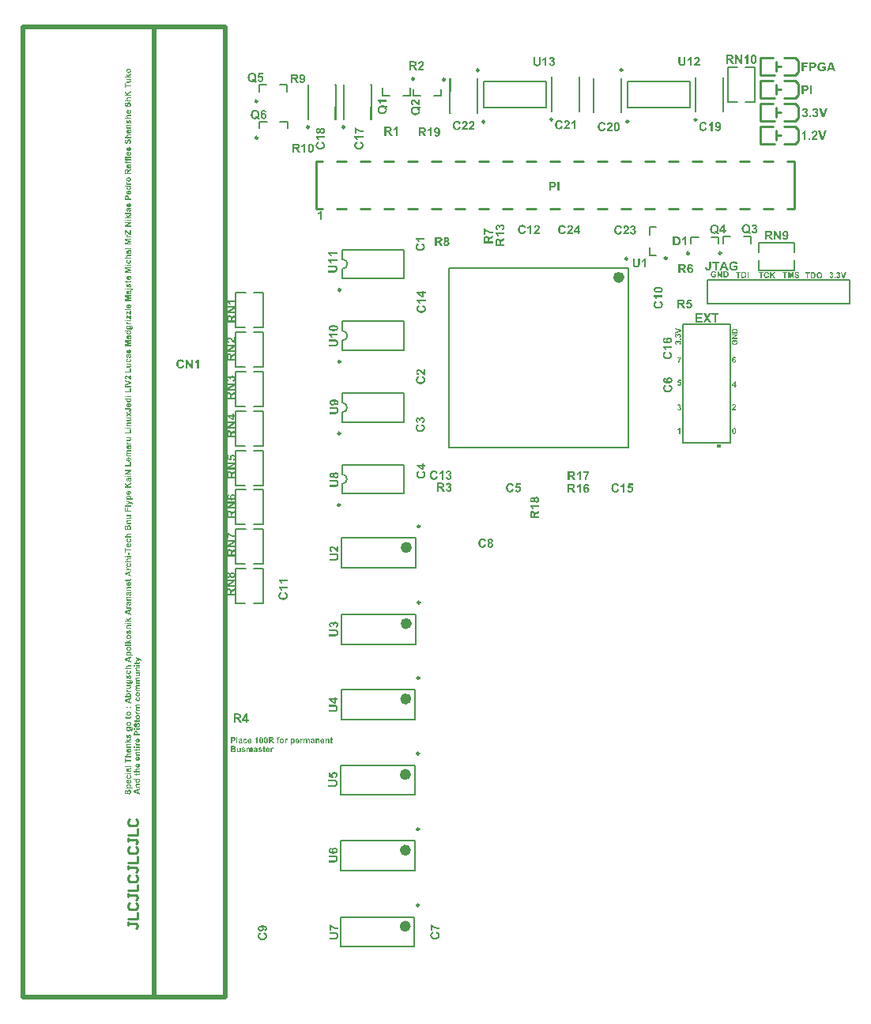
<source format=gto>
G04*
G04 #@! TF.GenerationSoftware,Altium Limited,Altium Designer,22.6.1 (34)*
G04*
G04 Layer_Color=65535*
%FSLAX25Y25*%
%MOIN*%
G70*
G04*
G04 #@! TF.SameCoordinates,5882E60C-0619-4AF0-9705-53F345807C1B*
G04*
G04*
G04 #@! TF.FilePolarity,Positive*
G04*
G01*
G75*
%ADD10C,0.00984*%
%ADD11C,0.02362*%
%ADD12C,0.00787*%
%ADD13C,0.01968*%
%ADD14C,0.01000*%
G36*
X338096Y371224D02*
X337335D01*
Y375002D01*
X338096D01*
Y371224D01*
D02*
G37*
G36*
X335230Y374999D02*
X335293D01*
X335361Y374997D01*
X335435Y374994D01*
X335587Y374989D01*
X335664Y374983D01*
X335738Y374978D01*
X335806Y374972D01*
X335869Y374964D01*
X335923Y374956D01*
X335945Y374950D01*
X335967Y374945D01*
X335970D01*
X335981Y374939D01*
X336000Y374934D01*
X336021Y374928D01*
X336049Y374918D01*
X336082Y374904D01*
X336117Y374887D01*
X336158Y374866D01*
X336199Y374844D01*
X336243Y374816D01*
X336286Y374786D01*
X336333Y374754D01*
X336379Y374715D01*
X336425Y374672D01*
X336469Y374625D01*
X336510Y374573D01*
X336513Y374571D01*
X336521Y374560D01*
X336532Y374543D01*
X336546Y374522D01*
X336562Y374494D01*
X336581Y374459D01*
X336600Y374421D01*
X336622Y374374D01*
X336641Y374325D01*
X336660Y374271D01*
X336679Y374210D01*
X336696Y374145D01*
X336712Y374074D01*
X336723Y374000D01*
X336729Y373921D01*
X336731Y373839D01*
Y373836D01*
Y373823D01*
Y373806D01*
X336729Y373782D01*
Y373752D01*
X336726Y373716D01*
X336720Y373678D01*
X336715Y373634D01*
X336709Y373591D01*
X336701Y373542D01*
X336677Y373443D01*
X336647Y373345D01*
X336625Y373299D01*
X336603Y373252D01*
X336600Y373250D01*
X336597Y373241D01*
X336589Y373230D01*
X336581Y373214D01*
X336567Y373195D01*
X336554Y373170D01*
X336516Y373118D01*
X336469Y373058D01*
X336415Y372996D01*
X336352Y372936D01*
X336284Y372881D01*
X336281Y372878D01*
X336275Y372875D01*
X336264Y372867D01*
X336251Y372859D01*
X336232Y372848D01*
X336213Y372834D01*
X336188Y372821D01*
X336161Y372807D01*
X336101Y372777D01*
X336035Y372747D01*
X335964Y372720D01*
X335888Y372701D01*
X335885D01*
X335874Y372698D01*
X335860Y372695D01*
X335836Y372692D01*
X335809Y372690D01*
X335773Y372684D01*
X335735Y372679D01*
X335686Y372676D01*
X335634Y372671D01*
X335577Y372665D01*
X335511Y372660D01*
X335440Y372657D01*
X335364Y372654D01*
X335282Y372652D01*
X335192Y372649D01*
X334602D01*
Y371224D01*
X333840D01*
Y375002D01*
X335173D01*
X335230Y374999D01*
D02*
G37*
G36*
X283018Y259917D02*
X283016Y259915D01*
X283009Y259908D01*
X282998Y259895D01*
X282983Y259878D01*
X282963Y259858D01*
X282942Y259833D01*
X282916Y259804D01*
X282889Y259769D01*
X282858Y259729D01*
X282825Y259687D01*
X282792Y259640D01*
X282756Y259587D01*
X282718Y259531D01*
X282680Y259471D01*
X282641Y259407D01*
X282601Y259338D01*
Y259336D01*
X282599Y259334D01*
X282596Y259329D01*
X282592Y259322D01*
X282587Y259313D01*
X282581Y259300D01*
X282574Y259287D01*
X282567Y259272D01*
X282548Y259238D01*
X282528Y259196D01*
X282507Y259149D01*
X282481Y259096D01*
X282456Y259039D01*
X282430Y258978D01*
X282403Y258910D01*
X282376Y258841D01*
X282350Y258768D01*
X282325Y258694D01*
X282301Y258615D01*
X282279Y258537D01*
Y258535D01*
X282277Y258532D01*
Y258526D01*
X282274Y258519D01*
X282272Y258508D01*
X282270Y258495D01*
X282266Y258483D01*
X282263Y258466D01*
X282254Y258430D01*
X282244Y258386D01*
X282235Y258337D01*
X282224Y258284D01*
X282215Y258228D01*
X282205Y258168D01*
X282195Y258104D01*
X282188Y258040D01*
X282181Y257975D01*
X282175Y257909D01*
X282174Y257846D01*
X282172Y257782D01*
X281706D01*
Y257784D01*
Y257787D01*
Y257795D01*
X281708Y257805D01*
Y257818D01*
Y257833D01*
X281710Y257851D01*
X281711Y257873D01*
X281713Y257895D01*
X281715Y257920D01*
X281717Y257947D01*
X281720Y257977D01*
X281724Y258008D01*
X281728Y258040D01*
X281737Y258111D01*
X281750Y258188D01*
X281762Y258271D01*
X281781Y258359D01*
X281801Y258452D01*
X281826Y258546D01*
X281853Y258645D01*
X281884Y258745D01*
X281921Y258846D01*
Y258848D01*
X281922Y258852D01*
X281926Y258861D01*
X281930Y258870D01*
X281935Y258885D01*
X281942Y258899D01*
X281950Y258917D01*
X281957Y258938D01*
X281968Y258961D01*
X281979Y258987D01*
X281990Y259012D01*
X282002Y259041D01*
X282032Y259103D01*
X282064Y259172D01*
X282103Y259245D01*
X282143Y259323D01*
X282188Y259403D01*
X282235Y259487D01*
X282288Y259571D01*
X282343Y259655D01*
X282403Y259738D01*
X282465Y259820D01*
X281367D01*
Y260268D01*
X283018D01*
Y259917D01*
D02*
G37*
G36*
X338650Y296145D02*
X338681D01*
X338714Y296143D01*
X338750Y296141D01*
X338788Y296138D01*
X338826Y296134D01*
X338907Y296127D01*
X338945Y296121D01*
X338983Y296114D01*
X339018Y296107D01*
X339050Y296098D01*
X339052D01*
X339059Y296094D01*
X339072Y296091D01*
X339087Y296085D01*
X339107Y296078D01*
X339128Y296069D01*
X339154Y296058D01*
X339181Y296045D01*
X339210Y296029D01*
X339241Y296012D01*
X339272Y295992D01*
X339305Y295972D01*
X339336Y295949D01*
X339369Y295923D01*
X339400Y295896D01*
X339431Y295865D01*
X339433Y295863D01*
X339438Y295858D01*
X339445Y295848D01*
X339456Y295836D01*
X339471Y295819D01*
X339485Y295799D01*
X339502Y295777D01*
X339520Y295752D01*
X339540Y295723D01*
X339558Y295692D01*
X339578Y295659D01*
X339598Y295623D01*
X339618Y295585D01*
X339636Y295545D01*
X339654Y295501D01*
X339671Y295457D01*
X339673Y295455D01*
X339674Y295446D01*
X339678Y295433D01*
X339684Y295413D01*
X339691Y295390D01*
X339698Y295362D01*
X339705Y295330D01*
X339713Y295293D01*
X339720Y295251D01*
X339727Y295206D01*
X339735Y295157D01*
X339742Y295104D01*
X339747Y295049D01*
X339751Y294989D01*
X339755Y294928D01*
Y294862D01*
Y294858D01*
Y294847D01*
Y294831D01*
X339753Y294809D01*
Y294784D01*
X339751Y294751D01*
X339747Y294716D01*
X339745Y294678D01*
X339740Y294638D01*
X339736Y294594D01*
X339722Y294505D01*
X339702Y294414D01*
X339691Y294371D01*
X339676Y294327D01*
X339674Y294323D01*
X339673Y294314D01*
X339667Y294300D01*
X339658Y294281D01*
X339649Y294258D01*
X339638Y294230D01*
X339624Y294201D01*
X339607Y294169D01*
X339589Y294134D01*
X339569Y294098D01*
X339547Y294061D01*
X339524Y294023D01*
X339496Y293987D01*
X339469Y293950D01*
X339440Y293914D01*
X339407Y293881D01*
X339405Y293879D01*
X339402Y293876D01*
X339392Y293868D01*
X339383Y293859D01*
X339369Y293848D01*
X339352Y293837D01*
X339334Y293823D01*
X339312Y293808D01*
X339289Y293792D01*
X339261Y293775D01*
X339232Y293759D01*
X339201Y293743D01*
X339167Y293726D01*
X339130Y293710D01*
X339092Y293695D01*
X339050Y293681D01*
X339049D01*
X339043Y293679D01*
X339032Y293675D01*
X339019Y293673D01*
X339003Y293668D01*
X338981Y293664D01*
X338958Y293659D01*
X338930Y293655D01*
X338899Y293650D01*
X338866Y293644D01*
X338828Y293641D01*
X338788Y293637D01*
X338744Y293634D01*
X338699Y293630D01*
X338650Y293628D01*
X337643D01*
Y296147D01*
X338623D01*
X338650Y296145D01*
D02*
G37*
G36*
X337319Y295721D02*
X336573D01*
Y293628D01*
X336066D01*
Y295721D01*
X335317D01*
Y296147D01*
X337319D01*
Y295721D01*
D02*
G37*
G36*
X341338Y296187D02*
X341353D01*
X341371Y296185D01*
X341393Y296183D01*
X341414Y296182D01*
X341440Y296178D01*
X341465Y296174D01*
X341494Y296171D01*
X341555Y296160D01*
X341620Y296145D01*
X341689Y296127D01*
X341762Y296105D01*
X341837Y296076D01*
X341911Y296043D01*
X341984Y296003D01*
X342057Y295958D01*
X342091Y295932D01*
X342126Y295903D01*
X342159Y295874D01*
X342192Y295843D01*
X342193Y295841D01*
X342195Y295839D01*
X342201Y295834D01*
X342206Y295827D01*
X342214Y295817D01*
X342223Y295807D01*
X342233Y295794D01*
X342244Y295779D01*
X342257Y295763D01*
X342270Y295745D01*
X342283Y295723D01*
X342297Y295701D01*
X342312Y295677D01*
X342328Y295650D01*
X342343Y295623D01*
X342359Y295594D01*
X342390Y295528D01*
X342421Y295457D01*
X342448Y295377D01*
X342474Y295291D01*
X342496Y295199D01*
X342512Y295100D01*
X342523Y294995D01*
X342527Y294938D01*
Y294882D01*
Y294880D01*
Y294875D01*
Y294867D01*
Y294855D01*
X342525Y294840D01*
Y294824D01*
X342523Y294804D01*
X342521Y294782D01*
X342519Y294756D01*
X342516Y294731D01*
X342514Y294702D01*
X342508Y294671D01*
X342499Y294605D01*
X342485Y294534D01*
X342466Y294460D01*
X342445Y294381D01*
X342419Y294301D01*
X342386Y294223D01*
X342348Y294145D01*
X342303Y294068D01*
X342279Y294032D01*
X342252Y293996D01*
X342224Y293961D01*
X342193Y293928D01*
X342192Y293927D01*
X342190Y293925D01*
X342184Y293919D01*
X342179Y293914D01*
X342170Y293906D01*
X342159Y293897D01*
X342148Y293886D01*
X342133Y293876D01*
X342101Y293848D01*
X342059Y293819D01*
X342011Y293788D01*
X341959Y293757D01*
X341899Y293724D01*
X341831Y293693D01*
X341758Y293664D01*
X341680Y293639D01*
X341595Y293615D01*
X341506Y293599D01*
X341409Y293588D01*
X341358Y293586D01*
X341307Y293584D01*
X341282D01*
X341269Y293586D01*
X341252D01*
X341234Y293588D01*
X341214Y293590D01*
X341191Y293592D01*
X341167Y293595D01*
X341140Y293599D01*
X341112Y293602D01*
X341051Y293614D01*
X340985Y293628D01*
X340914Y293644D01*
X340841Y293668D01*
X340768Y293695D01*
X340694Y293728D01*
X340619Y293768D01*
X340546Y293814D01*
X340512Y293839D01*
X340479Y293866D01*
X340444Y293896D01*
X340413Y293927D01*
Y293928D01*
X340410Y293930D01*
X340406Y293936D01*
X340399Y293943D01*
X340392Y293952D01*
X340383Y293963D01*
X340373Y293976D01*
X340363Y293990D01*
X340350Y294007D01*
X340337Y294025D01*
X340322Y294045D01*
X340308Y294067D01*
X340293Y294090D01*
X340279Y294116D01*
X340248Y294172D01*
X340217Y294236D01*
X340188Y294307D01*
X340159Y294385D01*
X340133Y294469D01*
X340113Y294560D01*
X340097Y294658D01*
X340086Y294762D01*
X340084Y294815D01*
X340082Y294871D01*
Y294873D01*
Y294875D01*
Y294880D01*
Y294887D01*
Y294897D01*
Y294907D01*
X340084Y294935D01*
X340086Y294968D01*
X340088Y295006D01*
X340091Y295049D01*
X340097Y295095D01*
X340102Y295146D01*
X340109Y295197D01*
X340120Y295251D01*
X340131Y295304D01*
X340144Y295359D01*
X340159Y295413D01*
X340177Y295464D01*
X340197Y295515D01*
X340199Y295517D01*
X340200Y295524D01*
X340206Y295534D01*
X340213Y295548D01*
X340221Y295565D01*
X340231Y295585D01*
X340244Y295606D01*
X340259Y295632D01*
X340292Y295685D01*
X340332Y295743D01*
X340377Y295803D01*
X340430Y295861D01*
X340432Y295863D01*
X340437Y295868D01*
X340444Y295876D01*
X340455Y295887D01*
X340470Y295899D01*
X340486Y295914D01*
X340506Y295930D01*
X340526Y295947D01*
X340550Y295965D01*
X340576Y295983D01*
X340632Y296021D01*
X340692Y296058D01*
X340725Y296074D01*
X340757Y296089D01*
X340761Y296091D01*
X340768Y296092D01*
X340781Y296098D01*
X340799Y296105D01*
X340821Y296112D01*
X340848Y296120D01*
X340879Y296129D01*
X340914Y296140D01*
X340952Y296149D01*
X340992Y296158D01*
X341038Y296165D01*
X341085Y296172D01*
X341136Y296180D01*
X341189Y296185D01*
X341243Y296187D01*
X341300Y296189D01*
X341325D01*
X341338Y296187D01*
D02*
G37*
G36*
X305394Y240629D02*
X305419Y240627D01*
X305450Y240625D01*
X305486Y240619D01*
X305526Y240614D01*
X305570Y240605D01*
X305615Y240594D01*
X305665Y240581D01*
X305714Y240565D01*
X305761Y240545D01*
X305810Y240521D01*
X305858Y240496D01*
X305901Y240465D01*
X305943Y240428D01*
X305945Y240426D01*
X305952Y240419D01*
X305963Y240408D01*
X305976Y240392D01*
X305992Y240372D01*
X306010Y240350D01*
X306031Y240321D01*
X306050Y240290D01*
X306070Y240255D01*
X306090Y240219D01*
X306109Y240177D01*
X306125Y240133D01*
X306138Y240086D01*
X306149Y240035D01*
X306156Y239982D01*
X306158Y239928D01*
Y239926D01*
Y239920D01*
Y239911D01*
Y239899D01*
X306156Y239884D01*
X306154Y239866D01*
X306152Y239846D01*
X306151Y239824D01*
X306143Y239775D01*
X306132Y239720D01*
X306116Y239662D01*
X306096Y239604D01*
Y239602D01*
X306092Y239597D01*
X306089Y239589D01*
X306085Y239577D01*
X306078Y239564D01*
X306069Y239547D01*
X306060Y239527D01*
X306049Y239507D01*
X306036Y239484D01*
X306021Y239458D01*
X305989Y239404D01*
X305949Y239345D01*
X305903Y239283D01*
X305901Y239282D01*
X305899Y239278D01*
X305894Y239273D01*
X305887Y239264D01*
X305876Y239251D01*
X305863Y239236D01*
X305849Y239220D01*
X305830Y239202D01*
X305810Y239180D01*
X305787Y239156D01*
X305761Y239129D01*
X305732Y239100D01*
X305701Y239069D01*
X305666Y239036D01*
X305628Y239000D01*
X305586Y238961D01*
X305585Y238960D01*
X305577Y238952D01*
X305565Y238941D01*
X305550Y238927D01*
X305532Y238910D01*
X305510Y238892D01*
X305488Y238870D01*
X305464Y238848D01*
X305415Y238801D01*
X305366Y238756D01*
X305344Y238734D01*
X305326Y238716D01*
X305308Y238698D01*
X305295Y238683D01*
X305293Y238679D01*
X305286Y238672D01*
X305273Y238657D01*
X305261Y238641D01*
X305244Y238621D01*
X305228Y238597D01*
X305211Y238574D01*
X305197Y238550D01*
X306158D01*
Y238102D01*
X304465D01*
Y238106D01*
X304467Y238113D01*
X304469Y238128D01*
X304473Y238146D01*
X304476Y238168D01*
X304482Y238195D01*
X304487Y238224D01*
X304496Y238257D01*
X304505Y238293D01*
X304518Y238332D01*
X304531Y238370D01*
X304545Y238412D01*
X304563Y238454D01*
X304584Y238497D01*
X304605Y238539D01*
X304629Y238583D01*
X304631Y238585D01*
X304636Y238594D01*
X304645Y238607D01*
X304656Y238625D01*
X304673Y238647D01*
X304695Y238674D01*
X304720Y238707D01*
X304749Y238743D01*
X304784Y238785D01*
X304822Y238830D01*
X304868Y238879D01*
X304917Y238934D01*
X304973Y238992D01*
X305033Y239052D01*
X305100Y239118D01*
X305173Y239187D01*
X305175Y239189D01*
X305177Y239191D01*
X305188Y239200D01*
X305204Y239216D01*
X305226Y239236D01*
X305252Y239262D01*
X305281Y239289D01*
X305312Y239320D01*
X305346Y239353D01*
X305414Y239422D01*
X305448Y239455D01*
X305479Y239489D01*
X305510Y239520D01*
X305535Y239549D01*
X305557Y239577D01*
X305574Y239598D01*
X305575Y239600D01*
X305577Y239606D01*
X305583Y239613D01*
X305590Y239624D01*
X305597Y239638D01*
X305605Y239653D01*
X305614Y239671D01*
X305625Y239691D01*
X305643Y239737D01*
X305657Y239786D01*
X305670Y239840D01*
X305672Y239868D01*
X305674Y239895D01*
Y239897D01*
Y239902D01*
Y239910D01*
X305672Y239922D01*
Y239935D01*
X305670Y239950D01*
X305663Y239986D01*
X305652Y240026D01*
X305637Y240068D01*
X305615Y240106D01*
X305601Y240126D01*
X305586Y240142D01*
X305585Y240144D01*
X305583Y240146D01*
X305577Y240150D01*
X305570Y240157D01*
X305561Y240163D01*
X305550Y240170D01*
X305537Y240179D01*
X305524Y240186D01*
X305490Y240203D01*
X305448Y240217D01*
X305401Y240226D01*
X305374Y240228D01*
X305346Y240230D01*
X305332D01*
X305321Y240228D01*
X305308D01*
X305293Y240224D01*
X305259Y240219D01*
X305221Y240208D01*
X305179Y240192D01*
X305160Y240181D01*
X305140Y240170D01*
X305122Y240155D01*
X305104Y240139D01*
X305102Y240137D01*
X305100Y240135D01*
X305095Y240130D01*
X305089Y240121D01*
X305082Y240112D01*
X305075Y240099D01*
X305068Y240084D01*
X305059Y240068D01*
X305049Y240048D01*
X305040Y240026D01*
X305031Y240001D01*
X305024Y239973D01*
X305017Y239942D01*
X305010Y239910D01*
X305006Y239875D01*
X305002Y239837D01*
X304522Y239884D01*
Y239886D01*
Y239890D01*
X304523Y239895D01*
Y239902D01*
X304525Y239911D01*
X304527Y239922D01*
X304533Y239950D01*
X304538Y239982D01*
X304547Y240019D01*
X304558Y240061D01*
X304571Y240104D01*
X304587Y240152D01*
X304605Y240199D01*
X304627Y240246D01*
X304653Y240294D01*
X304680Y240339D01*
X304713Y240381D01*
X304749Y240421D01*
X304789Y240456D01*
X304791Y240457D01*
X304800Y240463D01*
X304813Y240472D01*
X304829Y240483D01*
X304853Y240496D01*
X304878Y240510D01*
X304911Y240527D01*
X304946Y240543D01*
X304984Y240559D01*
X305028Y240576D01*
X305075Y240590D01*
X305124Y240603D01*
X305179Y240614D01*
X305235Y240623D01*
X305295Y240629D01*
X305357Y240630D01*
X305374D01*
X305394Y240629D01*
D02*
G37*
G36*
X319121Y296294D02*
X319133D01*
X319150Y296292D01*
X319166D01*
X319206Y296287D01*
X319250Y296281D01*
X319301Y296272D01*
X319355Y296261D01*
X319413Y296247D01*
X319475Y296228D01*
X319537Y296206D01*
X319601Y296179D01*
X319663Y296148D01*
X319725Y296112D01*
X319783Y296070D01*
X319839Y296021D01*
X319841Y296019D01*
X319847Y296013D01*
X319856Y296004D01*
X319867Y295992D01*
X319881Y295975D01*
X319898Y295953D01*
X319916Y295930D01*
X319936Y295902D01*
X319956Y295871D01*
X319978Y295837D01*
X320000Y295799D01*
X320021Y295759D01*
X320041Y295713D01*
X320061Y295666D01*
X320081Y295613D01*
X320098Y295559D01*
X319594Y295438D01*
Y295440D01*
X319592Y295447D01*
X319588Y295457D01*
X319585Y295471D01*
X319579Y295487D01*
X319572Y295506D01*
X319563Y295528D01*
X319554Y295549D01*
X319528Y295599D01*
X319512Y295624D01*
X319495Y295650D01*
X319477Y295675D01*
X319455Y295701D01*
X319432Y295724D01*
X319406Y295746D01*
X319404Y295748D01*
X319401Y295751D01*
X319392Y295757D01*
X319381Y295764D01*
X319368Y295773D01*
X319352Y295782D01*
X319332Y295793D01*
X319312Y295804D01*
X319286Y295813D01*
X319261Y295824D01*
X319232Y295833D01*
X319202Y295842D01*
X319170Y295850D01*
X319135Y295855D01*
X319100Y295859D01*
X319062Y295861D01*
X319050D01*
X319035Y295859D01*
X319017Y295857D01*
X318993Y295855D01*
X318966Y295850D01*
X318935Y295844D01*
X318902Y295835D01*
X318866Y295824D01*
X318829Y295812D01*
X318791Y295795D01*
X318753Y295775D01*
X318717Y295751D01*
X318678Y295726D01*
X318644Y295695D01*
X318609Y295659D01*
X318607Y295657D01*
X318602Y295650D01*
X318593Y295637D01*
X318582Y295620D01*
X318569Y295599D01*
X318554Y295571D01*
X318538Y295540D01*
X318524Y295502D01*
X318507Y295460D01*
X318491Y295411D01*
X318476Y295358D01*
X318463Y295300D01*
X318453Y295234D01*
X318443Y295165D01*
X318438Y295089D01*
X318436Y295007D01*
Y295005D01*
Y295002D01*
Y294994D01*
Y294987D01*
Y294974D01*
X318438Y294962D01*
Y294947D01*
X318440Y294929D01*
X318442Y294890D01*
X318445Y294845D01*
X318451Y294796D01*
X318458Y294743D01*
X318467Y294689D01*
X318478Y294632D01*
X318493Y294576D01*
X318509Y294519D01*
X318527Y294466D01*
X318551Y294415D01*
X318576Y294370D01*
X318607Y294328D01*
X318609Y294326D01*
X318615Y294319D01*
X318625Y294310D01*
X318638Y294297D01*
X318655Y294281D01*
X318676Y294265D01*
X318700Y294246D01*
X318727Y294228D01*
X318758Y294208D01*
X318791Y294190D01*
X318828Y294174D01*
X318867Y294157D01*
X318909Y294144D01*
X318955Y294135D01*
X319002Y294128D01*
X319053Y294126D01*
X319073D01*
X319088Y294128D01*
X319104Y294130D01*
X319124Y294133D01*
X319148Y294137D01*
X319173Y294143D01*
X319199Y294148D01*
X319226Y294157D01*
X319255Y294168D01*
X319284Y294181D01*
X319315Y294195D01*
X319344Y294212D01*
X319373Y294232D01*
X319401Y294253D01*
X319403Y294255D01*
X319408Y294259D01*
X319415Y294268D01*
X319424Y294279D01*
X319437Y294292D01*
X319452Y294310D01*
X319466Y294330D01*
X319483Y294354D01*
X319499Y294379D01*
X319517Y294410D01*
X319535Y294443D01*
X319552Y294479D01*
X319568Y294521D01*
X319585Y294563D01*
X319599Y294610D01*
X319612Y294661D01*
X320105Y294505D01*
Y294503D01*
X320103Y294499D01*
X320101Y294494D01*
X320100Y294486D01*
X320096Y294477D01*
X320092Y294465D01*
X320083Y294437D01*
X320071Y294403D01*
X320054Y294363D01*
X320036Y294319D01*
X320014Y294274D01*
X319990Y294224D01*
X319963Y294174D01*
X319932Y294123D01*
X319898Y294072D01*
X319859Y294022D01*
X319819Y293975D01*
X319774Y293931D01*
X319727Y293891D01*
X319723Y293890D01*
X319714Y293882D01*
X319699Y293873D01*
X319679Y293860D01*
X319654Y293846D01*
X319623Y293828D01*
X319586Y293810D01*
X319545Y293791D01*
X319499Y293773D01*
X319448Y293755D01*
X319393Y293739D01*
X319333Y293722D01*
X319272Y293709D01*
X319204Y293700D01*
X319133Y293693D01*
X319059Y293691D01*
X319037D01*
X319024Y293693D01*
X319009D01*
X318993Y293695D01*
X318975Y293697D01*
X318955Y293699D01*
X318933Y293702D01*
X318882Y293709D01*
X318828Y293720D01*
X318767Y293735D01*
X318704Y293751D01*
X318636Y293775D01*
X318569Y293802D01*
X318498Y293835D01*
X318431Y293875D01*
X318362Y293920D01*
X318329Y293946D01*
X318296Y293973D01*
X318265Y294002D01*
X318234Y294033D01*
Y294035D01*
X318231Y294037D01*
X318227Y294042D01*
X318220Y294050D01*
X318212Y294059D01*
X318205Y294070D01*
X318194Y294082D01*
X318183Y294097D01*
X318172Y294113D01*
X318160Y294132D01*
X318147Y294152D01*
X318132Y294174D01*
X318103Y294223D01*
X318074Y294279D01*
X318043Y294343D01*
X318014Y294412D01*
X317987Y294490D01*
X317963Y294574D01*
X317941Y294663D01*
X317927Y294759D01*
X317916Y294861D01*
X317914Y294916D01*
X317912Y294971D01*
Y294972D01*
Y294978D01*
Y294987D01*
Y294998D01*
X317914Y295012D01*
Y295031D01*
X317916Y295051D01*
X317917Y295074D01*
X317919Y295100D01*
X317921Y295127D01*
X317925Y295156D01*
X317928Y295187D01*
X317939Y295255D01*
X317952Y295327D01*
X317970Y295406D01*
X317990Y295486D01*
X318018Y295566D01*
X318049Y295648D01*
X318087Y295728D01*
X318129Y295804D01*
X318180Y295879D01*
X318207Y295913D01*
X318236Y295946D01*
X318238Y295948D01*
X318240Y295950D01*
X318245Y295955D01*
X318251Y295961D01*
X318269Y295979D01*
X318294Y296001D01*
X318327Y296028D01*
X318367Y296057D01*
X318412Y296088D01*
X318463Y296121D01*
X318522Y296154D01*
X318587Y296185D01*
X318656Y296216D01*
X318733Y296241D01*
X318815Y296263D01*
X318900Y296281D01*
X318993Y296292D01*
X319040Y296294D01*
X319090Y296296D01*
X319110D01*
X319121Y296294D01*
D02*
G37*
G36*
X321818Y295273D02*
X322819Y293735D01*
X322160D01*
X321465Y294916D01*
X321055Y294496D01*
Y293735D01*
X320547D01*
Y296254D01*
X321055D01*
Y295134D01*
X322083Y296254D01*
X322768D01*
X321818Y295273D01*
D02*
G37*
G36*
X317675Y295828D02*
X316929D01*
Y293735D01*
X316422D01*
Y295828D01*
X315673D01*
Y296254D01*
X317675D01*
Y295828D01*
D02*
G37*
G36*
X305352Y230570D02*
X305377Y230568D01*
X305408Y230564D01*
X305445Y230557D01*
X305483Y230550D01*
X305526Y230539D01*
X305570Y230524D01*
X305617Y230508D01*
X305665Y230486D01*
X305712Y230461D01*
X305759Y230432D01*
X305805Y230397D01*
X305849Y230355D01*
X305889Y230310D01*
X305892Y230306D01*
X305894Y230302D01*
X305900Y230295D01*
X305905Y230286D01*
X305912Y230277D01*
X305920Y230264D01*
X305927Y230250D01*
X305936Y230235D01*
X305947Y230217D01*
X305956Y230197D01*
X305967Y230175D01*
X305978Y230149D01*
X305989Y230124D01*
X306001Y230097D01*
X306012Y230066D01*
X306023Y230033D01*
X306036Y229998D01*
X306047Y229962D01*
X306058Y229924D01*
X306069Y229882D01*
X306078Y229840D01*
X306089Y229795D01*
X306098Y229747D01*
X306105Y229696D01*
X306113Y229645D01*
X306120Y229591D01*
X306125Y229534D01*
X306131Y229476D01*
X306134Y229414D01*
X306136Y229350D01*
Y229285D01*
Y229283D01*
Y229278D01*
Y229267D01*
Y229254D01*
Y229238D01*
X306134Y229218D01*
Y229194D01*
X306133Y229168D01*
X306131Y229139D01*
X306129Y229110D01*
X306127Y229077D01*
X306123Y229043D01*
X306116Y228968D01*
X306105Y228888D01*
X306093Y228804D01*
X306076Y228719D01*
X306056Y228633D01*
X306032Y228550D01*
X306003Y228468D01*
X305971Y228391D01*
X305952Y228355D01*
X305932Y228320D01*
X305910Y228288D01*
X305889Y228257D01*
X305887Y228253D01*
X305880Y228246D01*
X305867Y228233D01*
X305850Y228217D01*
X305830Y228197D01*
X305805Y228175D01*
X305774Y228153D01*
X305739Y228129D01*
X305701Y228104D01*
X305659Y228082D01*
X305612Y228060D01*
X305561Y228040D01*
X305506Y228024D01*
X305446Y228011D01*
X305384Y228004D01*
X305317Y228000D01*
X305301D01*
X305283Y228002D01*
X305257Y228004D01*
X305224Y228009D01*
X305190Y228015D01*
X305148Y228024D01*
X305106Y228035D01*
X305059Y228051D01*
X305011Y228069D01*
X304962Y228091D01*
X304911Y228118D01*
X304862Y228151D01*
X304815Y228189D01*
X304767Y228233D01*
X304724Y228282D01*
X304722Y228286D01*
X304715Y228295D01*
X304709Y228304D01*
X304704Y228313D01*
X304697Y228324D01*
X304689Y228337D01*
X304680Y228353D01*
X304673Y228369D01*
X304662Y228390D01*
X304653Y228410D01*
X304644Y228433D01*
X304633Y228457D01*
X304622Y228484D01*
X304613Y228513D01*
X304602Y228544D01*
X304591Y228579D01*
X304580Y228613D01*
X304571Y228652D01*
X304562Y228692D01*
X304553Y228733D01*
X304544Y228779D01*
X304535Y228826D01*
X304527Y228875D01*
X304520Y228926D01*
X304515Y228981D01*
X304509Y229037D01*
X304505Y229096D01*
X304502Y229157D01*
X304500Y229221D01*
Y229289D01*
Y229290D01*
Y229296D01*
Y229307D01*
Y229320D01*
X304502Y229336D01*
Y229356D01*
Y229380D01*
X304504Y229405D01*
X304505Y229432D01*
X304507Y229463D01*
X304511Y229496D01*
X304513Y229531D01*
X304520Y229603D01*
X304531Y229683D01*
X304544Y229767D01*
X304560Y229851D01*
X304580Y229937D01*
X304604Y230022D01*
X304631Y230102D01*
X304664Y230178D01*
X304684Y230215D01*
X304702Y230250D01*
X304724Y230282D01*
X304746Y230313D01*
X304748Y230317D01*
X304755Y230324D01*
X304767Y230337D01*
X304784Y230353D01*
X304804Y230373D01*
X304829Y230395D01*
X304860Y230419D01*
X304895Y230442D01*
X304933Y230466D01*
X304975Y230490D01*
X305022Y230512D01*
X305073Y230532D01*
X305128Y230548D01*
X305188Y230561D01*
X305250Y230568D01*
X305317Y230572D01*
X305334D01*
X305352Y230570D01*
D02*
G37*
G36*
X342435Y384738D02*
X342457D01*
X342481Y384735D01*
X342541Y384733D01*
X342610Y384724D01*
X342686Y384716D01*
X342768Y384703D01*
X342852Y384689D01*
X342943Y384667D01*
X343035Y384645D01*
X343126Y384615D01*
X343216Y384583D01*
X343303Y384542D01*
X343388Y384495D01*
X343464Y384443D01*
X343470Y384441D01*
X343480Y384430D01*
X343502Y384413D01*
X343527Y384389D01*
X343560Y384359D01*
X343595Y384323D01*
X343636Y384280D01*
X343677Y384230D01*
X343721Y384176D01*
X343762Y384116D01*
X343805Y384048D01*
X343846Y383977D01*
X343884Y383897D01*
X343920Y383813D01*
X343950Y383725D01*
X343975Y383630D01*
X343218Y383488D01*
Y383491D01*
X343216Y383499D01*
X343210Y383515D01*
X343202Y383534D01*
X343194Y383556D01*
X343180Y383583D01*
X343166Y383613D01*
X343150Y383646D01*
X343131Y383679D01*
X343109Y383714D01*
X343085Y383753D01*
X343057Y383788D01*
X343024Y383824D01*
X342992Y383859D01*
X342956Y383895D01*
X342915Y383925D01*
X342913Y383927D01*
X342904Y383933D01*
X342894Y383941D01*
X342877Y383949D01*
X342855Y383963D01*
X342828Y383977D01*
X342798Y383990D01*
X342765Y384007D01*
X342727Y384023D01*
X342686Y384037D01*
X342640Y384050D01*
X342590Y384064D01*
X342541Y384072D01*
X342484Y384080D01*
X342427Y384086D01*
X342367Y384088D01*
X342345D01*
X342318Y384086D01*
X342285Y384083D01*
X342241Y384078D01*
X342192Y384072D01*
X342140Y384061D01*
X342080Y384048D01*
X342017Y384031D01*
X341954Y384009D01*
X341886Y383985D01*
X341821Y383955D01*
X341755Y383916D01*
X341692Y383875D01*
X341630Y383826D01*
X341572Y383769D01*
X341569Y383766D01*
X341559Y383755D01*
X341545Y383736D01*
X341526Y383709D01*
X341504Y383676D01*
X341479Y383635D01*
X341452Y383589D01*
X341425Y383534D01*
X341397Y383471D01*
X341370Y383401D01*
X341346Y383324D01*
X341324Y383239D01*
X341305Y383147D01*
X341291Y383048D01*
X341280Y382942D01*
X341277Y382830D01*
Y382827D01*
Y382822D01*
Y382814D01*
Y382800D01*
Y382784D01*
X341280Y382767D01*
Y382745D01*
X341283Y382721D01*
X341285Y382663D01*
X341294Y382601D01*
X341302Y382530D01*
X341316Y382453D01*
X341329Y382371D01*
X341351Y382289D01*
X341373Y382205D01*
X341403Y382123D01*
X341436Y382041D01*
X341477Y381962D01*
X341523Y381888D01*
X341575Y381823D01*
X341578Y381820D01*
X341588Y381809D01*
X341605Y381792D01*
X341630Y381771D01*
X341659Y381746D01*
X341695Y381716D01*
X341739Y381686D01*
X341785Y381656D01*
X341840Y381623D01*
X341897Y381593D01*
X341963Y381566D01*
X342034Y381539D01*
X342107Y381517D01*
X342186Y381500D01*
X342271Y381489D01*
X342358Y381487D01*
X342383D01*
X342399Y381489D01*
X342421D01*
X342448Y381492D01*
X342476Y381495D01*
X342509Y381498D01*
X342544Y381503D01*
X342582Y381509D01*
X342661Y381525D01*
X342749Y381550D01*
X342839Y381580D01*
X342842D01*
X342850Y381585D01*
X342863Y381588D01*
X342880Y381596D01*
X342899Y381604D01*
X342923Y381615D01*
X342951Y381629D01*
X342981Y381642D01*
X343046Y381675D01*
X343115Y381713D01*
X343186Y381757D01*
X343254Y381806D01*
Y382287D01*
X342380D01*
Y382926D01*
X344024D01*
Y381418D01*
X344021Y381416D01*
X344013Y381408D01*
X343999Y381397D01*
X343980Y381380D01*
X343955Y381358D01*
X343923Y381337D01*
X343887Y381309D01*
X343846Y381279D01*
X343800Y381249D01*
X343748Y381217D01*
X343691Y381184D01*
X343628Y381148D01*
X343562Y381113D01*
X343489Y381077D01*
X343409Y381042D01*
X343328Y381009D01*
X343322Y381006D01*
X343308Y381001D01*
X343284Y380993D01*
X343248Y380982D01*
X343207Y380968D01*
X343158Y380954D01*
X343104Y380938D01*
X343044Y380922D01*
X342975Y380905D01*
X342904Y380889D01*
X342828Y380875D01*
X342749Y380862D01*
X342667Y380851D01*
X342582Y380842D01*
X342495Y380837D01*
X342407Y380834D01*
X342367D01*
X342350Y380837D01*
X342309D01*
X342257Y380842D01*
X342197Y380848D01*
X342129Y380856D01*
X342055Y380864D01*
X341976Y380878D01*
X341894Y380894D01*
X341810Y380916D01*
X341722Y380938D01*
X341632Y380968D01*
X341545Y381001D01*
X341458Y381039D01*
X341373Y381083D01*
X341367Y381085D01*
X341354Y381094D01*
X341332Y381110D01*
X341302Y381129D01*
X341264Y381154D01*
X341223Y381187D01*
X341176Y381222D01*
X341124Y381266D01*
X341073Y381312D01*
X341018Y381364D01*
X340963Y381424D01*
X340909Y381487D01*
X340854Y381555D01*
X340805Y381629D01*
X340756Y381708D01*
X340712Y381792D01*
X340709Y381798D01*
X340704Y381814D01*
X340693Y381839D01*
X340677Y381874D01*
X340660Y381918D01*
X340641Y381967D01*
X340622Y382027D01*
X340603Y382093D01*
X340581Y382164D01*
X340562Y382243D01*
X340543Y382325D01*
X340527Y382412D01*
X340513Y382505D01*
X340502Y382601D01*
X340494Y382699D01*
X340491Y382800D01*
Y382803D01*
Y382805D01*
Y382816D01*
Y382827D01*
Y382841D01*
X340494Y382857D01*
Y382898D01*
X340499Y382950D01*
X340505Y383010D01*
X340513Y383078D01*
X340521Y383152D01*
X340535Y383231D01*
X340551Y383316D01*
X340570Y383403D01*
X340595Y383491D01*
X340622Y383581D01*
X340655Y383671D01*
X340693Y383761D01*
X340737Y383848D01*
X340739Y383854D01*
X340748Y383867D01*
X340764Y383892D01*
X340783Y383925D01*
X340808Y383963D01*
X340841Y384007D01*
X340879Y384056D01*
X340920Y384108D01*
X340969Y384165D01*
X341023Y384222D01*
X341081Y384280D01*
X341146Y384340D01*
X341217Y384397D01*
X341294Y384452D01*
X341373Y384503D01*
X341460Y384553D01*
X341466Y384555D01*
X341477Y384561D01*
X341498Y384569D01*
X341526Y384583D01*
X341561Y384596D01*
X341605Y384613D01*
X341654Y384629D01*
X341709Y384648D01*
X341772Y384665D01*
X341842Y384681D01*
X341916Y384697D01*
X341995Y384711D01*
X342080Y384724D01*
X342173Y384733D01*
X342268Y384738D01*
X342367Y384741D01*
X342413D01*
X342435Y384738D01*
D02*
G37*
G36*
X348132Y380900D02*
X347302D01*
X346975Y381757D01*
X345462D01*
X345151Y380900D01*
X344343D01*
X345809Y384678D01*
X346620D01*
X348132Y380900D01*
D02*
G37*
G36*
X338493Y384675D02*
X338556D01*
X338624Y384673D01*
X338698Y384670D01*
X338850Y384665D01*
X338927Y384659D01*
X339001Y384654D01*
X339069Y384648D01*
X339131Y384640D01*
X339186Y384632D01*
X339208Y384626D01*
X339230Y384621D01*
X339232D01*
X339244Y384615D01*
X339263Y384610D01*
X339284Y384604D01*
X339312Y384594D01*
X339345Y384580D01*
X339380Y384563D01*
X339421Y384542D01*
X339462Y384520D01*
X339506Y384492D01*
X339549Y384462D01*
X339596Y384430D01*
X339642Y384391D01*
X339688Y384348D01*
X339732Y384301D01*
X339773Y384249D01*
X339776Y384247D01*
X339784Y384236D01*
X339795Y384220D01*
X339809Y384198D01*
X339825Y384170D01*
X339844Y384135D01*
X339863Y384097D01*
X339885Y384050D01*
X339904Y384001D01*
X339923Y383946D01*
X339942Y383886D01*
X339959Y383821D01*
X339975Y383750D01*
X339986Y383676D01*
X339991Y383597D01*
X339994Y383515D01*
Y383512D01*
Y383499D01*
Y383482D01*
X339991Y383458D01*
Y383428D01*
X339989Y383392D01*
X339983Y383354D01*
X339978Y383310D01*
X339972Y383267D01*
X339964Y383218D01*
X339940Y383119D01*
X339910Y383021D01*
X339888Y382975D01*
X339866Y382928D01*
X339863Y382926D01*
X339860Y382917D01*
X339852Y382906D01*
X339844Y382890D01*
X339830Y382871D01*
X339817Y382846D01*
X339778Y382794D01*
X339732Y382734D01*
X339678Y382672D01*
X339615Y382611D01*
X339546Y382557D01*
X339544Y382554D01*
X339538Y382552D01*
X339527Y382543D01*
X339514Y382535D01*
X339495Y382524D01*
X339475Y382510D01*
X339451Y382497D01*
X339424Y382483D01*
X339364Y382453D01*
X339298Y382423D01*
X339227Y382396D01*
X339151Y382377D01*
X339148D01*
X339137Y382374D01*
X339123Y382371D01*
X339099Y382369D01*
X339071Y382366D01*
X339036Y382360D01*
X338998Y382355D01*
X338949Y382352D01*
X338897Y382347D01*
X338839Y382341D01*
X338774Y382336D01*
X338703Y382333D01*
X338627Y382330D01*
X338545Y382328D01*
X338455Y382325D01*
X337865D01*
Y380900D01*
X337103D01*
Y384678D01*
X338435D01*
X338493Y384675D01*
D02*
G37*
G36*
X336473Y384039D02*
X334643D01*
Y383144D01*
X336221D01*
Y382505D01*
X334643D01*
Y380900D01*
X333882D01*
Y384678D01*
X336473D01*
Y384039D01*
D02*
G37*
G36*
X343020Y352046D02*
X342199D01*
X340850Y355824D01*
X341674D01*
X342633Y353029D01*
X343555Y355824D01*
X344366D01*
X343020Y352046D01*
D02*
G37*
G36*
X339439Y355835D02*
X339477Y355832D01*
X339523Y355830D01*
X339578Y355821D01*
X339638Y355813D01*
X339703Y355800D01*
X339772Y355783D01*
X339845Y355764D01*
X339919Y355740D01*
X339990Y355710D01*
X340064Y355674D01*
X340135Y355636D01*
X340200Y355590D01*
X340263Y355535D01*
X340266Y355532D01*
X340277Y355521D01*
X340293Y355505D01*
X340312Y355480D01*
X340337Y355450D01*
X340364Y355417D01*
X340394Y355374D01*
X340424Y355327D01*
X340454Y355276D01*
X340484Y355221D01*
X340511Y355158D01*
X340536Y355093D01*
X340555Y355022D01*
X340572Y354945D01*
X340582Y354866D01*
X340585Y354784D01*
Y354781D01*
Y354773D01*
Y354760D01*
Y354740D01*
X340582Y354719D01*
X340580Y354691D01*
X340577Y354661D01*
X340574Y354628D01*
X340563Y354555D01*
X340547Y354473D01*
X340522Y354385D01*
X340492Y354298D01*
Y354295D01*
X340487Y354287D01*
X340481Y354276D01*
X340476Y354257D01*
X340465Y354238D01*
X340452Y354214D01*
X340438Y354184D01*
X340421Y354153D01*
X340402Y354118D01*
X340381Y354080D01*
X340331Y353998D01*
X340271Y353910D01*
X340203Y353818D01*
X340200Y353815D01*
X340198Y353809D01*
X340189Y353801D01*
X340178Y353788D01*
X340162Y353769D01*
X340143Y353747D01*
X340121Y353722D01*
X340094Y353695D01*
X340064Y353662D01*
X340028Y353627D01*
X339990Y353586D01*
X339946Y353542D01*
X339900Y353496D01*
X339848Y353446D01*
X339791Y353392D01*
X339728Y353334D01*
X339725Y353332D01*
X339714Y353321D01*
X339695Y353305D01*
X339673Y353283D01*
X339646Y353258D01*
X339613Y353231D01*
X339581Y353198D01*
X339545Y353165D01*
X339471Y353094D01*
X339398Y353026D01*
X339365Y352993D01*
X339338Y352966D01*
X339310Y352939D01*
X339291Y352917D01*
X339288Y352911D01*
X339278Y352900D01*
X339259Y352879D01*
X339239Y352854D01*
X339215Y352824D01*
X339190Y352788D01*
X339166Y352753D01*
X339144Y352717D01*
X340585D01*
Y352046D01*
X338046D01*
Y352051D01*
X338049Y352062D01*
X338052Y352084D01*
X338057Y352112D01*
X338063Y352144D01*
X338071Y352185D01*
X338079Y352229D01*
X338093Y352278D01*
X338106Y352333D01*
X338125Y352390D01*
X338145Y352447D01*
X338166Y352510D01*
X338194Y352573D01*
X338224Y352638D01*
X338257Y352701D01*
X338292Y352767D01*
X338295Y352769D01*
X338303Y352783D01*
X338317Y352802D01*
X338333Y352829D01*
X338358Y352862D01*
X338390Y352903D01*
X338428Y352952D01*
X338472Y353007D01*
X338524Y353070D01*
X338581Y353138D01*
X338650Y353212D01*
X338723Y353293D01*
X338808Y353381D01*
X338898Y353471D01*
X338999Y353569D01*
X339108Y353673D01*
X339111Y353676D01*
X339114Y353678D01*
X339130Y353692D01*
X339155Y353717D01*
X339188Y353747D01*
X339226Y353785D01*
X339269Y353826D01*
X339316Y353872D01*
X339368Y353921D01*
X339469Y354025D01*
X339521Y354074D01*
X339567Y354126D01*
X339613Y354173D01*
X339652Y354216D01*
X339684Y354257D01*
X339709Y354290D01*
X339712Y354293D01*
X339714Y354301D01*
X339723Y354312D01*
X339734Y354328D01*
X339744Y354350D01*
X339755Y354372D01*
X339769Y354399D01*
X339785Y354429D01*
X339813Y354498D01*
X339834Y354571D01*
X339854Y354653D01*
X339856Y354694D01*
X339859Y354735D01*
Y354738D01*
Y354746D01*
Y354757D01*
X339856Y354776D01*
Y354795D01*
X339854Y354817D01*
X339843Y354872D01*
X339826Y354931D01*
X339805Y354994D01*
X339772Y355052D01*
X339750Y355082D01*
X339728Y355106D01*
X339725Y355109D01*
X339723Y355112D01*
X339714Y355117D01*
X339703Y355128D01*
X339690Y355136D01*
X339673Y355147D01*
X339654Y355161D01*
X339635Y355172D01*
X339583Y355196D01*
X339521Y355218D01*
X339450Y355232D01*
X339409Y355235D01*
X339368Y355237D01*
X339346D01*
X339329Y355235D01*
X339310D01*
X339288Y355229D01*
X339237Y355221D01*
X339179Y355205D01*
X339117Y355180D01*
X339089Y355164D01*
X339059Y355147D01*
X339032Y355125D01*
X339005Y355101D01*
X339002Y355098D01*
X338999Y355095D01*
X338991Y355087D01*
X338983Y355073D01*
X338972Y355060D01*
X338961Y355041D01*
X338950Y355019D01*
X338936Y354994D01*
X338923Y354964D01*
X338909Y354931D01*
X338895Y354893D01*
X338884Y354852D01*
X338874Y354806D01*
X338863Y354757D01*
X338857Y354705D01*
X338852Y354648D01*
X338131Y354719D01*
Y354721D01*
Y354727D01*
X338134Y354735D01*
Y354746D01*
X338136Y354760D01*
X338139Y354776D01*
X338147Y354817D01*
X338156Y354866D01*
X338169Y354921D01*
X338186Y354983D01*
X338205Y355049D01*
X338229Y355120D01*
X338257Y355191D01*
X338289Y355262D01*
X338328Y355333D01*
X338369Y355401D01*
X338418Y355464D01*
X338472Y355524D01*
X338532Y355576D01*
X338535Y355578D01*
X338549Y355587D01*
X338568Y355600D01*
X338592Y355617D01*
X338628Y355636D01*
X338666Y355658D01*
X338715Y355682D01*
X338767Y355707D01*
X338824Y355731D01*
X338890Y355756D01*
X338961Y355778D01*
X339035Y355797D01*
X339117Y355813D01*
X339201Y355827D01*
X339291Y355835D01*
X339384Y355838D01*
X339409D01*
X339439Y355835D01*
D02*
G37*
G36*
X337552Y352046D02*
X336829D01*
Y352769D01*
X337552D01*
Y352046D01*
D02*
G37*
G36*
X335592D02*
X334869D01*
Y354773D01*
X334863Y354768D01*
X334850Y354757D01*
X334828Y354738D01*
X334798Y354713D01*
X334759Y354683D01*
X334713Y354648D01*
X334661Y354607D01*
X334601Y354566D01*
X334536Y354522D01*
X334465Y354476D01*
X334388Y354429D01*
X334306Y354385D01*
X334219Y354342D01*
X334126Y354298D01*
X334031Y354260D01*
X333932Y354224D01*
Y354882D01*
X333935D01*
X333946Y354888D01*
X333960Y354893D01*
X333981Y354902D01*
X334009Y354912D01*
X334039Y354923D01*
X334074Y354940D01*
X334115Y354959D01*
X334159Y354983D01*
X334205Y355008D01*
X334257Y355035D01*
X334309Y355068D01*
X334366Y355103D01*
X334424Y355142D01*
X334484Y355185D01*
X334546Y355232D01*
X334549Y355235D01*
X334560Y355243D01*
X334579Y355259D01*
X334601Y355278D01*
X334628Y355303D01*
X334658Y355333D01*
X334691Y355366D01*
X334729Y355404D01*
X334765Y355448D01*
X334803Y355494D01*
X334841Y355543D01*
X334879Y355598D01*
X334915Y355652D01*
X334948Y355712D01*
X334978Y355775D01*
X335002Y355838D01*
X335592D01*
Y352046D01*
D02*
G37*
G36*
X50084Y381977D02*
X50096D01*
X50125Y381975D01*
X50160Y381971D01*
X50202Y381964D01*
X50247Y381957D01*
X50296Y381946D01*
X50349Y381931D01*
X50406Y381913D01*
X50462Y381891D01*
X50520Y381866D01*
X50577Y381835D01*
X50635Y381800D01*
X50690Y381758D01*
X50742Y381711D01*
X50746Y381708D01*
X50753Y381698D01*
X50768Y381684D01*
X50784Y381664D01*
X50806Y381637D01*
X50828Y381606D01*
X50853Y381569D01*
X50877Y381527D01*
X50902Y381480D01*
X50928Y381429D01*
X50950Y381375D01*
X50972Y381314D01*
X50988Y381251D01*
X51003Y381183D01*
X51010Y381112D01*
X51014Y381038D01*
Y381012D01*
X51012Y380996D01*
X51010Y380972D01*
X51008Y380947D01*
X51004Y380916D01*
X50999Y380883D01*
X50994Y380849D01*
X50986Y380810D01*
X50977Y380770D01*
X50966Y380730D01*
X50954Y380688D01*
X50937Y380645D01*
X50921Y380603D01*
X50901Y380559D01*
X50899Y380557D01*
X50895Y380550D01*
X50888Y380537D01*
X50879Y380521D01*
X50868Y380503D01*
X50853Y380481D01*
X50837Y380457D01*
X50817Y380430D01*
X50795Y380403D01*
X50770Y380375D01*
X50742Y380346D01*
X50713Y380317D01*
X50681Y380290D01*
X50646Y380262D01*
X50609Y380237D01*
X50569Y380213D01*
X50568Y380211D01*
X50559Y380208D01*
X50548Y380202D01*
X50529Y380195D01*
X50509Y380186D01*
X50484Y380175D01*
X50453Y380166D01*
X50420Y380155D01*
X50382Y380142D01*
X50342Y380133D01*
X50298Y380122D01*
X50251Y380113D01*
X50200Y380106D01*
X50147Y380100D01*
X50093Y380097D01*
X50034Y380095D01*
X50031D01*
X50024D01*
X50011D01*
X49992Y380097D01*
X49973Y380099D01*
X49947Y380100D01*
X49918Y380104D01*
X49887Y380110D01*
X49852Y380117D01*
X49816Y380124D01*
X49778Y380133D01*
X49738Y380144D01*
X49696Y380159D01*
X49654Y380175D01*
X49612Y380193D01*
X49570Y380213D01*
X49569Y380215D01*
X49561Y380219D01*
X49549Y380226D01*
X49534Y380235D01*
X49514Y380248D01*
X49492Y380262D01*
X49468Y380279D01*
X49443Y380299D01*
X49416Y380323D01*
X49387Y380348D01*
X49359Y380375D01*
X49330Y380404D01*
X49303Y380437D01*
X49275Y380472D01*
X49250Y380508D01*
X49226Y380548D01*
X49224Y380550D01*
X49221Y380557D01*
X49215Y380570D01*
X49208Y380586D01*
X49199Y380606D01*
X49188Y380632D01*
X49177Y380659D01*
X49166Y380690D01*
X49155Y380725D01*
X49144Y380763D01*
X49134Y380803D01*
X49124Y380845D01*
X49117Y380890D01*
X49112Y380936D01*
X49108Y380985D01*
X49106Y381034D01*
Y381052D01*
X49108Y381063D01*
Y381074D01*
X49110Y381103D01*
X49114Y381138D01*
X49121Y381180D01*
X49128Y381225D01*
X49139Y381274D01*
X49154Y381327D01*
X49172Y381382D01*
X49194Y381438D01*
X49219Y381496D01*
X49250Y381553D01*
X49286Y381607D01*
X49328Y381662D01*
X49376Y381713D01*
X49379Y381717D01*
X49388Y381724D01*
X49403Y381738D01*
X49425Y381755D01*
X49450Y381775D01*
X49483Y381797D01*
X49519Y381820D01*
X49561Y381846D01*
X49608Y381871D01*
X49659Y381895D01*
X49716Y381917D01*
X49776Y381937D01*
X49841Y381955D01*
X49909Y381968D01*
X49982Y381975D01*
X50056Y381979D01*
X50058D01*
X50062D01*
X50067D01*
X50074D01*
X50084Y381977D01*
D02*
G37*
G36*
X50972Y379400D02*
X50151Y378939D01*
X50388Y378715D01*
X50972D01*
Y378233D01*
X48453D01*
Y378715D01*
X49790D01*
X49146Y379280D01*
Y379875D01*
X49814Y379251D01*
X50972Y379920D01*
Y379400D01*
D02*
G37*
G36*
Y377303D02*
X50699D01*
X50700Y377301D01*
X50706Y377298D01*
X50713Y377292D01*
X50722Y377285D01*
X50735Y377276D01*
X50750Y377263D01*
X50766Y377249D01*
X50782Y377232D01*
X50801Y377214D01*
X50821Y377194D01*
X50859Y377150D01*
X50895Y377098D01*
X50930Y377039D01*
Y377037D01*
X50933Y377032D01*
X50937Y377023D01*
X50943Y377012D01*
X50950Y376996D01*
X50957Y376979D01*
X50964Y376959D01*
X50972Y376936D01*
X50979Y376912D01*
X50986Y376885D01*
X51001Y376826D01*
X51010Y376764D01*
X51012Y376730D01*
X51014Y376697D01*
Y376679D01*
X51012Y376666D01*
Y376650D01*
X51010Y376632D01*
X51006Y376610D01*
X51003Y376586D01*
X50994Y376535D01*
X50979Y376481D01*
X50959Y376422D01*
X50948Y376393D01*
X50933Y376366D01*
X50932Y376364D01*
X50930Y376360D01*
X50924Y376351D01*
X50919Y376342D01*
X50910Y376329D01*
X50901Y376317D01*
X50875Y376286D01*
X50842Y376251D01*
X50804Y376215D01*
X50759Y376182D01*
X50735Y376167D01*
X50708Y376155D01*
X50706D01*
X50700Y376153D01*
X50693Y376149D01*
X50681Y376146D01*
X50666Y376140D01*
X50648Y376135D01*
X50626Y376129D01*
X50602Y376124D01*
X50575Y376116D01*
X50544Y376111D01*
X50511Y376106D01*
X50475Y376102D01*
X50435Y376097D01*
X50393Y376095D01*
X50349Y376091D01*
X50302D01*
X49146D01*
Y376573D01*
X49985D01*
X49987D01*
X49989D01*
X49994D01*
X50002D01*
X50022D01*
X50047D01*
X50076D01*
X50111Y376575D01*
X50149D01*
X50187Y376577D01*
X50269Y376579D01*
X50309Y376582D01*
X50346Y376584D01*
X50380Y376588D01*
X50411Y376590D01*
X50437Y376595D01*
X50457Y376599D01*
X50459D01*
X50460Y376601D01*
X50471Y376604D01*
X50488Y376611D01*
X50506Y376621D01*
X50529Y376635D01*
X50551Y376652D01*
X50575Y376672D01*
X50595Y376695D01*
X50597Y376699D01*
X50602Y376708D01*
X50611Y376724D01*
X50619Y376744D01*
X50628Y376770D01*
X50637Y376801D01*
X50642Y376837D01*
X50644Y376875D01*
Y376888D01*
X50642Y376897D01*
Y376906D01*
X50640Y376919D01*
X50635Y376950D01*
X50628Y376985D01*
X50615Y377021D01*
X50599Y377059D01*
X50577Y377098D01*
Y377099D01*
X50573Y377101D01*
X50569Y377107D01*
X50564Y377114D01*
X50550Y377130D01*
X50531Y377152D01*
X50506Y377174D01*
X50479Y377196D01*
X50446Y377216D01*
X50409Y377232D01*
X50407D01*
X50404Y377234D01*
X50397Y377236D01*
X50388Y377238D01*
X50375Y377241D01*
X50357Y377243D01*
X50336Y377247D01*
X50309Y377250D01*
X50280Y377254D01*
X50245Y377258D01*
X50205Y377259D01*
X50158Y377263D01*
X50107Y377265D01*
X50051Y377267D01*
X49987Y377269D01*
X49916D01*
X49146D01*
Y377751D01*
X50972D01*
Y377303D01*
D02*
G37*
G36*
X48879Y375034D02*
X50972D01*
Y374526D01*
X48879D01*
Y373778D01*
X48453D01*
Y375780D01*
X48879D01*
Y375034D01*
D02*
G37*
G36*
X50972Y372056D02*
X49790Y371361D01*
X50211Y370951D01*
X50972D01*
Y370444D01*
X48453D01*
Y370951D01*
X49572D01*
X48453Y371980D01*
Y372664D01*
X49434Y371714D01*
X50972Y372715D01*
Y372056D01*
D02*
G37*
G36*
Y369463D02*
X50009D01*
X50005D01*
X49996D01*
X49982D01*
X49963D01*
X49940D01*
X49914Y369461D01*
X49885D01*
X49856Y369459D01*
X49794Y369455D01*
X49763Y369454D01*
X49734Y369450D01*
X49707Y369446D01*
X49683Y369443D01*
X49661Y369439D01*
X49645Y369433D01*
X49641Y369432D01*
X49632Y369428D01*
X49618Y369421D01*
X49601Y369412D01*
X49581Y369399D01*
X49561Y369381D01*
X49541Y369361D01*
X49523Y369337D01*
X49521Y369333D01*
X49516Y369324D01*
X49508Y369310D01*
X49499Y369290D01*
X49490Y369264D01*
X49483Y369235D01*
X49477Y369200D01*
X49476Y369162D01*
Y369142D01*
X49477Y369131D01*
X49479Y369119D01*
X49483Y369091D01*
X49490Y369057D01*
X49501Y369020D01*
X49516Y368984D01*
X49536Y368948D01*
Y368946D01*
X49538Y368944D01*
X49547Y368933D01*
X49561Y368915D01*
X49579Y368895D01*
X49605Y368873D01*
X49634Y368849D01*
X49670Y368827D01*
X49712Y368809D01*
X49714D01*
X49718Y368807D01*
X49725Y368806D01*
X49734Y368802D01*
X49747Y368798D01*
X49761Y368795D01*
X49780Y368791D01*
X49800Y368787D01*
X49821Y368784D01*
X49847Y368780D01*
X49876Y368776D01*
X49907Y368773D01*
X49942Y368769D01*
X49978Y368767D01*
X50016Y368765D01*
X50058D01*
X50972D01*
Y368283D01*
X48453D01*
Y368765D01*
X49381D01*
X49377Y368769D01*
X49368Y368776D01*
X49356Y368789D01*
X49337Y368807D01*
X49317Y368829D01*
X49294Y368857D01*
X49270Y368887D01*
X49243Y368922D01*
X49217Y368962D01*
X49194Y369004D01*
X49170Y369051D01*
X49150Y369100D01*
X49132Y369151D01*
X49117Y369206D01*
X49110Y369264D01*
X49106Y369324D01*
Y369352D01*
X49108Y369366D01*
X49110Y369384D01*
X49112Y369403D01*
X49114Y369424D01*
X49121Y369470D01*
X49132Y369521D01*
X49148Y369572D01*
X49168Y369623D01*
Y369624D01*
X49172Y369628D01*
X49174Y369636D01*
X49179Y369645D01*
X49185Y369655D01*
X49194Y369668D01*
X49212Y369699D01*
X49234Y369732D01*
X49261Y369765D01*
X49292Y369797D01*
X49326Y369825D01*
X49328D01*
X49330Y369828D01*
X49336Y369832D01*
X49343Y369836D01*
X49352Y369841D01*
X49363Y369848D01*
X49390Y369863D01*
X49421Y369878D01*
X49457Y369894D01*
X49498Y369908D01*
X49541Y369919D01*
X49543D01*
X49547Y369921D01*
X49554D01*
X49563Y369923D01*
X49576Y369925D01*
X49590Y369927D01*
X49608Y369930D01*
X49630Y369932D01*
X49654Y369934D01*
X49679Y369938D01*
X49710Y369939D01*
X49741Y369941D01*
X49778Y369943D01*
X49816D01*
X49858Y369945D01*
X49902D01*
X50972D01*
Y369463D01*
D02*
G37*
G36*
X50276Y367859D02*
X50296Y367857D01*
X50318Y367854D01*
X50344Y367850D01*
X50371Y367846D01*
X50402Y367839D01*
X50435Y367832D01*
X50468Y367821D01*
X50502Y367810D01*
X50538Y367795D01*
X50575Y367779D01*
X50609Y367761D01*
X50646Y367739D01*
X50648Y367737D01*
X50653Y367734D01*
X50664Y367726D01*
X50677Y367717D01*
X50691Y367704D01*
X50710Y367690D01*
X50730Y367672D01*
X50752Y367652D01*
X50773Y367628D01*
X50797Y367602D01*
X50821Y367575D01*
X50842Y367544D01*
X50866Y367512D01*
X50888Y367477D01*
X50908Y367439D01*
X50926Y367399D01*
X50928Y367397D01*
X50930Y367390D01*
X50935Y367377D01*
X50941Y367359D01*
X50948Y367339D01*
X50955Y367313D01*
X50963Y367282D01*
X50972Y367249D01*
X50981Y367211D01*
X50988Y367169D01*
X50995Y367124D01*
X51003Y367076D01*
X51008Y367026D01*
X51014Y366971D01*
X51015Y366913D01*
X51017Y366853D01*
Y366820D01*
X51015Y366807D01*
Y366791D01*
X51014Y366774D01*
X51010Y366734D01*
X51006Y366687D01*
X50999Y366636D01*
X50990Y366582D01*
X50977Y366523D01*
X50963Y366463D01*
X50946Y366401D01*
X50924Y366341D01*
X50899Y366281D01*
X50870Y366223D01*
X50835Y366168D01*
X50797Y366117D01*
X50795Y366114D01*
X50786Y366107D01*
X50773Y366094D01*
X50755Y366077D01*
X50733Y366057D01*
X50704Y366034D01*
X50671Y366010D01*
X50633Y365985D01*
X50591Y365957D01*
X50542Y365932D01*
X50489Y365906D01*
X50433Y365883D01*
X50369Y365859D01*
X50302Y365841D01*
X50229Y365824D01*
X50153Y365813D01*
X50105Y366308D01*
X50109D01*
X50116Y366310D01*
X50129Y366314D01*
X50145Y366318D01*
X50167Y366323D01*
X50191Y366330D01*
X50216Y366338D01*
X50244Y366347D01*
X50304Y366372D01*
X50335Y366387D01*
X50366Y366403D01*
X50395Y366421D01*
X50422Y366441D01*
X50447Y366465D01*
X50471Y366489D01*
X50473Y366491D01*
X50477Y366496D01*
X50482Y366503D01*
X50489Y366514D01*
X50498Y366527D01*
X50508Y366545D01*
X50519Y366563D01*
X50529Y366587D01*
X50540Y366611D01*
X50551Y366640D01*
X50560Y366669D01*
X50569Y366702D01*
X50577Y366738D01*
X50582Y366776D01*
X50586Y366816D01*
X50588Y366858D01*
Y366882D01*
X50586Y366898D01*
X50584Y366918D01*
X50582Y366942D01*
X50579Y366969D01*
X50575Y366997D01*
X50562Y367056D01*
X50553Y367088D01*
X50544Y367118D01*
X50531Y367147D01*
X50519Y367177D01*
X50502Y367204D01*
X50484Y367228D01*
X50482Y367229D01*
X50479Y367233D01*
X50473Y367238D01*
X50466Y367248D01*
X50455Y367257D01*
X50444Y367268D01*
X50429Y367279D01*
X50415Y367291D01*
X50378Y367313D01*
X50338Y367333D01*
X50315Y367342D01*
X50293Y367348D01*
X50267Y367351D01*
X50242Y367353D01*
X50240D01*
X50238D01*
X50227D01*
X50211Y367351D01*
X50189Y367346D01*
X50165Y367340D01*
X50140Y367331D01*
X50115Y367319D01*
X50091Y367300D01*
X50087Y367299D01*
X50080Y367289D01*
X50069Y367277D01*
X50053Y367259D01*
X50036Y367233D01*
X50016Y367200D01*
X49998Y367162D01*
X49989Y367140D01*
X49980Y367117D01*
Y367115D01*
X49978Y367113D01*
X49976Y367106D01*
X49974Y367098D01*
X49971Y367086D01*
X49965Y367071D01*
X49960Y367053D01*
X49954Y367033D01*
X49947Y367007D01*
X49940Y366978D01*
X49931Y366946D01*
X49920Y366907D01*
X49909Y366865D01*
X49898Y366818D01*
X49885Y366765D01*
X49871Y366709D01*
Y366707D01*
X49869Y366704D01*
Y366698D01*
X49865Y366691D01*
X49863Y366682D01*
X49860Y366671D01*
X49852Y366643D01*
X49843Y366609D01*
X49831Y366571D01*
X49816Y366529D01*
X49801Y366485D01*
X49783Y366438D01*
X49765Y366390D01*
X49745Y366341D01*
X49723Y366296D01*
X49700Y366250D01*
X49674Y366208D01*
X49649Y366170D01*
X49621Y366136D01*
X49619Y366134D01*
X49612Y366126D01*
X49599Y366114D01*
X49585Y366099D01*
X49565Y366083D01*
X49539Y366063D01*
X49512Y366041D01*
X49479Y366021D01*
X49445Y365999D01*
X49406Y365977D01*
X49365Y365957D01*
X49321Y365941D01*
X49274Y365926D01*
X49223Y365914D01*
X49170Y365906D01*
X49115Y365904D01*
X49114D01*
X49106D01*
X49097D01*
X49082Y365906D01*
X49066Y365908D01*
X49046Y365910D01*
X49022Y365914D01*
X48997Y365917D01*
X48972Y365925D01*
X48942Y365930D01*
X48913Y365939D01*
X48882Y365950D01*
X48850Y365963D01*
X48819Y365977D01*
X48786Y365994D01*
X48755Y366012D01*
X48753Y366014D01*
X48748Y366017D01*
X48739Y366023D01*
X48728Y366032D01*
X48713Y366043D01*
X48697Y366057D01*
X48680Y366074D01*
X48660Y366092D01*
X48640Y366114D01*
X48618Y366137D01*
X48598Y366163D01*
X48577Y366190D01*
X48557Y366221D01*
X48537Y366254D01*
X48516Y366288D01*
X48500Y366327D01*
X48498Y366329D01*
X48496Y366336D01*
X48491Y366349D01*
X48486Y366363D01*
X48480Y366383D01*
X48471Y366407D01*
X48464Y366434D01*
X48455Y366465D01*
X48447Y366500D01*
X48438Y366538D01*
X48431Y366578D01*
X48425Y366621D01*
X48418Y366669D01*
X48415Y366718D01*
X48413Y366769D01*
X48411Y366822D01*
Y366855D01*
X48413Y366867D01*
Y366882D01*
X48415Y366900D01*
X48416Y366940D01*
X48422Y366986D01*
X48429Y367035D01*
X48436Y367089D01*
X48447Y367146D01*
X48462Y367204D01*
X48478Y367264D01*
X48498Y367324D01*
X48524Y367380D01*
X48551Y367437D01*
X48584Y367488D01*
X48620Y367535D01*
X48622Y367539D01*
X48629Y367546D01*
X48642Y367557D01*
X48658Y367573D01*
X48678Y367592D01*
X48704Y367612D01*
X48733Y367634D01*
X48768Y367657D01*
X48804Y367681D01*
X48846Y367703D01*
X48891Y367724D01*
X48941Y367743D01*
X48993Y367761D01*
X49050Y367774D01*
X49110Y367783D01*
X49174Y367788D01*
X49195Y367280D01*
X49194D01*
X49186Y367279D01*
X49177Y367277D01*
X49164Y367273D01*
X49148Y367269D01*
X49130Y367264D01*
X49110Y367259D01*
X49088Y367251D01*
X49042Y367231D01*
X48997Y367208D01*
X48953Y367177D01*
X48933Y367160D01*
X48917Y367140D01*
X48915Y367138D01*
X48913Y367135D01*
X48910Y367129D01*
X48904Y367120D01*
X48897Y367109D01*
X48890Y367095D01*
X48882Y367078D01*
X48873Y367060D01*
X48866Y367038D01*
X48859Y367015D01*
X48851Y366987D01*
X48844Y366958D01*
X48839Y366927D01*
X48835Y366895D01*
X48831Y366856D01*
Y366796D01*
X48833Y366782D01*
X48835Y366763D01*
X48837Y366742D01*
X48839Y366718D01*
X48842Y366691D01*
X48853Y366636D01*
X48870Y366578D01*
X48880Y366549D01*
X48893Y366522D01*
X48908Y366496D01*
X48924Y366471D01*
X48926Y366467D01*
X48935Y366458D01*
X48948Y366445D01*
X48966Y366430D01*
X48988Y366416D01*
X49013Y366403D01*
X49044Y366394D01*
X49061Y366392D01*
X49079Y366390D01*
X49081D01*
X49082D01*
X49093Y366392D01*
X49110Y366394D01*
X49132Y366400D01*
X49155Y366409D01*
X49181Y366421D01*
X49206Y366440D01*
X49232Y366465D01*
Y366467D01*
X49235Y366471D01*
X49239Y366476D01*
X49246Y366487D01*
X49254Y366500D01*
X49263Y366516D01*
X49272Y366536D01*
X49283Y366560D01*
X49295Y366589D01*
X49308Y366621D01*
X49323Y366660D01*
X49337Y366704D01*
X49354Y366753D01*
X49368Y366805D01*
X49385Y366867D01*
X49401Y366933D01*
Y366935D01*
X49403Y366936D01*
Y366942D01*
X49405Y366949D01*
X49410Y366967D01*
X49416Y366993D01*
X49425Y367024D01*
X49434Y367060D01*
X49445Y367098D01*
X49456Y367140D01*
X49470Y367184D01*
X49483Y367229D01*
X49514Y367320D01*
X49530Y367364D01*
X49549Y367406D01*
X49565Y367446D01*
X49583Y367481D01*
X49585Y367482D01*
X49587Y367488D01*
X49592Y367497D01*
X49599Y367510D01*
X49610Y367524D01*
X49621Y367543D01*
X49634Y367561D01*
X49650Y367583D01*
X49667Y367604D01*
X49687Y367626D01*
X49707Y367650D01*
X49731Y367673D01*
X49781Y367719D01*
X49810Y367739D01*
X49840Y367759D01*
X49841Y367761D01*
X49847Y367763D01*
X49856Y367768D01*
X49869Y367775D01*
X49885Y367783D01*
X49903Y367792D01*
X49925Y367801D01*
X49951Y367810D01*
X49978Y367819D01*
X50009Y367828D01*
X50042Y367837D01*
X50076Y367845D01*
X50115Y367852D01*
X50155Y367857D01*
X50196Y367859D01*
X50240Y367861D01*
X50242D01*
X50249D01*
X50262D01*
X50276Y367859D01*
D02*
G37*
G36*
X50200Y363358D02*
X50202D01*
X50209D01*
X50220Y363360D01*
X50235D01*
X50253Y363362D01*
X50275Y363366D01*
X50296Y363369D01*
X50322Y363375D01*
X50377Y363387D01*
X50404Y363397D01*
X50431Y363407D01*
X50459Y363422D01*
X50486Y363437D01*
X50511Y363453D01*
X50535Y363473D01*
X50537Y363475D01*
X50540Y363478D01*
X50546Y363484D01*
X50553Y363493D01*
X50562Y363504D01*
X50573Y363518D01*
X50582Y363533D01*
X50593Y363551D01*
X50606Y363569D01*
X50615Y363591D01*
X50635Y363639D01*
X50642Y363666D01*
X50648Y363693D01*
X50651Y363722D01*
X50653Y363753D01*
Y363764D01*
X50651Y363773D01*
X50650Y363793D01*
X50646Y363821D01*
X50639Y363850D01*
X50628Y363882D01*
X50613Y363913D01*
X50593Y363944D01*
Y363946D01*
X50590Y363948D01*
X50580Y363957D01*
X50566Y363972D01*
X50544Y363988D01*
X50517Y364008D01*
X50482Y364028D01*
X50442Y364046D01*
X50393Y364063D01*
X50473Y364543D01*
X50477Y364541D01*
X50484Y364540D01*
X50498Y364534D01*
X50517Y364525D01*
X50538Y364516D01*
X50564Y364503D01*
X50593Y364489D01*
X50622Y364470D01*
X50655Y364452D01*
X50688Y364430D01*
X50722Y364405D01*
X50755Y364379D01*
X50788Y364350D01*
X50821Y364319D01*
X50850Y364285D01*
X50877Y364248D01*
X50879Y364247D01*
X50883Y364239D01*
X50890Y364228D01*
X50899Y364212D01*
X50908Y364192D01*
X50921Y364170D01*
X50932Y364141D01*
X50944Y364110D01*
X50957Y364075D01*
X50970Y364039D01*
X50983Y363997D01*
X50992Y363953D01*
X51001Y363906D01*
X51008Y363855D01*
X51012Y363802D01*
X51014Y363748D01*
Y363728D01*
X51012Y363715D01*
Y363702D01*
X51010Y363688D01*
X51008Y363669D01*
X51004Y363630D01*
X50997Y363586D01*
X50988Y363535D01*
X50975Y363480D01*
X50959Y363424D01*
X50937Y363366D01*
X50914Y363307D01*
X50883Y363249D01*
X50848Y363193D01*
X50806Y363140D01*
X50759Y363089D01*
X50704Y363043D01*
X50700Y363042D01*
X50693Y363036D01*
X50679Y363027D01*
X50659Y363016D01*
X50635Y363002D01*
X50606Y362987D01*
X50571Y362971D01*
X50531Y362954D01*
X50488Y362936D01*
X50440Y362920D01*
X50389Y362905D01*
X50333Y362892D01*
X50275Y362880D01*
X50211Y362871D01*
X50144Y362865D01*
X50074Y362863D01*
X50073D01*
X50069D01*
X50064D01*
X50054D01*
X50043Y362865D01*
X50031D01*
X50016D01*
X50000Y362867D01*
X49962Y362871D01*
X49918Y362876D01*
X49869Y362883D01*
X49816Y362892D01*
X49760Y362905D01*
X49701Y362922D01*
X49643Y362940D01*
X49583Y362963D01*
X49525Y362991D01*
X49468Y363022D01*
X49416Y363058D01*
X49365Y363100D01*
X49361Y363104D01*
X49354Y363111D01*
X49341Y363123D01*
X49325Y363142D01*
X49305Y363165D01*
X49283Y363194D01*
X49259Y363227D01*
X49235Y363264D01*
X49212Y363305D01*
X49188Y363351D01*
X49166Y363400D01*
X49146Y363453D01*
X49130Y363509D01*
X49117Y363569D01*
X49110Y363633D01*
X49106Y363701D01*
Y363719D01*
X49108Y363728D01*
Y363739D01*
X49110Y363768D01*
X49114Y363802D01*
X49121Y363841D01*
X49128Y363886D01*
X49139Y363933D01*
X49154Y363983D01*
X49172Y364035D01*
X49194Y364088D01*
X49219Y364143D01*
X49250Y364195D01*
X49286Y364247D01*
X49328Y364296D01*
X49376Y364341D01*
X49379Y364343D01*
X49388Y364352D01*
X49405Y364363D01*
X49426Y364377D01*
X49456Y364396D01*
X49490Y364416D01*
X49532Y364436D01*
X49579Y364458D01*
X49634Y364479D01*
X49696Y364501D01*
X49763Y364520D01*
X49838Y364538D01*
X49918Y364550D01*
X50005Y364561D01*
X50100Y364567D01*
X50200Y364569D01*
Y363358D01*
D02*
G37*
G36*
X50972Y362033D02*
X50009D01*
X50005D01*
X49996D01*
X49982D01*
X49963D01*
X49940D01*
X49914Y362032D01*
X49885D01*
X49856Y362030D01*
X49794Y362026D01*
X49763Y362024D01*
X49734Y362021D01*
X49707Y362017D01*
X49683Y362013D01*
X49661Y362010D01*
X49645Y362004D01*
X49641Y362002D01*
X49632Y361999D01*
X49618Y361992D01*
X49601Y361982D01*
X49581Y361970D01*
X49561Y361951D01*
X49541Y361931D01*
X49523Y361908D01*
X49521Y361904D01*
X49516Y361895D01*
X49508Y361880D01*
X49499Y361860D01*
X49490Y361835D01*
X49483Y361806D01*
X49477Y361771D01*
X49476Y361733D01*
Y361713D01*
X49477Y361702D01*
X49479Y361689D01*
X49483Y361662D01*
X49490Y361628D01*
X49501Y361591D01*
X49516Y361555D01*
X49536Y361518D01*
Y361516D01*
X49538Y361515D01*
X49547Y361504D01*
X49561Y361486D01*
X49579Y361466D01*
X49605Y361444D01*
X49634Y361420D01*
X49670Y361398D01*
X49712Y361380D01*
X49714D01*
X49718Y361378D01*
X49725Y361376D01*
X49734Y361373D01*
X49747Y361369D01*
X49761Y361365D01*
X49780Y361362D01*
X49800Y361358D01*
X49821Y361354D01*
X49847Y361351D01*
X49876Y361347D01*
X49907Y361344D01*
X49942Y361340D01*
X49978Y361338D01*
X50016Y361336D01*
X50058D01*
X50972D01*
Y360854D01*
X48453D01*
Y361336D01*
X49381D01*
X49377Y361340D01*
X49368Y361347D01*
X49356Y361360D01*
X49337Y361378D01*
X49317Y361400D01*
X49294Y361427D01*
X49270Y361458D01*
X49243Y361493D01*
X49217Y361533D01*
X49194Y361575D01*
X49170Y361622D01*
X49150Y361671D01*
X49132Y361722D01*
X49117Y361777D01*
X49110Y361835D01*
X49106Y361895D01*
Y361922D01*
X49108Y361937D01*
X49110Y361955D01*
X49112Y361973D01*
X49114Y361995D01*
X49121Y362041D01*
X49132Y362092D01*
X49148Y362142D01*
X49168Y362193D01*
Y362195D01*
X49172Y362199D01*
X49174Y362206D01*
X49179Y362215D01*
X49185Y362226D01*
X49194Y362239D01*
X49212Y362270D01*
X49234Y362303D01*
X49261Y362335D01*
X49292Y362368D01*
X49326Y362396D01*
X49328D01*
X49330Y362399D01*
X49336Y362403D01*
X49343Y362406D01*
X49352Y362412D01*
X49363Y362419D01*
X49390Y362434D01*
X49421Y362448D01*
X49457Y362465D01*
X49498Y362479D01*
X49541Y362490D01*
X49543D01*
X49547Y362492D01*
X49554D01*
X49563Y362494D01*
X49576Y362496D01*
X49590Y362497D01*
X49608Y362501D01*
X49630Y362503D01*
X49654Y362505D01*
X49679Y362508D01*
X49710Y362510D01*
X49741Y362512D01*
X49778Y362514D01*
X49816D01*
X49858Y362516D01*
X49902D01*
X50972D01*
Y362033D01*
D02*
G37*
G36*
X50426Y360430D02*
X50444Y360428D01*
X50466Y360424D01*
X50491Y360421D01*
X50519Y360414D01*
X50550Y360406D01*
X50582Y360394D01*
X50617Y360381D01*
X50653Y360363D01*
X50690Y360343D01*
X50726Y360319D01*
X50762Y360290D01*
X50799Y360257D01*
X50833Y360221D01*
X50835Y360219D01*
X50841Y360211D01*
X50850Y360199D01*
X50861Y360182D01*
X50875Y360159D01*
X50890Y360133D01*
X50906Y360101D01*
X50923Y360064D01*
X50941Y360024D01*
X50957Y359977D01*
X50972Y359928D01*
X50984Y359871D01*
X50997Y359811D01*
X51006Y359746D01*
X51012Y359676D01*
X51014Y359602D01*
Y359585D01*
X51012Y359565D01*
Y359540D01*
X51008Y359509D01*
X51006Y359473D01*
X51001Y359433D01*
X50995Y359389D01*
X50986Y359342D01*
X50977Y359294D01*
X50964Y359245D01*
X50950Y359194D01*
X50932Y359147D01*
X50912Y359098D01*
X50890Y359052D01*
X50862Y359010D01*
X50861Y359009D01*
X50855Y359001D01*
X50846Y358990D01*
X50835Y358976D01*
X50819Y358958D01*
X50801Y358938D01*
X50779Y358917D01*
X50755Y358894D01*
X50726Y358870D01*
X50695Y358846D01*
X50662Y358823D01*
X50626Y358799D01*
X50586Y358779D01*
X50544Y358759D01*
X50498Y358743D01*
X50451Y358728D01*
X50377Y359212D01*
X50378D01*
X50382Y359214D01*
X50389Y359216D01*
X50400Y359218D01*
X50411Y359221D01*
X50426Y359227D01*
X50457Y359240D01*
X50491Y359256D01*
X50528Y359276D01*
X50560Y359303D01*
X50591Y359336D01*
Y359338D01*
X50595Y359340D01*
X50599Y359345D01*
X50602Y359354D01*
X50608Y359363D01*
X50615Y359374D01*
X50620Y359389D01*
X50628Y359405D01*
X50635Y359423D01*
X50640Y359443D01*
X50648Y359465D01*
X50653Y359489D01*
X50657Y359514D01*
X50661Y359542D01*
X50664Y359571D01*
Y359620D01*
X50662Y359633D01*
Y359649D01*
X50661Y359665D01*
X50659Y359685D01*
X50655Y359707D01*
X50648Y359753D01*
X50635Y359800D01*
X50619Y359844D01*
X50608Y359866D01*
X50597Y359884D01*
X50595Y359888D01*
X50588Y359895D01*
X50577Y359904D01*
X50562Y359917D01*
X50544Y359928D01*
X50522Y359939D01*
X50497Y359946D01*
X50468Y359948D01*
X50466D01*
X50459D01*
X50447Y359946D01*
X50435Y359944D01*
X50422Y359939D01*
X50406Y359933D01*
X50391Y359924D01*
X50377Y359913D01*
X50375Y359911D01*
X50371Y359906D01*
X50364Y359895D01*
X50355Y359878D01*
X50346Y359858D01*
X50335Y359829D01*
X50329Y359813D01*
X50324Y359795D01*
X50318Y359773D01*
X50313Y359751D01*
Y359749D01*
X50311Y359744D01*
X50309Y359736D01*
X50307Y359726D01*
X50304Y359713D01*
X50300Y359697D01*
X50296Y359678D01*
X50291Y359658D01*
X50286Y359635D01*
X50280Y359611D01*
X50266Y359558D01*
X50251Y359500D01*
X50235Y359440D01*
X50218Y359376D01*
X50198Y359314D01*
X50180Y359252D01*
X50160Y359192D01*
X50138Y359138D01*
X50118Y359087D01*
X50109Y359065D01*
X50098Y359045D01*
X50087Y359027D01*
X50078Y359010D01*
X50076Y359009D01*
X50071Y359001D01*
X50064Y358990D01*
X50051Y358978D01*
X50036Y358961D01*
X50018Y358943D01*
X49996Y358923D01*
X49971Y358903D01*
X49943Y358883D01*
X49913Y358863D01*
X49880Y358845D01*
X49841Y358828D01*
X49803Y358816D01*
X49760Y358805D01*
X49714Y358797D01*
X49667Y358796D01*
X49663D01*
X49656D01*
X49643Y358797D01*
X49627Y358799D01*
X49607Y358801D01*
X49583Y358805D01*
X49558Y358812D01*
X49528Y358819D01*
X49498Y358828D01*
X49465Y358841D01*
X49432Y358856D01*
X49399Y358874D01*
X49365Y358896D01*
X49332Y358919D01*
X49299Y358948D01*
X49268Y358981D01*
X49266Y358983D01*
X49261Y358990D01*
X49254Y359001D01*
X49243Y359018D01*
X49230Y359038D01*
X49217Y359061D01*
X49203Y359090D01*
X49186Y359125D01*
X49172Y359163D01*
X49157Y359205D01*
X49144Y359252D01*
X49132Y359305D01*
X49121Y359362D01*
X49114Y359423D01*
X49108Y359491D01*
X49106Y359562D01*
Y359598D01*
X49108Y359624D01*
X49110Y359655D01*
X49114Y359689D01*
X49117Y359729D01*
X49121Y359773D01*
X49128Y359817D01*
X49137Y359862D01*
X49146Y359909D01*
X49159Y359955D01*
X49172Y360000D01*
X49190Y360042D01*
X49208Y360082D01*
X49230Y360119D01*
X49232Y360121D01*
X49235Y360126D01*
X49243Y360137D01*
X49252Y360148D01*
X49266Y360162D01*
X49281Y360181D01*
X49299Y360199D01*
X49321Y360219D01*
X49345Y360239D01*
X49372Y360261D01*
X49401Y360281D01*
X49434Y360301D01*
X49468Y360321D01*
X49507Y360339D01*
X49547Y360355D01*
X49590Y360370D01*
X49674Y359915D01*
X49672D01*
X49669Y359913D01*
X49663Y359911D01*
X49656Y359909D01*
X49638Y359900D01*
X49614Y359889D01*
X49589Y359873D01*
X49561Y359855D01*
X49536Y359831D01*
X49512Y359802D01*
X49510Y359798D01*
X49507Y359793D01*
X49503Y359787D01*
X49499Y359778D01*
X49494Y359769D01*
X49483Y359744D01*
X49472Y359711D01*
X49463Y359671D01*
X49456Y359624D01*
X49454Y359571D01*
Y359540D01*
X49456Y359524D01*
X49457Y359505D01*
Y359487D01*
X49461Y359465D01*
X49467Y359420D01*
X49477Y359374D01*
X49490Y359332D01*
X49499Y359314D01*
X49508Y359298D01*
X49510Y359296D01*
X49516Y359289D01*
X49523Y359281D01*
X49534Y359271D01*
X49549Y359261D01*
X49565Y359252D01*
X49585Y359245D01*
X49607Y359243D01*
X49608D01*
X49616D01*
X49625Y359245D01*
X49636Y359249D01*
X49650Y359254D01*
X49665Y359263D01*
X49679Y359274D01*
X49694Y359291D01*
X49696Y359294D01*
X49700Y359300D01*
X49703Y359307D01*
X49707Y359318D01*
X49714Y359332D01*
X49721Y359349D01*
X49729Y359371D01*
X49738Y359398D01*
X49747Y359429D01*
X49760Y359465D01*
X49771Y359507D01*
X49783Y359556D01*
X49798Y359611D01*
X49812Y359671D01*
X49821Y359705D01*
X49829Y359740D01*
Y359742D01*
X49831Y359744D01*
Y359749D01*
X49832Y359756D01*
X49838Y359776D01*
X49845Y359802D01*
X49852Y359835D01*
X49863Y359871D01*
X49874Y359909D01*
X49889Y359953D01*
X49920Y360040D01*
X49938Y360086D01*
X49956Y360130D01*
X49976Y360173D01*
X49998Y360211D01*
X50020Y360248D01*
X50043Y360279D01*
X50045Y360281D01*
X50049Y360286D01*
X50056Y360293D01*
X50067Y360302D01*
X50080Y360315D01*
X50096Y360328D01*
X50115Y360341D01*
X50136Y360355D01*
X50162Y360370D01*
X50187Y360383D01*
X50216Y360397D01*
X50249Y360408D01*
X50284Y360417D01*
X50320Y360424D01*
X50360Y360430D01*
X50402Y360432D01*
X50406D01*
X50413D01*
X50426Y360430D01*
D02*
G37*
G36*
X50972Y357927D02*
X50042D01*
X50038D01*
X50029D01*
X50014D01*
X49994D01*
X49971Y357926D01*
X49943D01*
X49914D01*
X49883Y357924D01*
X49820Y357920D01*
X49787Y357916D01*
X49756Y357913D01*
X49727Y357909D01*
X49701Y357906D01*
X49678Y357900D01*
X49659Y357895D01*
X49658D01*
X49656Y357893D01*
X49645Y357889D01*
X49628Y357882D01*
X49610Y357871D01*
X49589Y357856D01*
X49565Y357840D01*
X49545Y357818D01*
X49525Y357794D01*
X49523Y357791D01*
X49518Y357782D01*
X49508Y357767D01*
X49499Y357747D01*
X49492Y357724D01*
X49483Y357695D01*
X49477Y357662D01*
X49476Y357627D01*
Y357614D01*
X49477Y357605D01*
Y357594D01*
X49479Y357582D01*
X49485Y357551D01*
X49492Y357516D01*
X49505Y357478D01*
X49521Y357438D01*
X49545Y357400D01*
Y357398D01*
X49549Y357396D01*
X49552Y357390D01*
X49558Y357383D01*
X49572Y357367D01*
X49594Y357345D01*
X49619Y357323D01*
X49652Y357299D01*
X49689Y357279D01*
X49729Y357263D01*
X49731D01*
X49734Y357261D01*
X49741Y357259D01*
X49751Y357258D01*
X49763Y357254D01*
X49780Y357252D01*
X49800Y357248D01*
X49823Y357245D01*
X49851Y357241D01*
X49880Y357238D01*
X49914Y357236D01*
X49953Y357232D01*
X49994Y357230D01*
X50042Y357228D01*
X50093Y357227D01*
X50147D01*
X50972D01*
Y356744D01*
X49146D01*
Y357192D01*
X49416D01*
X49412Y357196D01*
X49403Y357203D01*
X49387Y357216D01*
X49367Y357236D01*
X49345Y357259D01*
X49317Y357287D01*
X49290Y357319D01*
X49261Y357358D01*
X49232Y357398D01*
X49204Y357443D01*
X49177Y357494D01*
X49155Y357547D01*
X49135Y357604D01*
X49119Y357663D01*
X49110Y357727D01*
X49106Y357794D01*
Y357822D01*
X49108Y357836D01*
X49110Y357853D01*
X49112Y357871D01*
X49114Y357891D01*
X49121Y357937D01*
X49130Y357986D01*
X49144Y358035D01*
X49164Y358086D01*
Y358088D01*
X49166Y358091D01*
X49170Y358099D01*
X49175Y358108D01*
X49181Y358119D01*
X49188Y358131D01*
X49204Y358160D01*
X49226Y358193D01*
X49252Y358226D01*
X49279Y358259D01*
X49312Y358286D01*
X49314D01*
X49316Y358290D01*
X49321Y358293D01*
X49328Y358297D01*
X49346Y358310D01*
X49370Y358324D01*
X49401Y358341D01*
X49434Y358355D01*
X49472Y358370D01*
X49514Y358382D01*
X49516D01*
X49519Y358384D01*
X49525D01*
X49534Y358386D01*
X49547Y358390D01*
X49561Y358391D01*
X49578Y358393D01*
X49598Y358397D01*
X49619Y358399D01*
X49643Y358401D01*
X49670Y358404D01*
X49700Y358406D01*
X49731Y358408D01*
X49765D01*
X49801Y358410D01*
X49840D01*
X50972D01*
Y357927D01*
D02*
G37*
G36*
Y355902D02*
X50970D01*
X50963Y355898D01*
X50952Y355894D01*
X50935Y355889D01*
X50915Y355882D01*
X50892Y355873D01*
X50862Y355863D01*
X50830Y355854D01*
X50828D01*
X50823Y355853D01*
X50815Y355851D01*
X50806Y355847D01*
X50788Y355842D01*
X50781Y355840D01*
X50773Y355838D01*
X50775Y355836D01*
X50779Y355833D01*
X50784Y355825D01*
X50793Y355816D01*
X50802Y355805D01*
X50815Y355791D01*
X50828Y355776D01*
X50841Y355758D01*
X50870Y355720D01*
X50901Y355674D01*
X50928Y355625D01*
X50954Y355572D01*
Y355571D01*
X50955Y355567D01*
X50959Y355558D01*
X50963Y355549D01*
X50968Y355534D01*
X50972Y355520D01*
X50977Y355501D01*
X50983Y355483D01*
X50990Y355461D01*
X50995Y355438D01*
X51004Y355387D01*
X51012Y355330D01*
X51014Y355272D01*
Y355259D01*
X51012Y355245D01*
Y355225D01*
X51008Y355201D01*
X51006Y355174D01*
X51001Y355145D01*
X50994Y355110D01*
X50986Y355076D01*
X50975Y355039D01*
X50964Y355003D01*
X50950Y354966D01*
X50932Y354930D01*
X50912Y354893D01*
X50888Y354859D01*
X50861Y354828D01*
X50859Y354826D01*
X50853Y354821D01*
X50844Y354813D01*
X50833Y354802D01*
X50819Y354790D01*
X50801Y354777D01*
X50779Y354762D01*
X50755Y354748D01*
X50728Y354731D01*
X50699Y354717D01*
X50668Y354704D01*
X50633Y354691D01*
X50597Y354680D01*
X50559Y354673D01*
X50517Y354668D01*
X50475Y354666D01*
X50473D01*
X50468D01*
X50460D01*
X50449Y354668D01*
X50435D01*
X50420Y354670D01*
X50402Y354671D01*
X50382Y354675D01*
X50340Y354684D01*
X50293Y354697D01*
X50245Y354715D01*
X50200Y354739D01*
X50198Y354741D01*
X50195Y354742D01*
X50189Y354746D01*
X50180Y354753D01*
X50158Y354770D01*
X50131Y354793D01*
X50102Y354822D01*
X50071Y354857D01*
X50040Y354899D01*
X50014Y354946D01*
Y354948D01*
X50011Y354952D01*
X50007Y354961D01*
X50003Y354972D01*
X49998Y354984D01*
X49991Y355001D01*
X49983Y355021D01*
X49976Y355045D01*
X49967Y355070D01*
X49958Y355099D01*
X49949Y355130D01*
X49940Y355165D01*
X49929Y355201D01*
X49920Y355241D01*
X49911Y355285D01*
X49902Y355330D01*
Y355334D01*
X49898Y355345D01*
X49896Y355363D01*
X49891Y355385D01*
X49885Y355412D01*
X49878Y355445D01*
X49871Y355480D01*
X49863Y355516D01*
X49843Y355594D01*
X49823Y355671D01*
X49814Y355707D01*
X49803Y355742D01*
X49792Y355772D01*
X49781Y355800D01*
X49734D01*
X49732D01*
X49729D01*
X49721D01*
X49712Y355798D01*
X49700D01*
X49687Y355796D01*
X49658Y355791D01*
X49625Y355783D01*
X49592Y355771D01*
X49561Y355754D01*
X49549Y355743D01*
X49536Y355731D01*
X49534Y355727D01*
X49530Y355723D01*
X49527Y355716D01*
X49521Y355709D01*
X49518Y355698D01*
X49512Y355687D01*
X49505Y355672D01*
X49499Y355656D01*
X49494Y355636D01*
X49490Y355616D01*
X49485Y355592D01*
X49481Y355565D01*
X49477Y355536D01*
X49476Y355505D01*
Y355449D01*
X49477Y355438D01*
Y355425D01*
X49481Y355398D01*
X49488Y355365D01*
X49498Y355330D01*
X49510Y355297D01*
X49527Y355268D01*
X49528Y355265D01*
X49536Y355258D01*
X49550Y355243D01*
X49569Y355228D01*
X49592Y355210D01*
X49623Y355190D01*
X49661Y355172D01*
X49705Y355154D01*
X49627Y354715D01*
X49623Y354717D01*
X49616Y354719D01*
X49601Y354722D01*
X49583Y354730D01*
X49561Y354737D01*
X49536Y354748D01*
X49508Y354761D01*
X49479Y354773D01*
X49446Y354790D01*
X49416Y354810D01*
X49383Y354830D01*
X49350Y354853D01*
X49319Y354877D01*
X49288Y354906D01*
X49261Y354935D01*
X49235Y354968D01*
X49234Y354970D01*
X49230Y354977D01*
X49223Y354988D01*
X49215Y355003D01*
X49206Y355021D01*
X49195Y355045D01*
X49183Y355072D01*
X49170Y355105D01*
X49159Y355139D01*
X49146Y355179D01*
X49135Y355225D01*
X49126Y355272D01*
X49119Y355325D01*
X49112Y355381D01*
X49108Y355441D01*
X49106Y355507D01*
Y355538D01*
X49108Y355560D01*
Y355587D01*
X49110Y355618D01*
X49112Y355652D01*
X49115Y355689D01*
X49119Y355727D01*
X49124Y355767D01*
X49139Y355847D01*
X49146Y355885D01*
X49157Y355924D01*
X49170Y355958D01*
X49183Y355989D01*
Y355991D01*
X49186Y355996D01*
X49190Y356004D01*
X49197Y356015D01*
X49204Y356027D01*
X49214Y356042D01*
X49235Y356077D01*
X49264Y356113D01*
X49297Y356149D01*
X49336Y356184D01*
X49356Y356198D01*
X49377Y356211D01*
X49379D01*
X49383Y356215D01*
X49390Y356217D01*
X49401Y356222D01*
X49414Y356226D01*
X49432Y356231D01*
X49452Y356239D01*
X49476Y356244D01*
X49503Y356249D01*
X49536Y356257D01*
X49570Y356262D01*
X49610Y356266D01*
X49654Y356271D01*
X49701Y356273D01*
X49754Y356277D01*
X49810D01*
X50373Y356269D01*
X50375D01*
X50384D01*
X50397D01*
X50413D01*
X50433D01*
X50455Y356271D01*
X50480D01*
X50508Y356273D01*
X50566Y356275D01*
X50624Y356278D01*
X50653Y356280D01*
X50681Y356284D01*
X50704Y356288D01*
X50728Y356291D01*
X50730D01*
X50733Y356293D01*
X50739D01*
X50748Y356297D01*
X50759Y356298D01*
X50771Y356302D01*
X50801Y356311D01*
X50837Y356322D01*
X50879Y356339D01*
X50924Y356357D01*
X50972Y356379D01*
Y355902D01*
D02*
G37*
G36*
Y353821D02*
X50009D01*
X50005D01*
X49996D01*
X49982D01*
X49963D01*
X49940D01*
X49914Y353820D01*
X49885D01*
X49856Y353818D01*
X49794Y353814D01*
X49763Y353812D01*
X49734Y353809D01*
X49707Y353805D01*
X49683Y353801D01*
X49661Y353798D01*
X49645Y353792D01*
X49641Y353790D01*
X49632Y353787D01*
X49618Y353780D01*
X49601Y353770D01*
X49581Y353758D01*
X49561Y353740D01*
X49541Y353720D01*
X49523Y353696D01*
X49521Y353692D01*
X49516Y353683D01*
X49508Y353669D01*
X49499Y353649D01*
X49490Y353623D01*
X49483Y353594D01*
X49477Y353559D01*
X49476Y353521D01*
Y353501D01*
X49477Y353490D01*
X49479Y353478D01*
X49483Y353450D01*
X49490Y353416D01*
X49501Y353379D01*
X49516Y353343D01*
X49536Y353306D01*
Y353305D01*
X49538Y353303D01*
X49547Y353292D01*
X49561Y353274D01*
X49579Y353254D01*
X49605Y353232D01*
X49634Y353208D01*
X49670Y353186D01*
X49712Y353168D01*
X49714D01*
X49718Y353166D01*
X49725Y353165D01*
X49734Y353161D01*
X49747Y353157D01*
X49761Y353153D01*
X49780Y353150D01*
X49800Y353146D01*
X49821Y353143D01*
X49847Y353139D01*
X49876Y353135D01*
X49907Y353132D01*
X49942Y353128D01*
X49978Y353126D01*
X50016Y353124D01*
X50058D01*
X50972D01*
Y352642D01*
X48453D01*
Y353124D01*
X49381D01*
X49377Y353128D01*
X49368Y353135D01*
X49356Y353148D01*
X49337Y353166D01*
X49317Y353188D01*
X49294Y353215D01*
X49270Y353246D01*
X49243Y353281D01*
X49217Y353321D01*
X49194Y353363D01*
X49170Y353410D01*
X49150Y353459D01*
X49132Y353510D01*
X49117Y353565D01*
X49110Y353623D01*
X49106Y353683D01*
Y353711D01*
X49108Y353725D01*
X49110Y353743D01*
X49112Y353761D01*
X49114Y353783D01*
X49121Y353829D01*
X49132Y353880D01*
X49148Y353931D01*
X49168Y353982D01*
Y353983D01*
X49172Y353987D01*
X49174Y353994D01*
X49179Y354004D01*
X49185Y354014D01*
X49194Y354027D01*
X49212Y354058D01*
X49234Y354091D01*
X49261Y354124D01*
X49292Y354156D01*
X49326Y354184D01*
X49328D01*
X49330Y354187D01*
X49336Y354191D01*
X49343Y354195D01*
X49352Y354200D01*
X49363Y354207D01*
X49390Y354222D01*
X49421Y354237D01*
X49457Y354253D01*
X49498Y354267D01*
X49541Y354278D01*
X49543D01*
X49547Y354280D01*
X49554D01*
X49563Y354282D01*
X49576Y354284D01*
X49590Y354286D01*
X49608Y354289D01*
X49630Y354291D01*
X49654Y354293D01*
X49679Y354296D01*
X49710Y354298D01*
X49741Y354300D01*
X49778Y354302D01*
X49816D01*
X49858Y354304D01*
X49902D01*
X50972D01*
Y353821D01*
D02*
G37*
G36*
X50276Y352218D02*
X50296Y352216D01*
X50318Y352213D01*
X50344Y352209D01*
X50371Y352205D01*
X50402Y352198D01*
X50435Y352191D01*
X50468Y352180D01*
X50502Y352169D01*
X50538Y352154D01*
X50575Y352138D01*
X50609Y352120D01*
X50646Y352098D01*
X50648Y352096D01*
X50653Y352093D01*
X50664Y352085D01*
X50677Y352076D01*
X50691Y352063D01*
X50710Y352049D01*
X50730Y352031D01*
X50752Y352011D01*
X50773Y351987D01*
X50797Y351961D01*
X50821Y351934D01*
X50842Y351903D01*
X50866Y351870D01*
X50888Y351836D01*
X50908Y351798D01*
X50926Y351758D01*
X50928Y351756D01*
X50930Y351748D01*
X50935Y351736D01*
X50941Y351718D01*
X50948Y351698D01*
X50955Y351672D01*
X50963Y351641D01*
X50972Y351608D01*
X50981Y351570D01*
X50988Y351528D01*
X50995Y351483D01*
X51003Y351435D01*
X51008Y351384D01*
X51014Y351330D01*
X51015Y351272D01*
X51017Y351212D01*
Y351179D01*
X51015Y351166D01*
Y351150D01*
X51014Y351133D01*
X51010Y351093D01*
X51006Y351046D01*
X50999Y350995D01*
X50990Y350940D01*
X50977Y350882D01*
X50963Y350822D01*
X50946Y350760D01*
X50924Y350700D01*
X50899Y350640D01*
X50870Y350582D01*
X50835Y350527D01*
X50797Y350476D01*
X50795Y350473D01*
X50786Y350465D01*
X50773Y350453D01*
X50755Y350436D01*
X50733Y350416D01*
X50704Y350393D01*
X50671Y350369D01*
X50633Y350343D01*
X50591Y350316D01*
X50542Y350291D01*
X50489Y350265D01*
X50433Y350242D01*
X50369Y350218D01*
X50302Y350200D01*
X50229Y350183D01*
X50153Y350172D01*
X50105Y350667D01*
X50109D01*
X50116Y350669D01*
X50129Y350673D01*
X50145Y350676D01*
X50167Y350682D01*
X50191Y350689D01*
X50216Y350696D01*
X50244Y350706D01*
X50304Y350731D01*
X50335Y350746D01*
X50366Y350762D01*
X50395Y350780D01*
X50422Y350800D01*
X50447Y350824D01*
X50471Y350848D01*
X50473Y350849D01*
X50477Y350855D01*
X50482Y350862D01*
X50489Y350873D01*
X50498Y350886D01*
X50508Y350904D01*
X50519Y350922D01*
X50529Y350946D01*
X50540Y350970D01*
X50551Y350999D01*
X50560Y351028D01*
X50569Y351061D01*
X50577Y351097D01*
X50582Y351135D01*
X50586Y351175D01*
X50588Y351217D01*
Y351241D01*
X50586Y351257D01*
X50584Y351277D01*
X50582Y351301D01*
X50579Y351328D01*
X50575Y351355D01*
X50562Y351415D01*
X50553Y351446D01*
X50544Y351477D01*
X50531Y351506D01*
X50519Y351536D01*
X50502Y351563D01*
X50484Y351587D01*
X50482Y351588D01*
X50479Y351592D01*
X50473Y351597D01*
X50466Y351607D01*
X50455Y351616D01*
X50444Y351627D01*
X50429Y351638D01*
X50415Y351650D01*
X50378Y351672D01*
X50338Y351692D01*
X50315Y351701D01*
X50293Y351707D01*
X50267Y351710D01*
X50242Y351712D01*
X50240D01*
X50238D01*
X50227D01*
X50211Y351710D01*
X50189Y351705D01*
X50165Y351699D01*
X50140Y351690D01*
X50115Y351677D01*
X50091Y351659D01*
X50087Y351658D01*
X50080Y351648D01*
X50069Y351636D01*
X50053Y351618D01*
X50036Y351592D01*
X50016Y351559D01*
X49998Y351521D01*
X49989Y351499D01*
X49980Y351476D01*
Y351474D01*
X49978Y351472D01*
X49976Y351465D01*
X49974Y351457D01*
X49971Y351445D01*
X49965Y351430D01*
X49960Y351412D01*
X49954Y351392D01*
X49947Y351366D01*
X49940Y351337D01*
X49931Y351304D01*
X49920Y351266D01*
X49909Y351224D01*
X49898Y351177D01*
X49885Y351124D01*
X49871Y351068D01*
Y351066D01*
X49869Y351062D01*
Y351057D01*
X49865Y351050D01*
X49863Y351041D01*
X49860Y351030D01*
X49852Y351002D01*
X49843Y350968D01*
X49831Y350929D01*
X49816Y350888D01*
X49801Y350844D01*
X49783Y350797D01*
X49765Y350749D01*
X49745Y350700D01*
X49723Y350655D01*
X49700Y350609D01*
X49674Y350567D01*
X49649Y350529D01*
X49621Y350495D01*
X49619Y350493D01*
X49612Y350485D01*
X49599Y350473D01*
X49585Y350458D01*
X49565Y350442D01*
X49539Y350422D01*
X49512Y350400D01*
X49479Y350380D01*
X49445Y350358D01*
X49406Y350336D01*
X49365Y350316D01*
X49321Y350300D01*
X49274Y350285D01*
X49223Y350272D01*
X49170Y350265D01*
X49115Y350263D01*
X49114D01*
X49106D01*
X49097D01*
X49082Y350265D01*
X49066Y350267D01*
X49046Y350269D01*
X49022Y350272D01*
X48997Y350276D01*
X48972Y350283D01*
X48942Y350289D01*
X48913Y350298D01*
X48882Y350309D01*
X48850Y350322D01*
X48819Y350336D01*
X48786Y350353D01*
X48755Y350371D01*
X48753Y350373D01*
X48748Y350376D01*
X48739Y350382D01*
X48728Y350391D01*
X48713Y350402D01*
X48697Y350416D01*
X48680Y350433D01*
X48660Y350451D01*
X48640Y350473D01*
X48618Y350496D01*
X48598Y350522D01*
X48577Y350549D01*
X48557Y350580D01*
X48537Y350613D01*
X48516Y350647D01*
X48500Y350686D01*
X48498Y350687D01*
X48496Y350695D01*
X48491Y350708D01*
X48486Y350722D01*
X48480Y350742D01*
X48471Y350766D01*
X48464Y350793D01*
X48455Y350824D01*
X48447Y350858D01*
X48438Y350897D01*
X48431Y350937D01*
X48425Y350980D01*
X48418Y351028D01*
X48415Y351077D01*
X48413Y351128D01*
X48411Y351181D01*
Y351213D01*
X48413Y351226D01*
Y351241D01*
X48415Y351259D01*
X48416Y351299D01*
X48422Y351344D01*
X48429Y351394D01*
X48436Y351448D01*
X48447Y351505D01*
X48462Y351563D01*
X48478Y351623D01*
X48498Y351683D01*
X48524Y351739D01*
X48551Y351796D01*
X48584Y351847D01*
X48620Y351894D01*
X48622Y351898D01*
X48629Y351905D01*
X48642Y351916D01*
X48658Y351932D01*
X48678Y351951D01*
X48704Y351971D01*
X48733Y351992D01*
X48768Y352016D01*
X48804Y352040D01*
X48846Y352062D01*
X48891Y352083D01*
X48941Y352102D01*
X48993Y352120D01*
X49050Y352133D01*
X49110Y352142D01*
X49174Y352147D01*
X49195Y351639D01*
X49194D01*
X49186Y351638D01*
X49177Y351636D01*
X49164Y351632D01*
X49148Y351628D01*
X49130Y351623D01*
X49110Y351618D01*
X49088Y351610D01*
X49042Y351590D01*
X48997Y351567D01*
X48953Y351536D01*
X48933Y351519D01*
X48917Y351499D01*
X48915Y351497D01*
X48913Y351494D01*
X48910Y351488D01*
X48904Y351479D01*
X48897Y351468D01*
X48890Y351454D01*
X48882Y351437D01*
X48873Y351419D01*
X48866Y351397D01*
X48859Y351374D01*
X48851Y351346D01*
X48844Y351317D01*
X48839Y351286D01*
X48835Y351254D01*
X48831Y351215D01*
Y351155D01*
X48833Y351141D01*
X48835Y351122D01*
X48837Y351101D01*
X48839Y351077D01*
X48842Y351050D01*
X48853Y350995D01*
X48870Y350937D01*
X48880Y350908D01*
X48893Y350880D01*
X48908Y350855D01*
X48924Y350829D01*
X48926Y350826D01*
X48935Y350817D01*
X48948Y350804D01*
X48966Y350789D01*
X48988Y350775D01*
X49013Y350762D01*
X49044Y350753D01*
X49061Y350751D01*
X49079Y350749D01*
X49081D01*
X49082D01*
X49093Y350751D01*
X49110Y350753D01*
X49132Y350758D01*
X49155Y350767D01*
X49181Y350780D01*
X49206Y350799D01*
X49232Y350824D01*
Y350826D01*
X49235Y350829D01*
X49239Y350835D01*
X49246Y350846D01*
X49254Y350858D01*
X49263Y350875D01*
X49272Y350895D01*
X49283Y350919D01*
X49295Y350948D01*
X49308Y350980D01*
X49323Y351019D01*
X49337Y351062D01*
X49354Y351112D01*
X49368Y351164D01*
X49385Y351226D01*
X49401Y351292D01*
Y351293D01*
X49403Y351295D01*
Y351301D01*
X49405Y351308D01*
X49410Y351326D01*
X49416Y351352D01*
X49425Y351383D01*
X49434Y351419D01*
X49445Y351457D01*
X49456Y351499D01*
X49470Y351543D01*
X49483Y351588D01*
X49514Y351679D01*
X49530Y351723D01*
X49549Y351765D01*
X49565Y351805D01*
X49583Y351839D01*
X49585Y351841D01*
X49587Y351847D01*
X49592Y351856D01*
X49599Y351869D01*
X49610Y351883D01*
X49621Y351901D01*
X49634Y351920D01*
X49650Y351941D01*
X49667Y351963D01*
X49687Y351985D01*
X49707Y352009D01*
X49731Y352032D01*
X49781Y352078D01*
X49810Y352098D01*
X49840Y352118D01*
X49841Y352120D01*
X49847Y352122D01*
X49856Y352127D01*
X49869Y352134D01*
X49885Y352142D01*
X49903Y352151D01*
X49925Y352160D01*
X49951Y352169D01*
X49978Y352178D01*
X50009Y352187D01*
X50042Y352196D01*
X50076Y352203D01*
X50115Y352211D01*
X50155Y352216D01*
X50196Y352218D01*
X50240Y352220D01*
X50242D01*
X50249D01*
X50262D01*
X50276Y352218D01*
D02*
G37*
G36*
X50426Y348895D02*
X50444Y348893D01*
X50466Y348889D01*
X50491Y348886D01*
X50519Y348878D01*
X50550Y348871D01*
X50582Y348858D01*
X50617Y348846D01*
X50653Y348827D01*
X50690Y348807D01*
X50726Y348784D01*
X50762Y348755D01*
X50799Y348722D01*
X50833Y348685D01*
X50835Y348684D01*
X50841Y348676D01*
X50850Y348664D01*
X50861Y348647D01*
X50875Y348624D01*
X50890Y348598D01*
X50906Y348565D01*
X50923Y348529D01*
X50941Y348489D01*
X50957Y348442D01*
X50972Y348392D01*
X50984Y348336D01*
X50997Y348276D01*
X51006Y348210D01*
X51012Y348141D01*
X51014Y348067D01*
Y348050D01*
X51012Y348030D01*
Y348005D01*
X51008Y347974D01*
X51006Y347937D01*
X51001Y347897D01*
X50995Y347854D01*
X50986Y347806D01*
X50977Y347759D01*
X50964Y347710D01*
X50950Y347659D01*
X50932Y347612D01*
X50912Y347563D01*
X50890Y347517D01*
X50862Y347475D01*
X50861Y347473D01*
X50855Y347466D01*
X50846Y347455D01*
X50835Y347441D01*
X50819Y347422D01*
X50801Y347402D01*
X50779Y347382D01*
X50755Y347359D01*
X50726Y347335D01*
X50695Y347311D01*
X50662Y347288D01*
X50626Y347264D01*
X50586Y347244D01*
X50544Y347224D01*
X50498Y347208D01*
X50451Y347193D01*
X50377Y347677D01*
X50378D01*
X50382Y347679D01*
X50389Y347681D01*
X50400Y347683D01*
X50411Y347686D01*
X50426Y347692D01*
X50457Y347705D01*
X50491Y347721D01*
X50528Y347741D01*
X50560Y347768D01*
X50591Y347801D01*
Y347803D01*
X50595Y347805D01*
X50599Y347810D01*
X50602Y347819D01*
X50608Y347828D01*
X50615Y347839D01*
X50620Y347854D01*
X50628Y347870D01*
X50635Y347888D01*
X50640Y347908D01*
X50648Y347930D01*
X50653Y347954D01*
X50657Y347979D01*
X50661Y348007D01*
X50664Y348036D01*
Y348085D01*
X50662Y348098D01*
Y348114D01*
X50661Y348130D01*
X50659Y348150D01*
X50655Y348172D01*
X50648Y348218D01*
X50635Y348265D01*
X50619Y348309D01*
X50608Y348330D01*
X50597Y348349D01*
X50595Y348352D01*
X50588Y348360D01*
X50577Y348369D01*
X50562Y348381D01*
X50544Y348392D01*
X50522Y348403D01*
X50497Y348411D01*
X50468Y348412D01*
X50466D01*
X50459D01*
X50447Y348411D01*
X50435Y348409D01*
X50422Y348403D01*
X50406Y348398D01*
X50391Y348389D01*
X50377Y348378D01*
X50375Y348376D01*
X50371Y348371D01*
X50364Y348360D01*
X50355Y348343D01*
X50346Y348323D01*
X50335Y348294D01*
X50329Y348278D01*
X50324Y348260D01*
X50318Y348238D01*
X50313Y348216D01*
Y348214D01*
X50311Y348209D01*
X50309Y348201D01*
X50307Y348190D01*
X50304Y348178D01*
X50300Y348161D01*
X50296Y348143D01*
X50291Y348123D01*
X50286Y348099D01*
X50280Y348076D01*
X50266Y348023D01*
X50251Y347965D01*
X50235Y347905D01*
X50218Y347841D01*
X50198Y347779D01*
X50180Y347717D01*
X50160Y347657D01*
X50138Y347603D01*
X50118Y347552D01*
X50109Y347530D01*
X50098Y347510D01*
X50087Y347492D01*
X50078Y347475D01*
X50076Y347473D01*
X50071Y347466D01*
X50064Y347455D01*
X50051Y347442D01*
X50036Y347426D01*
X50018Y347408D01*
X49996Y347388D01*
X49971Y347368D01*
X49943Y347348D01*
X49913Y347328D01*
X49880Y347309D01*
X49841Y347293D01*
X49803Y347280D01*
X49760Y347270D01*
X49714Y347262D01*
X49667Y347260D01*
X49663D01*
X49656D01*
X49643Y347262D01*
X49627Y347264D01*
X49607Y347266D01*
X49583Y347270D01*
X49558Y347277D01*
X49528Y347284D01*
X49498Y347293D01*
X49465Y347306D01*
X49432Y347320D01*
X49399Y347339D01*
X49365Y347360D01*
X49332Y347384D01*
X49299Y347413D01*
X49268Y347446D01*
X49266Y347448D01*
X49261Y347455D01*
X49254Y347466D01*
X49243Y347482D01*
X49230Y347502D01*
X49217Y347526D01*
X49203Y347555D01*
X49186Y347590D01*
X49172Y347628D01*
X49157Y347670D01*
X49144Y347717D01*
X49132Y347770D01*
X49121Y347826D01*
X49114Y347888D01*
X49108Y347956D01*
X49106Y348027D01*
Y348063D01*
X49108Y348089D01*
X49110Y348119D01*
X49114Y348154D01*
X49117Y348194D01*
X49121Y348238D01*
X49128Y348281D01*
X49137Y348327D01*
X49146Y348374D01*
X49159Y348420D01*
X49172Y348465D01*
X49190Y348507D01*
X49208Y348547D01*
X49230Y348584D01*
X49232Y348585D01*
X49235Y348591D01*
X49243Y348602D01*
X49252Y348613D01*
X49266Y348627D01*
X49281Y348645D01*
X49299Y348664D01*
X49321Y348684D01*
X49345Y348704D01*
X49372Y348726D01*
X49401Y348745D01*
X49434Y348765D01*
X49468Y348786D01*
X49507Y348804D01*
X49547Y348820D01*
X49590Y348835D01*
X49674Y348380D01*
X49672D01*
X49669Y348378D01*
X49663Y348376D01*
X49656Y348374D01*
X49638Y348365D01*
X49614Y348354D01*
X49589Y348338D01*
X49561Y348320D01*
X49536Y348296D01*
X49512Y348267D01*
X49510Y348263D01*
X49507Y348258D01*
X49503Y348252D01*
X49499Y348243D01*
X49494Y348234D01*
X49483Y348209D01*
X49472Y348176D01*
X49463Y348136D01*
X49456Y348089D01*
X49454Y348036D01*
Y348005D01*
X49456Y347988D01*
X49457Y347970D01*
Y347952D01*
X49461Y347930D01*
X49467Y347885D01*
X49477Y347839D01*
X49490Y347797D01*
X49499Y347779D01*
X49508Y347763D01*
X49510Y347761D01*
X49516Y347754D01*
X49523Y347746D01*
X49534Y347735D01*
X49549Y347726D01*
X49565Y347717D01*
X49585Y347710D01*
X49607Y347708D01*
X49608D01*
X49616D01*
X49625Y347710D01*
X49636Y347714D01*
X49650Y347719D01*
X49665Y347728D01*
X49679Y347739D01*
X49694Y347755D01*
X49696Y347759D01*
X49700Y347764D01*
X49703Y347772D01*
X49707Y347783D01*
X49714Y347797D01*
X49721Y347814D01*
X49729Y347835D01*
X49738Y347863D01*
X49747Y347894D01*
X49760Y347930D01*
X49771Y347972D01*
X49783Y348021D01*
X49798Y348076D01*
X49812Y348136D01*
X49821Y348170D01*
X49829Y348205D01*
Y348207D01*
X49831Y348209D01*
Y348214D01*
X49832Y348221D01*
X49838Y348241D01*
X49845Y348267D01*
X49852Y348300D01*
X49863Y348336D01*
X49874Y348374D01*
X49889Y348418D01*
X49920Y348505D01*
X49938Y348551D01*
X49956Y348594D01*
X49976Y348638D01*
X49998Y348676D01*
X50020Y348713D01*
X50043Y348744D01*
X50045Y348745D01*
X50049Y348751D01*
X50056Y348758D01*
X50067Y348767D01*
X50080Y348780D01*
X50096Y348793D01*
X50115Y348806D01*
X50136Y348820D01*
X50162Y348835D01*
X50187Y348847D01*
X50216Y348862D01*
X50249Y348873D01*
X50284Y348882D01*
X50320Y348889D01*
X50360Y348895D01*
X50402Y348897D01*
X50406D01*
X50413D01*
X50426Y348895D01*
D02*
G37*
G36*
X50200Y345761D02*
X50202D01*
X50209D01*
X50220Y345762D01*
X50235D01*
X50253Y345764D01*
X50275Y345768D01*
X50296Y345772D01*
X50322Y345777D01*
X50377Y345790D01*
X50404Y345799D01*
X50431Y345810D01*
X50459Y345824D01*
X50486Y345839D01*
X50511Y345855D01*
X50535Y345875D01*
X50537Y345877D01*
X50540Y345881D01*
X50546Y345886D01*
X50553Y345895D01*
X50562Y345906D01*
X50573Y345921D01*
X50582Y345935D01*
X50593Y345954D01*
X50606Y345972D01*
X50615Y345994D01*
X50635Y346041D01*
X50642Y346068D01*
X50648Y346096D01*
X50651Y346125D01*
X50653Y346156D01*
Y346167D01*
X50651Y346176D01*
X50650Y346196D01*
X50646Y346223D01*
X50639Y346252D01*
X50628Y346285D01*
X50613Y346316D01*
X50593Y346347D01*
Y346349D01*
X50590Y346350D01*
X50580Y346359D01*
X50566Y346374D01*
X50544Y346390D01*
X50517Y346410D01*
X50482Y346430D01*
X50442Y346449D01*
X50393Y346465D01*
X50473Y346946D01*
X50477Y346944D01*
X50484Y346942D01*
X50498Y346936D01*
X50517Y346927D01*
X50538Y346918D01*
X50564Y346905D01*
X50593Y346891D01*
X50622Y346873D01*
X50655Y346854D01*
X50688Y346833D01*
X50722Y346807D01*
X50755Y346782D01*
X50788Y346753D01*
X50821Y346722D01*
X50850Y346687D01*
X50877Y346651D01*
X50879Y346649D01*
X50883Y346642D01*
X50890Y346631D01*
X50899Y346614D01*
X50908Y346594D01*
X50921Y346572D01*
X50932Y346543D01*
X50944Y346512D01*
X50957Y346478D01*
X50970Y346441D01*
X50983Y346399D01*
X50992Y346356D01*
X51001Y346308D01*
X51008Y346258D01*
X51012Y346205D01*
X51014Y346150D01*
Y346130D01*
X51012Y346117D01*
Y346105D01*
X51010Y346090D01*
X51008Y346072D01*
X51004Y346032D01*
X50997Y345988D01*
X50988Y345937D01*
X50975Y345883D01*
X50959Y345826D01*
X50937Y345768D01*
X50914Y345710D01*
X50883Y345652D01*
X50848Y345595D01*
X50806Y345542D01*
X50759Y345491D01*
X50704Y345446D01*
X50700Y345444D01*
X50693Y345439D01*
X50679Y345429D01*
X50659Y345419D01*
X50635Y345404D01*
X50606Y345389D01*
X50571Y345373D01*
X50531Y345357D01*
X50488Y345339D01*
X50440Y345322D01*
X50389Y345307D01*
X50333Y345295D01*
X50275Y345282D01*
X50211Y345273D01*
X50144Y345268D01*
X50074Y345266D01*
X50073D01*
X50069D01*
X50064D01*
X50054D01*
X50043Y345268D01*
X50031D01*
X50016D01*
X50000Y345269D01*
X49962Y345273D01*
X49918Y345278D01*
X49869Y345286D01*
X49816Y345295D01*
X49760Y345307D01*
X49701Y345324D01*
X49643Y345342D01*
X49583Y345366D01*
X49525Y345393D01*
X49468Y345424D01*
X49416Y345460D01*
X49365Y345502D01*
X49361Y345506D01*
X49354Y345513D01*
X49341Y345526D01*
X49325Y345544D01*
X49305Y345568D01*
X49283Y345597D01*
X49259Y345630D01*
X49235Y345666D01*
X49212Y345708D01*
X49188Y345753D01*
X49166Y345803D01*
X49146Y345855D01*
X49130Y345912D01*
X49117Y345972D01*
X49110Y346036D01*
X49106Y346103D01*
Y346121D01*
X49108Y346130D01*
Y346141D01*
X49110Y346170D01*
X49114Y346205D01*
X49121Y346243D01*
X49128Y346288D01*
X49139Y346336D01*
X49154Y346385D01*
X49172Y346438D01*
X49194Y346491D01*
X49219Y346545D01*
X49250Y346598D01*
X49286Y346649D01*
X49328Y346698D01*
X49376Y346743D01*
X49379Y346745D01*
X49388Y346754D01*
X49405Y346765D01*
X49426Y346780D01*
X49456Y346798D01*
X49490Y346818D01*
X49532Y346838D01*
X49579Y346860D01*
X49634Y346882D01*
X49696Y346904D01*
X49763Y346922D01*
X49838Y346940D01*
X49918Y346953D01*
X50005Y346964D01*
X50100Y346969D01*
X50200Y346971D01*
Y345761D01*
D02*
G37*
G36*
X50972Y344430D02*
X48453D01*
Y344913D01*
X50972D01*
Y344430D01*
D02*
G37*
G36*
X48809Y344214D02*
Y344212D01*
X48808Y344208D01*
X48806Y344203D01*
X48804Y344194D01*
X48802Y344185D01*
X48800Y344172D01*
X48795Y344143D01*
X48790Y344110D01*
X48784Y344072D01*
X48782Y344032D01*
X48780Y343992D01*
Y343975D01*
X48782Y343957D01*
X48786Y343933D01*
X48793Y343910D01*
X48800Y343884D01*
X48813Y343862D01*
X48830Y343842D01*
X48831Y343841D01*
X48839Y343835D01*
X48853Y343828D01*
X48871Y343821D01*
X48897Y343811D01*
X48913Y343808D01*
X48930Y343804D01*
X48950Y343801D01*
X48970Y343799D01*
X48993Y343797D01*
X49019D01*
X49146D01*
Y344157D01*
X49527D01*
Y343797D01*
X50972D01*
Y343315D01*
X49527D01*
Y343047D01*
X49146D01*
Y343315D01*
X49010D01*
X49008D01*
X48999D01*
X48988D01*
X48972D01*
X48953Y343316D01*
X48932D01*
X48908Y343318D01*
X48880Y343320D01*
X48826Y343326D01*
X48768Y343335D01*
X48715Y343346D01*
X48689Y343353D01*
X48668Y343362D01*
X48666D01*
X48662Y343364D01*
X48657Y343367D01*
X48649Y343371D01*
X48627Y343384D01*
X48602Y343404D01*
X48573Y343427D01*
X48542Y343458D01*
X48527Y343477D01*
X48513Y343497D01*
X48498Y343518D01*
X48484Y343542D01*
Y343544D01*
X48480Y343548D01*
X48476Y343555D01*
X48473Y343566D01*
X48467Y343579D01*
X48460Y343595D01*
X48455Y343613D01*
X48447Y343633D01*
X48440Y343657D01*
X48435Y343682D01*
X48427Y343710D01*
X48422Y343739D01*
X48418Y343770D01*
X48415Y343804D01*
X48411Y343875D01*
Y343910D01*
X48413Y343930D01*
X48415Y343952D01*
X48416Y343975D01*
X48418Y344003D01*
X48422Y344032D01*
X48425Y344064D01*
X48436Y344132D01*
X48453Y344205D01*
X48473Y344279D01*
X48809Y344214D01*
D02*
G37*
G36*
Y343042D02*
Y343040D01*
X48808Y343036D01*
X48806Y343031D01*
X48804Y343022D01*
X48802Y343012D01*
X48800Y343000D01*
X48795Y342971D01*
X48790Y342938D01*
X48784Y342900D01*
X48782Y342860D01*
X48780Y342820D01*
Y342803D01*
X48782Y342785D01*
X48786Y342761D01*
X48793Y342738D01*
X48800Y342712D01*
X48813Y342690D01*
X48830Y342670D01*
X48831Y342669D01*
X48839Y342663D01*
X48853Y342656D01*
X48871Y342649D01*
X48897Y342639D01*
X48913Y342636D01*
X48930Y342632D01*
X48950Y342629D01*
X48970Y342627D01*
X48993Y342625D01*
X49019D01*
X49146D01*
Y342985D01*
X49527D01*
Y342625D01*
X50972D01*
Y342143D01*
X49527D01*
Y341875D01*
X49146D01*
Y342143D01*
X49010D01*
X49008D01*
X48999D01*
X48988D01*
X48972D01*
X48953Y342144D01*
X48932D01*
X48908Y342146D01*
X48880Y342148D01*
X48826Y342154D01*
X48768Y342163D01*
X48715Y342174D01*
X48689Y342181D01*
X48668Y342190D01*
X48666D01*
X48662Y342192D01*
X48657Y342195D01*
X48649Y342199D01*
X48627Y342212D01*
X48602Y342232D01*
X48573Y342255D01*
X48542Y342286D01*
X48527Y342304D01*
X48513Y342324D01*
X48498Y342346D01*
X48484Y342370D01*
Y342372D01*
X48480Y342375D01*
X48476Y342383D01*
X48473Y342394D01*
X48467Y342406D01*
X48460Y342423D01*
X48455Y342441D01*
X48447Y342461D01*
X48440Y342485D01*
X48435Y342510D01*
X48427Y342537D01*
X48422Y342567D01*
X48418Y342598D01*
X48415Y342632D01*
X48411Y342703D01*
Y342738D01*
X48413Y342758D01*
X48415Y342780D01*
X48416Y342803D01*
X48418Y342830D01*
X48422Y342860D01*
X48425Y342892D01*
X48436Y342960D01*
X48453Y343033D01*
X48473Y343107D01*
X48809Y343042D01*
D02*
G37*
G36*
X50972Y341238D02*
X50970D01*
X50963Y341234D01*
X50952Y341231D01*
X50935Y341225D01*
X50915Y341218D01*
X50892Y341209D01*
X50862Y341200D01*
X50830Y341191D01*
X50828D01*
X50823Y341189D01*
X50815Y341187D01*
X50806Y341183D01*
X50788Y341178D01*
X50781Y341176D01*
X50773Y341174D01*
X50775Y341173D01*
X50779Y341169D01*
X50784Y341162D01*
X50793Y341153D01*
X50802Y341142D01*
X50815Y341127D01*
X50828Y341112D01*
X50841Y341094D01*
X50870Y341056D01*
X50901Y341010D01*
X50928Y340961D01*
X50954Y340909D01*
Y340907D01*
X50955Y340903D01*
X50959Y340894D01*
X50963Y340885D01*
X50968Y340870D01*
X50972Y340856D01*
X50977Y340838D01*
X50983Y340819D01*
X50990Y340798D01*
X50995Y340774D01*
X51004Y340723D01*
X51012Y340667D01*
X51014Y340608D01*
Y340596D01*
X51012Y340581D01*
Y340561D01*
X51008Y340537D01*
X51006Y340510D01*
X51001Y340481D01*
X50994Y340446D01*
X50986Y340412D01*
X50975Y340375D01*
X50964Y340339D01*
X50950Y340302D01*
X50932Y340266D01*
X50912Y340230D01*
X50888Y340195D01*
X50861Y340164D01*
X50859Y340162D01*
X50853Y340157D01*
X50844Y340150D01*
X50833Y340139D01*
X50819Y340126D01*
X50801Y340113D01*
X50779Y340099D01*
X50755Y340084D01*
X50728Y340068D01*
X50699Y340053D01*
X50668Y340040D01*
X50633Y340028D01*
X50597Y340017D01*
X50559Y340009D01*
X50517Y340004D01*
X50475Y340002D01*
X50473D01*
X50468D01*
X50460D01*
X50449Y340004D01*
X50435D01*
X50420Y340006D01*
X50402Y340008D01*
X50382Y340011D01*
X50340Y340020D01*
X50293Y340033D01*
X50245Y340051D01*
X50200Y340075D01*
X50198Y340077D01*
X50195Y340079D01*
X50189Y340082D01*
X50180Y340090D01*
X50158Y340106D01*
X50131Y340130D01*
X50102Y340159D01*
X50071Y340193D01*
X50040Y340235D01*
X50014Y340283D01*
Y340284D01*
X50011Y340288D01*
X50007Y340297D01*
X50003Y340308D01*
X49998Y340321D01*
X49991Y340337D01*
X49983Y340357D01*
X49976Y340381D01*
X49967Y340406D01*
X49958Y340435D01*
X49949Y340466D01*
X49940Y340501D01*
X49929Y340537D01*
X49920Y340577D01*
X49911Y340621D01*
X49902Y340667D01*
Y340670D01*
X49898Y340681D01*
X49896Y340699D01*
X49891Y340721D01*
X49885Y340748D01*
X49878Y340781D01*
X49871Y340816D01*
X49863Y340852D01*
X49843Y340930D01*
X49823Y341007D01*
X49814Y341043D01*
X49803Y341078D01*
X49792Y341109D01*
X49781Y341136D01*
X49734D01*
X49732D01*
X49729D01*
X49721D01*
X49712Y341134D01*
X49700D01*
X49687Y341132D01*
X49658Y341127D01*
X49625Y341120D01*
X49592Y341107D01*
X49561Y341091D01*
X49549Y341080D01*
X49536Y341067D01*
X49534Y341063D01*
X49530Y341060D01*
X49527Y341052D01*
X49521Y341045D01*
X49518Y341034D01*
X49512Y341023D01*
X49505Y341009D01*
X49499Y340992D01*
X49494Y340972D01*
X49490Y340952D01*
X49485Y340929D01*
X49481Y340901D01*
X49477Y340872D01*
X49476Y340841D01*
Y340785D01*
X49477Y340774D01*
Y340761D01*
X49481Y340734D01*
X49488Y340701D01*
X49498Y340667D01*
X49510Y340634D01*
X49527Y340605D01*
X49528Y340601D01*
X49536Y340594D01*
X49550Y340579D01*
X49569Y340565D01*
X49592Y340546D01*
X49623Y340526D01*
X49661Y340508D01*
X49705Y340490D01*
X49627Y340051D01*
X49623Y340053D01*
X49616Y340055D01*
X49601Y340059D01*
X49583Y340066D01*
X49561Y340073D01*
X49536Y340084D01*
X49508Y340097D01*
X49479Y340110D01*
X49446Y340126D01*
X49416Y340146D01*
X49383Y340166D01*
X49350Y340190D01*
X49319Y340213D01*
X49288Y340243D01*
X49261Y340272D01*
X49235Y340304D01*
X49234Y340306D01*
X49230Y340314D01*
X49223Y340324D01*
X49215Y340339D01*
X49206Y340357D01*
X49195Y340381D01*
X49183Y340408D01*
X49170Y340441D01*
X49159Y340475D01*
X49146Y340515D01*
X49135Y340561D01*
X49126Y340608D01*
X49119Y340661D01*
X49112Y340718D01*
X49108Y340778D01*
X49106Y340843D01*
Y340874D01*
X49108Y340896D01*
Y340923D01*
X49110Y340954D01*
X49112Y340989D01*
X49115Y341025D01*
X49119Y341063D01*
X49124Y341103D01*
X49139Y341183D01*
X49146Y341222D01*
X49157Y341260D01*
X49170Y341294D01*
X49183Y341325D01*
Y341327D01*
X49186Y341333D01*
X49190Y341340D01*
X49197Y341351D01*
X49204Y341364D01*
X49214Y341378D01*
X49235Y341413D01*
X49264Y341449D01*
X49297Y341486D01*
X49336Y341520D01*
X49356Y341535D01*
X49377Y341547D01*
X49379D01*
X49383Y341551D01*
X49390Y341553D01*
X49401Y341558D01*
X49414Y341562D01*
X49432Y341567D01*
X49452Y341575D01*
X49476Y341580D01*
X49503Y341586D01*
X49536Y341593D01*
X49570Y341598D01*
X49610Y341602D01*
X49654Y341607D01*
X49701Y341609D01*
X49754Y341613D01*
X49810D01*
X50373Y341606D01*
X50375D01*
X50384D01*
X50397D01*
X50413D01*
X50433D01*
X50455Y341607D01*
X50480D01*
X50508Y341609D01*
X50566Y341611D01*
X50624Y341615D01*
X50653Y341617D01*
X50681Y341620D01*
X50704Y341624D01*
X50728Y341628D01*
X50730D01*
X50733Y341629D01*
X50739D01*
X50748Y341633D01*
X50759Y341635D01*
X50771Y341638D01*
X50801Y341648D01*
X50837Y341658D01*
X50879Y341675D01*
X50924Y341693D01*
X50972Y341715D01*
Y341238D01*
D02*
G37*
G36*
Y339247D02*
X50424Y338881D01*
X50420Y338879D01*
X50411Y338872D01*
X50397Y338863D01*
X50377Y338850D01*
X50353Y338834D01*
X50327Y338816D01*
X50298Y338796D01*
X50267Y338774D01*
X50205Y338728D01*
X50174Y338706D01*
X50144Y338685D01*
X50116Y338665D01*
X50093Y338645D01*
X50071Y338626D01*
X50054Y338612D01*
X50051Y338608D01*
X50042Y338599D01*
X50029Y338584D01*
X50013Y338566D01*
X49994Y338543D01*
X49978Y338517D01*
X49962Y338490D01*
X49949Y338459D01*
X49947Y338455D01*
X49945Y338450D01*
X49943Y338444D01*
X49942Y338435D01*
X49940Y338424D01*
X49936Y338411D01*
X49934Y338397D01*
X49931Y338381D01*
X49929Y338362D01*
X49927Y338341D01*
X49923Y338317D01*
X49922Y338293D01*
Y338266D01*
X49920Y338235D01*
Y338102D01*
X50972D01*
Y337594D01*
X48453D01*
Y338701D01*
X48455Y338728D01*
Y338763D01*
X48456Y338801D01*
X48458Y338843D01*
X48462Y338888D01*
X48466Y338936D01*
X48469Y338983D01*
X48482Y339081D01*
X48489Y339127D01*
X48498Y339171D01*
X48509Y339212D01*
X48522Y339249D01*
Y339251D01*
X48526Y339256D01*
X48529Y339267D01*
X48535Y339280D01*
X48542Y339294D01*
X48553Y339312D01*
X48564Y339333D01*
X48577Y339354D01*
X48593Y339378D01*
X48611Y339402D01*
X48631Y339425D01*
X48653Y339451D01*
X48677Y339474D01*
X48704Y339498D01*
X48733Y339520D01*
X48764Y339542D01*
X48766Y339544D01*
X48771Y339547D01*
X48782Y339553D01*
X48795Y339560D01*
X48811Y339567D01*
X48830Y339576D01*
X48853Y339587D01*
X48879Y339598D01*
X48906Y339607D01*
X48937Y339618D01*
X48970Y339627D01*
X49004Y339636D01*
X49041Y339642D01*
X49079Y339647D01*
X49117Y339651D01*
X49159Y339653D01*
X49163D01*
X49172D01*
X49186Y339651D01*
X49206D01*
X49230Y339647D01*
X49259Y339644D01*
X49290Y339638D01*
X49325Y339633D01*
X49361Y339624D01*
X49399Y339613D01*
X49437Y339598D01*
X49477Y339582D01*
X49516Y339564D01*
X49556Y339540D01*
X49592Y339514D01*
X49628Y339485D01*
X49630Y339483D01*
X49636Y339478D01*
X49645Y339467D01*
X49658Y339454D01*
X49672Y339436D01*
X49689Y339416D01*
X49707Y339391D01*
X49727Y339362D01*
X49747Y339327D01*
X49765Y339291D01*
X49785Y339251D01*
X49803Y339205D01*
X49821Y339156D01*
X49836Y339103D01*
X49849Y339047D01*
X49860Y338987D01*
X49861Y338988D01*
X49863Y338994D01*
X49869Y339003D01*
X49876Y339014D01*
X49885Y339029D01*
X49896Y339045D01*
X49909Y339063D01*
X49922Y339083D01*
X49954Y339127D01*
X49991Y339172D01*
X50031Y339218D01*
X50073Y339260D01*
X50074Y339262D01*
X50078Y339265D01*
X50085Y339271D01*
X50094Y339280D01*
X50107Y339291D01*
X50124Y339303D01*
X50144Y339318D01*
X50167Y339336D01*
X50193Y339356D01*
X50222Y339378D01*
X50256Y339402D01*
X50293Y339427D01*
X50335Y339454D01*
X50378Y339483D01*
X50428Y339516D01*
X50480Y339549D01*
X50972Y339857D01*
Y339247D01*
D02*
G37*
G36*
X50084Y336231D02*
X50096D01*
X50125Y336229D01*
X50160Y336226D01*
X50202Y336218D01*
X50247Y336211D01*
X50296Y336200D01*
X50349Y336186D01*
X50406Y336168D01*
X50462Y336146D01*
X50520Y336120D01*
X50577Y336089D01*
X50635Y336055D01*
X50690Y336013D01*
X50742Y335965D01*
X50746Y335962D01*
X50753Y335953D01*
X50768Y335938D01*
X50784Y335918D01*
X50806Y335891D01*
X50828Y335860D01*
X50853Y335823D01*
X50877Y335782D01*
X50902Y335734D01*
X50928Y335683D01*
X50950Y335629D01*
X50972Y335569D01*
X50988Y335505D01*
X51003Y335438D01*
X51010Y335367D01*
X51014Y335292D01*
Y335267D01*
X51012Y335250D01*
X51010Y335226D01*
X51008Y335201D01*
X51004Y335170D01*
X50999Y335137D01*
X50994Y335103D01*
X50986Y335065D01*
X50977Y335024D01*
X50966Y334984D01*
X50954Y334943D01*
X50937Y334899D01*
X50921Y334857D01*
X50901Y334813D01*
X50899Y334812D01*
X50895Y334804D01*
X50888Y334792D01*
X50879Y334775D01*
X50868Y334757D01*
X50853Y334735D01*
X50837Y334712D01*
X50817Y334684D01*
X50795Y334657D01*
X50770Y334630D01*
X50742Y334600D01*
X50713Y334571D01*
X50681Y334544D01*
X50646Y334517D01*
X50609Y334491D01*
X50569Y334468D01*
X50568Y334466D01*
X50559Y334462D01*
X50548Y334457D01*
X50529Y334449D01*
X50509Y334440D01*
X50484Y334429D01*
X50453Y334420D01*
X50420Y334409D01*
X50382Y334397D01*
X50342Y334387D01*
X50298Y334377D01*
X50251Y334367D01*
X50200Y334360D01*
X50147Y334355D01*
X50093Y334351D01*
X50034Y334349D01*
X50031D01*
X50024D01*
X50011D01*
X49992Y334351D01*
X49973Y334353D01*
X49947Y334355D01*
X49918Y334358D01*
X49887Y334364D01*
X49852Y334371D01*
X49816Y334378D01*
X49778Y334387D01*
X49738Y334399D01*
X49696Y334413D01*
X49654Y334429D01*
X49612Y334448D01*
X49570Y334468D01*
X49569Y334469D01*
X49561Y334473D01*
X49549Y334480D01*
X49534Y334489D01*
X49514Y334502D01*
X49492Y334517D01*
X49468Y334533D01*
X49443Y334553D01*
X49416Y334577D01*
X49387Y334602D01*
X49359Y334630D01*
X49330Y334659D01*
X49303Y334692D01*
X49275Y334726D01*
X49250Y334762D01*
X49226Y334803D01*
X49224Y334804D01*
X49221Y334812D01*
X49215Y334824D01*
X49208Y334841D01*
X49199Y334861D01*
X49188Y334886D01*
X49177Y334913D01*
X49166Y334945D01*
X49155Y334979D01*
X49144Y335017D01*
X49134Y335057D01*
X49124Y335099D01*
X49117Y335145D01*
X49112Y335190D01*
X49108Y335239D01*
X49106Y335288D01*
Y335307D01*
X49108Y335317D01*
Y335329D01*
X49110Y335358D01*
X49114Y335392D01*
X49121Y335434D01*
X49128Y335479D01*
X49139Y335529D01*
X49154Y335581D01*
X49172Y335636D01*
X49194Y335693D01*
X49219Y335751D01*
X49250Y335807D01*
X49286Y335862D01*
X49328Y335916D01*
X49376Y335967D01*
X49379Y335971D01*
X49388Y335978D01*
X49403Y335993D01*
X49425Y336009D01*
X49450Y336029D01*
X49483Y336051D01*
X49519Y336075D01*
X49561Y336100D01*
X49608Y336126D01*
X49659Y336149D01*
X49716Y336171D01*
X49776Y336191D01*
X49841Y336209D01*
X49909Y336222D01*
X49982Y336229D01*
X50056Y336233D01*
X50058D01*
X50062D01*
X50067D01*
X50074D01*
X50084Y336231D01*
D02*
G37*
G36*
X49619Y334104D02*
X49618Y334102D01*
X49616Y334098D01*
X49612Y334091D01*
X49607Y334084D01*
X49601Y334073D01*
X49594Y334060D01*
X49579Y334029D01*
X49565Y333994D01*
X49552Y333956D01*
X49543Y333916D01*
X49539Y333896D01*
Y333860D01*
X49543Y333840D01*
X49547Y333816D01*
X49554Y333789D01*
X49563Y333760D01*
X49578Y333731D01*
X49596Y333703D01*
X49598Y333700D01*
X49607Y333692D01*
X49621Y333680D01*
X49641Y333663D01*
X49670Y333647D01*
X49687Y333638D01*
X49705Y333629D01*
X49725Y333619D01*
X49747Y333610D01*
X49772Y333601D01*
X49798Y333594D01*
X49800D01*
X49805Y333592D01*
X49814Y333590D01*
X49827Y333589D01*
X49845Y333585D01*
X49869Y333581D01*
X49896Y333578D01*
X49929Y333574D01*
X49967Y333570D01*
X50011Y333567D01*
X50062Y333563D01*
X50116Y333559D01*
X50180Y333558D01*
X50249Y333556D01*
X50326Y333554D01*
X50366D01*
X50409D01*
X50972D01*
Y333072D01*
X49146D01*
Y333519D01*
X49406D01*
X49405Y333521D01*
X49399Y333525D01*
X49388Y333530D01*
X49377Y333539D01*
X49363Y333548D01*
X49345Y333561D01*
X49306Y333589D01*
X49266Y333619D01*
X49226Y333654D01*
X49208Y333672D01*
X49192Y333691D01*
X49177Y333709D01*
X49164Y333725D01*
Y333727D01*
X49163Y333729D01*
X49159Y333734D01*
X49155Y333741D01*
X49146Y333762D01*
X49135Y333787D01*
X49124Y333818D01*
X49115Y333852D01*
X49108Y333892D01*
X49106Y333934D01*
Y333951D01*
X49108Y333963D01*
X49110Y333978D01*
X49112Y333994D01*
X49114Y334014D01*
X49117Y334036D01*
X49128Y334085D01*
X49144Y334140D01*
X49155Y334167D01*
X49168Y334196D01*
X49183Y334226D01*
X49199Y334255D01*
X49619Y334104D01*
D02*
G37*
G36*
X50972Y332169D02*
X50704D01*
X50706Y332167D01*
X50711Y332164D01*
X50719Y332158D01*
X50730Y332149D01*
X50742Y332138D01*
X50757Y332125D01*
X50773Y332111D01*
X50792Y332094D01*
X50830Y332054D01*
X50868Y332009D01*
X50904Y331958D01*
X50923Y331932D01*
X50937Y331903D01*
Y331901D01*
X50941Y331896D01*
X50944Y331889D01*
X50950Y331878D01*
X50955Y331863D01*
X50961Y331847D01*
X50968Y331829D01*
X50975Y331809D01*
X50990Y331763D01*
X51001Y331710D01*
X51010Y331656D01*
X51014Y331597D01*
Y331583D01*
X51012Y331567D01*
X51010Y331545D01*
X51006Y331517D01*
X51001Y331487D01*
X50992Y331450D01*
X50983Y331412D01*
X50968Y331372D01*
X50952Y331328D01*
X50932Y331283D01*
X50906Y331237D01*
X50877Y331192D01*
X50844Y331146D01*
X50804Y331102D01*
X50761Y331059D01*
X50757Y331057D01*
X50750Y331050D01*
X50733Y331039D01*
X50713Y331024D01*
X50688Y331008D01*
X50657Y330988D01*
X50620Y330968D01*
X50577Y330948D01*
X50529Y330926D01*
X50477Y330906D01*
X50418Y330888D01*
X50357Y330870D01*
X50287Y330855D01*
X50215Y330844D01*
X50136Y330837D01*
X50054Y330835D01*
X50053D01*
X50049D01*
X50043D01*
X50034D01*
X50024D01*
X50011Y330837D01*
X49994D01*
X49978Y330838D01*
X49940Y330842D01*
X49894Y330846D01*
X49845Y330853D01*
X49792Y330862D01*
X49736Y330873D01*
X49678Y330888D01*
X49619Y330906D01*
X49561Y330926D01*
X49503Y330951D01*
X49448Y330980D01*
X49396Y331013D01*
X49348Y331051D01*
X49345Y331053D01*
X49337Y331062D01*
X49326Y331073D01*
X49310Y331091D01*
X49292Y331112D01*
X49272Y331139D01*
X49250Y331168D01*
X49226Y331203D01*
X49204Y331241D01*
X49183Y331283D01*
X49163Y331328D01*
X49144Y331377D01*
X49128Y331430D01*
X49117Y331485D01*
X49108Y331543D01*
X49106Y331605D01*
Y331617D01*
X49108Y331634D01*
X49110Y331656D01*
X49114Y331683D01*
X49119Y331714D01*
X49128Y331749D01*
X49137Y331785D01*
X49152Y331827D01*
X49168Y331869D01*
X49188Y331912D01*
X49214Y331958D01*
X49243Y332003D01*
X49277Y332047D01*
X49316Y332091D01*
X49361Y332134D01*
X48453D01*
Y332617D01*
X50972D01*
Y332169D01*
D02*
G37*
G36*
X50200Y329341D02*
X50202D01*
X50209D01*
X50220Y329343D01*
X50235D01*
X50253Y329344D01*
X50275Y329348D01*
X50296Y329352D01*
X50322Y329357D01*
X50377Y329370D01*
X50404Y329379D01*
X50431Y329390D01*
X50459Y329404D01*
X50486Y329419D01*
X50511Y329435D01*
X50535Y329455D01*
X50537Y329457D01*
X50540Y329461D01*
X50546Y329466D01*
X50553Y329475D01*
X50562Y329486D01*
X50573Y329501D01*
X50582Y329515D01*
X50593Y329534D01*
X50606Y329552D01*
X50615Y329574D01*
X50635Y329621D01*
X50642Y329648D01*
X50648Y329676D01*
X50651Y329705D01*
X50653Y329736D01*
Y329747D01*
X50651Y329756D01*
X50650Y329776D01*
X50646Y329803D01*
X50639Y329832D01*
X50628Y329865D01*
X50613Y329896D01*
X50593Y329927D01*
Y329928D01*
X50590Y329930D01*
X50580Y329939D01*
X50566Y329954D01*
X50544Y329970D01*
X50517Y329990D01*
X50482Y330010D01*
X50442Y330029D01*
X50393Y330045D01*
X50473Y330525D01*
X50477Y330524D01*
X50484Y330522D01*
X50498Y330516D01*
X50517Y330507D01*
X50538Y330498D01*
X50564Y330485D01*
X50593Y330471D01*
X50622Y330453D01*
X50655Y330434D01*
X50688Y330413D01*
X50722Y330387D01*
X50755Y330362D01*
X50788Y330333D01*
X50821Y330302D01*
X50850Y330267D01*
X50877Y330231D01*
X50879Y330229D01*
X50883Y330222D01*
X50890Y330211D01*
X50899Y330194D01*
X50908Y330174D01*
X50921Y330152D01*
X50932Y330123D01*
X50944Y330092D01*
X50957Y330058D01*
X50970Y330021D01*
X50983Y329979D01*
X50992Y329936D01*
X51001Y329889D01*
X51008Y329837D01*
X51012Y329785D01*
X51014Y329730D01*
Y329710D01*
X51012Y329697D01*
Y329685D01*
X51010Y329670D01*
X51008Y329652D01*
X51004Y329612D01*
X50997Y329568D01*
X50988Y329517D01*
X50975Y329463D01*
X50959Y329406D01*
X50937Y329348D01*
X50914Y329290D01*
X50883Y329232D01*
X50848Y329175D01*
X50806Y329122D01*
X50759Y329071D01*
X50704Y329026D01*
X50700Y329024D01*
X50693Y329018D01*
X50679Y329009D01*
X50659Y328998D01*
X50635Y328984D01*
X50606Y328969D01*
X50571Y328953D01*
X50531Y328937D01*
X50488Y328918D01*
X50440Y328902D01*
X50389Y328888D01*
X50333Y328875D01*
X50275Y328862D01*
X50211Y328853D01*
X50144Y328847D01*
X50074Y328846D01*
X50073D01*
X50069D01*
X50064D01*
X50054D01*
X50043Y328847D01*
X50031D01*
X50016D01*
X50000Y328849D01*
X49962Y328853D01*
X49918Y328858D01*
X49869Y328866D01*
X49816Y328875D01*
X49760Y328888D01*
X49701Y328904D01*
X49643Y328922D01*
X49583Y328946D01*
X49525Y328973D01*
X49468Y329004D01*
X49416Y329040D01*
X49365Y329082D01*
X49361Y329086D01*
X49354Y329093D01*
X49341Y329106D01*
X49325Y329124D01*
X49305Y329148D01*
X49283Y329177D01*
X49259Y329210D01*
X49235Y329246D01*
X49212Y329288D01*
X49188Y329333D01*
X49166Y329382D01*
X49146Y329435D01*
X49130Y329492D01*
X49117Y329552D01*
X49110Y329615D01*
X49106Y329683D01*
Y329701D01*
X49108Y329710D01*
Y329721D01*
X49110Y329750D01*
X49114Y329785D01*
X49121Y329823D01*
X49128Y329869D01*
X49139Y329916D01*
X49154Y329965D01*
X49172Y330018D01*
X49194Y330070D01*
X49219Y330125D01*
X49250Y330178D01*
X49286Y330229D01*
X49328Y330278D01*
X49376Y330324D01*
X49379Y330325D01*
X49388Y330334D01*
X49405Y330345D01*
X49426Y330360D01*
X49456Y330378D01*
X49490Y330398D01*
X49532Y330418D01*
X49579Y330440D01*
X49634Y330462D01*
X49696Y330484D01*
X49763Y330502D01*
X49838Y330520D01*
X49918Y330533D01*
X50005Y330544D01*
X50100Y330549D01*
X50200Y330551D01*
Y329341D01*
D02*
G37*
G36*
X49266Y328571D02*
X49286D01*
X49310Y328569D01*
X49336Y328565D01*
X49365Y328562D01*
X49394Y328558D01*
X49426Y328553D01*
X49492Y328536D01*
X49558Y328516D01*
X49589Y328502D01*
X49619Y328487D01*
X49621Y328485D01*
X49627Y328483D01*
X49634Y328478D01*
X49645Y328472D01*
X49658Y328463D01*
X49674Y328454D01*
X49709Y328429D01*
X49749Y328398D01*
X49790Y328362D01*
X49831Y328320D01*
X49867Y328274D01*
X49869Y328272D01*
X49871Y328269D01*
X49876Y328261D01*
X49882Y328252D01*
X49889Y328240D01*
X49898Y328227D01*
X49907Y328210D01*
X49916Y328192D01*
X49936Y328152D01*
X49956Y328109D01*
X49974Y328061D01*
X49987Y328010D01*
Y328008D01*
X49989Y328001D01*
X49991Y327992D01*
X49992Y327976D01*
X49994Y327958D01*
X49998Y327934D01*
X50002Y327908D01*
X50003Y327876D01*
X50007Y327841D01*
X50011Y327803D01*
X50014Y327759D01*
X50016Y327712D01*
X50018Y327661D01*
X50020Y327606D01*
X50022Y327546D01*
Y327153D01*
X50972D01*
Y326645D01*
X48453D01*
Y327533D01*
X48455Y327572D01*
Y327613D01*
X48456Y327659D01*
X48458Y327708D01*
X48462Y327810D01*
X48466Y327861D01*
X48469Y327910D01*
X48473Y327956D01*
X48478Y327997D01*
X48484Y328034D01*
X48487Y328048D01*
X48491Y328063D01*
Y328065D01*
X48495Y328072D01*
X48498Y328085D01*
X48502Y328099D01*
X48509Y328118D01*
X48518Y328139D01*
X48529Y328163D01*
X48544Y328190D01*
X48558Y328218D01*
X48577Y328247D01*
X48597Y328276D01*
X48618Y328307D01*
X48644Y328338D01*
X48673Y328369D01*
X48704Y328398D01*
X48739Y328425D01*
X48740Y328427D01*
X48748Y328432D01*
X48759Y328440D01*
X48773Y328449D01*
X48791Y328460D01*
X48815Y328472D01*
X48840Y328485D01*
X48871Y328500D01*
X48904Y328513D01*
X48941Y328525D01*
X48981Y328538D01*
X49024Y328549D01*
X49072Y328560D01*
X49121Y328567D01*
X49174Y328571D01*
X49228Y328573D01*
X49230D01*
X49239D01*
X49250D01*
X49266Y328571D01*
D02*
G37*
G36*
X50426Y325238D02*
X50444Y325237D01*
X50466Y325233D01*
X50491Y325229D01*
X50519Y325222D01*
X50550Y325215D01*
X50582Y325202D01*
X50617Y325189D01*
X50653Y325171D01*
X50690Y325151D01*
X50726Y325127D01*
X50762Y325098D01*
X50799Y325065D01*
X50833Y325029D01*
X50835Y325027D01*
X50841Y325020D01*
X50850Y325007D01*
X50861Y324991D01*
X50875Y324967D01*
X50890Y324942D01*
X50906Y324909D01*
X50923Y324873D01*
X50941Y324833D01*
X50957Y324785D01*
X50972Y324736D01*
X50984Y324680D01*
X50997Y324620D01*
X51006Y324554D01*
X51012Y324485D01*
X51014Y324410D01*
Y324394D01*
X51012Y324374D01*
Y324348D01*
X51008Y324318D01*
X51006Y324281D01*
X51001Y324241D01*
X50995Y324197D01*
X50986Y324150D01*
X50977Y324103D01*
X50964Y324054D01*
X50950Y324003D01*
X50932Y323955D01*
X50912Y323906D01*
X50890Y323861D01*
X50862Y323819D01*
X50861Y323817D01*
X50855Y323810D01*
X50846Y323799D01*
X50835Y323784D01*
X50819Y323766D01*
X50801Y323746D01*
X50779Y323726D01*
X50755Y323702D01*
X50726Y323679D01*
X50695Y323655D01*
X50662Y323631D01*
X50626Y323608D01*
X50586Y323588D01*
X50544Y323568D01*
X50498Y323551D01*
X50451Y323537D01*
X50377Y324021D01*
X50378D01*
X50382Y324023D01*
X50389Y324024D01*
X50400Y324026D01*
X50411Y324030D01*
X50426Y324035D01*
X50457Y324048D01*
X50491Y324064D01*
X50528Y324084D01*
X50560Y324112D01*
X50591Y324145D01*
Y324146D01*
X50595Y324148D01*
X50599Y324154D01*
X50602Y324163D01*
X50608Y324172D01*
X50615Y324183D01*
X50620Y324197D01*
X50628Y324214D01*
X50635Y324232D01*
X50640Y324252D01*
X50648Y324274D01*
X50653Y324297D01*
X50657Y324323D01*
X50661Y324350D01*
X50664Y324379D01*
Y324429D01*
X50662Y324441D01*
Y324458D01*
X50661Y324474D01*
X50659Y324494D01*
X50655Y324516D01*
X50648Y324561D01*
X50635Y324609D01*
X50619Y324652D01*
X50608Y324674D01*
X50597Y324692D01*
X50595Y324696D01*
X50588Y324703D01*
X50577Y324712D01*
X50562Y324725D01*
X50544Y324736D01*
X50522Y324747D01*
X50497Y324754D01*
X50468Y324756D01*
X50466D01*
X50459D01*
X50447Y324754D01*
X50435Y324752D01*
X50422Y324747D01*
X50406Y324742D01*
X50391Y324732D01*
X50377Y324722D01*
X50375Y324720D01*
X50371Y324714D01*
X50364Y324703D01*
X50355Y324687D01*
X50346Y324667D01*
X50335Y324638D01*
X50329Y324621D01*
X50324Y324603D01*
X50318Y324581D01*
X50313Y324559D01*
Y324558D01*
X50311Y324552D01*
X50309Y324545D01*
X50307Y324534D01*
X50304Y324521D01*
X50300Y324505D01*
X50296Y324487D01*
X50291Y324467D01*
X50286Y324443D01*
X50280Y324419D01*
X50266Y324367D01*
X50251Y324308D01*
X50235Y324248D01*
X50218Y324185D01*
X50198Y324123D01*
X50180Y324061D01*
X50160Y324001D01*
X50138Y323946D01*
X50118Y323895D01*
X50109Y323873D01*
X50098Y323853D01*
X50087Y323835D01*
X50078Y323819D01*
X50076Y323817D01*
X50071Y323810D01*
X50064Y323799D01*
X50051Y323786D01*
X50036Y323770D01*
X50018Y323751D01*
X49996Y323731D01*
X49971Y323711D01*
X49943Y323691D01*
X49913Y323671D01*
X49880Y323653D01*
X49841Y323637D01*
X49803Y323624D01*
X49760Y323613D01*
X49714Y323606D01*
X49667Y323604D01*
X49663D01*
X49656D01*
X49643Y323606D01*
X49627Y323608D01*
X49607Y323609D01*
X49583Y323613D01*
X49558Y323620D01*
X49528Y323628D01*
X49498Y323637D01*
X49465Y323650D01*
X49432Y323664D01*
X49399Y323682D01*
X49365Y323704D01*
X49332Y323728D01*
X49299Y323757D01*
X49268Y323790D01*
X49266Y323792D01*
X49261Y323799D01*
X49254Y323810D01*
X49243Y323826D01*
X49230Y323846D01*
X49217Y323870D01*
X49203Y323899D01*
X49186Y323933D01*
X49172Y323972D01*
X49157Y324013D01*
X49144Y324061D01*
X49132Y324114D01*
X49121Y324170D01*
X49114Y324232D01*
X49108Y324299D01*
X49106Y324370D01*
Y324407D01*
X49108Y324432D01*
X49110Y324463D01*
X49114Y324498D01*
X49117Y324538D01*
X49121Y324581D01*
X49128Y324625D01*
X49137Y324671D01*
X49146Y324718D01*
X49159Y324763D01*
X49172Y324809D01*
X49190Y324851D01*
X49208Y324891D01*
X49230Y324927D01*
X49232Y324929D01*
X49235Y324935D01*
X49243Y324945D01*
X49252Y324956D01*
X49266Y324971D01*
X49281Y324989D01*
X49299Y325007D01*
X49321Y325027D01*
X49345Y325047D01*
X49372Y325069D01*
X49401Y325089D01*
X49434Y325109D01*
X49468Y325129D01*
X49507Y325147D01*
X49547Y325164D01*
X49590Y325178D01*
X49674Y324723D01*
X49672D01*
X49669Y324722D01*
X49663Y324720D01*
X49656Y324718D01*
X49638Y324709D01*
X49614Y324698D01*
X49589Y324681D01*
X49561Y324663D01*
X49536Y324640D01*
X49512Y324610D01*
X49510Y324607D01*
X49507Y324601D01*
X49503Y324596D01*
X49499Y324587D01*
X49494Y324578D01*
X49483Y324552D01*
X49472Y324519D01*
X49463Y324479D01*
X49456Y324432D01*
X49454Y324379D01*
Y324348D01*
X49456Y324332D01*
X49457Y324314D01*
Y324296D01*
X49461Y324274D01*
X49467Y324228D01*
X49477Y324183D01*
X49490Y324141D01*
X49499Y324123D01*
X49508Y324106D01*
X49510Y324104D01*
X49516Y324097D01*
X49523Y324090D01*
X49534Y324079D01*
X49549Y324070D01*
X49565Y324061D01*
X49585Y324054D01*
X49607Y324052D01*
X49608D01*
X49616D01*
X49625Y324054D01*
X49636Y324057D01*
X49650Y324063D01*
X49665Y324072D01*
X49679Y324083D01*
X49694Y324099D01*
X49696Y324103D01*
X49700Y324108D01*
X49703Y324115D01*
X49707Y324126D01*
X49714Y324141D01*
X49721Y324157D01*
X49729Y324179D01*
X49738Y324206D01*
X49747Y324237D01*
X49760Y324274D01*
X49771Y324316D01*
X49783Y324365D01*
X49798Y324419D01*
X49812Y324479D01*
X49821Y324514D01*
X49829Y324549D01*
Y324550D01*
X49831Y324552D01*
Y324558D01*
X49832Y324565D01*
X49838Y324585D01*
X49845Y324610D01*
X49852Y324643D01*
X49863Y324680D01*
X49874Y324718D01*
X49889Y324762D01*
X49920Y324849D01*
X49938Y324894D01*
X49956Y324938D01*
X49976Y324982D01*
X49998Y325020D01*
X50020Y325056D01*
X50043Y325087D01*
X50045Y325089D01*
X50049Y325095D01*
X50056Y325102D01*
X50067Y325111D01*
X50080Y325124D01*
X50096Y325136D01*
X50115Y325149D01*
X50136Y325164D01*
X50162Y325178D01*
X50187Y325191D01*
X50216Y325206D01*
X50249Y325217D01*
X50284Y325226D01*
X50320Y325233D01*
X50360Y325238D01*
X50402Y325240D01*
X50406D01*
X50413D01*
X50426Y325238D01*
D02*
G37*
G36*
X50972Y322860D02*
X50970D01*
X50963Y322856D01*
X50952Y322852D01*
X50935Y322847D01*
X50915Y322840D01*
X50892Y322831D01*
X50862Y322821D01*
X50830Y322812D01*
X50828D01*
X50823Y322811D01*
X50815Y322809D01*
X50806Y322805D01*
X50788Y322800D01*
X50781Y322798D01*
X50773Y322796D01*
X50775Y322794D01*
X50779Y322791D01*
X50784Y322783D01*
X50793Y322774D01*
X50802Y322763D01*
X50815Y322749D01*
X50828Y322734D01*
X50841Y322716D01*
X50870Y322678D01*
X50901Y322632D01*
X50928Y322583D01*
X50954Y322530D01*
Y322528D01*
X50955Y322525D01*
X50959Y322516D01*
X50963Y322507D01*
X50968Y322492D01*
X50972Y322477D01*
X50977Y322459D01*
X50983Y322441D01*
X50990Y322419D01*
X50995Y322396D01*
X51004Y322345D01*
X51012Y322288D01*
X51014Y322230D01*
Y322217D01*
X51012Y322203D01*
Y322183D01*
X51008Y322159D01*
X51006Y322132D01*
X51001Y322102D01*
X50994Y322068D01*
X50986Y322033D01*
X50975Y321997D01*
X50964Y321961D01*
X50950Y321924D01*
X50932Y321888D01*
X50912Y321851D01*
X50888Y321817D01*
X50861Y321786D01*
X50859Y321784D01*
X50853Y321779D01*
X50844Y321771D01*
X50833Y321760D01*
X50819Y321748D01*
X50801Y321735D01*
X50779Y321720D01*
X50755Y321706D01*
X50728Y321689D01*
X50699Y321675D01*
X50668Y321662D01*
X50633Y321649D01*
X50597Y321638D01*
X50559Y321631D01*
X50517Y321626D01*
X50475Y321624D01*
X50473D01*
X50468D01*
X50460D01*
X50449Y321626D01*
X50435D01*
X50420Y321627D01*
X50402Y321629D01*
X50382Y321633D01*
X50340Y321642D01*
X50293Y321655D01*
X50245Y321673D01*
X50200Y321697D01*
X50198Y321698D01*
X50195Y321700D01*
X50189Y321704D01*
X50180Y321711D01*
X50158Y321728D01*
X50131Y321751D01*
X50102Y321780D01*
X50071Y321815D01*
X50040Y321857D01*
X50014Y321904D01*
Y321906D01*
X50011Y321910D01*
X50007Y321919D01*
X50003Y321930D01*
X49998Y321942D01*
X49991Y321959D01*
X49983Y321979D01*
X49976Y322002D01*
X49967Y322028D01*
X49958Y322057D01*
X49949Y322088D01*
X49940Y322123D01*
X49929Y322159D01*
X49920Y322199D01*
X49911Y322243D01*
X49902Y322288D01*
Y322292D01*
X49898Y322303D01*
X49896Y322321D01*
X49891Y322343D01*
X49885Y322370D01*
X49878Y322403D01*
X49871Y322437D01*
X49863Y322474D01*
X49843Y322552D01*
X49823Y322628D01*
X49814Y322665D01*
X49803Y322699D01*
X49792Y322730D01*
X49781Y322758D01*
X49734D01*
X49732D01*
X49729D01*
X49721D01*
X49712Y322756D01*
X49700D01*
X49687Y322754D01*
X49658Y322749D01*
X49625Y322741D01*
X49592Y322729D01*
X49561Y322712D01*
X49549Y322701D01*
X49536Y322689D01*
X49534Y322685D01*
X49530Y322681D01*
X49527Y322674D01*
X49521Y322667D01*
X49518Y322656D01*
X49512Y322645D01*
X49505Y322630D01*
X49499Y322614D01*
X49494Y322594D01*
X49490Y322574D01*
X49485Y322550D01*
X49481Y322523D01*
X49477Y322494D01*
X49476Y322463D01*
Y322407D01*
X49477Y322396D01*
Y322383D01*
X49481Y322356D01*
X49488Y322323D01*
X49498Y322288D01*
X49510Y322255D01*
X49527Y322226D01*
X49528Y322223D01*
X49536Y322215D01*
X49550Y322201D01*
X49569Y322186D01*
X49592Y322168D01*
X49623Y322148D01*
X49661Y322130D01*
X49705Y322112D01*
X49627Y321673D01*
X49623Y321675D01*
X49616Y321677D01*
X49601Y321680D01*
X49583Y321688D01*
X49561Y321695D01*
X49536Y321706D01*
X49508Y321719D01*
X49479Y321731D01*
X49446Y321748D01*
X49416Y321768D01*
X49383Y321788D01*
X49350Y321811D01*
X49319Y321835D01*
X49288Y321864D01*
X49261Y321893D01*
X49235Y321926D01*
X49234Y321928D01*
X49230Y321935D01*
X49223Y321946D01*
X49215Y321961D01*
X49206Y321979D01*
X49195Y322002D01*
X49183Y322030D01*
X49170Y322062D01*
X49159Y322097D01*
X49146Y322137D01*
X49135Y322183D01*
X49126Y322230D01*
X49119Y322283D01*
X49112Y322339D01*
X49108Y322399D01*
X49106Y322465D01*
Y322496D01*
X49108Y322517D01*
Y322545D01*
X49110Y322576D01*
X49112Y322610D01*
X49115Y322647D01*
X49119Y322685D01*
X49124Y322725D01*
X49139Y322805D01*
X49146Y322843D01*
X49157Y322882D01*
X49170Y322916D01*
X49183Y322947D01*
Y322949D01*
X49186Y322954D01*
X49190Y322962D01*
X49197Y322972D01*
X49204Y322985D01*
X49214Y323000D01*
X49235Y323034D01*
X49264Y323071D01*
X49297Y323107D01*
X49336Y323142D01*
X49356Y323156D01*
X49377Y323169D01*
X49379D01*
X49383Y323173D01*
X49390Y323175D01*
X49401Y323180D01*
X49414Y323184D01*
X49432Y323189D01*
X49452Y323196D01*
X49476Y323202D01*
X49503Y323207D01*
X49536Y323215D01*
X49570Y323220D01*
X49610Y323224D01*
X49654Y323229D01*
X49701Y323231D01*
X49754Y323235D01*
X49810D01*
X50373Y323227D01*
X50375D01*
X50384D01*
X50397D01*
X50413D01*
X50433D01*
X50455Y323229D01*
X50480D01*
X50508Y323231D01*
X50566Y323233D01*
X50624Y323236D01*
X50653Y323238D01*
X50681Y323242D01*
X50704Y323246D01*
X50728Y323249D01*
X50730D01*
X50733Y323251D01*
X50739D01*
X50748Y323255D01*
X50759Y323256D01*
X50771Y323260D01*
X50801Y323269D01*
X50837Y323280D01*
X50879Y323296D01*
X50924Y323315D01*
X50972Y323337D01*
Y322860D01*
D02*
G37*
G36*
Y320774D02*
X48453D01*
Y321256D01*
X50972D01*
Y320774D01*
D02*
G37*
G36*
Y319966D02*
X50151Y319505D01*
X50388Y319282D01*
X50972D01*
Y318799D01*
X48453D01*
Y319282D01*
X49790D01*
X49146Y319846D01*
Y320441D01*
X49814Y319817D01*
X50972Y320486D01*
Y319966D01*
D02*
G37*
G36*
Y317840D02*
X49146D01*
Y318322D01*
X50972D01*
Y317840D01*
D02*
G37*
G36*
X48899D02*
X48453D01*
Y318322D01*
X48899D01*
Y317840D01*
D02*
G37*
G36*
X50972Y316795D02*
X49323Y315778D01*
X50972D01*
Y315307D01*
X48453D01*
Y315800D01*
X50140Y316834D01*
X48453D01*
Y317305D01*
X50972D01*
Y316795D01*
D02*
G37*
G36*
Y311958D02*
X50513D01*
X48879Y313285D01*
Y312107D01*
X48453D01*
Y313951D01*
X48848D01*
X50546Y312571D01*
Y314003D01*
X50972D01*
Y311958D01*
D02*
G37*
G36*
X49619Y311814D02*
X49618Y311812D01*
X49616Y311809D01*
X49612Y311801D01*
X49607Y311794D01*
X49601Y311783D01*
X49594Y311770D01*
X49579Y311739D01*
X49565Y311705D01*
X49552Y311667D01*
X49543Y311627D01*
X49539Y311607D01*
Y311570D01*
X49543Y311550D01*
X49547Y311526D01*
X49554Y311499D01*
X49563Y311470D01*
X49578Y311441D01*
X49596Y311414D01*
X49598Y311410D01*
X49607Y311403D01*
X49621Y311390D01*
X49641Y311374D01*
X49670Y311357D01*
X49687Y311348D01*
X49705Y311339D01*
X49725Y311330D01*
X49747Y311321D01*
X49772Y311312D01*
X49798Y311304D01*
X49800D01*
X49805Y311303D01*
X49814Y311301D01*
X49827Y311299D01*
X49845Y311295D01*
X49869Y311292D01*
X49896Y311288D01*
X49929Y311284D01*
X49967Y311281D01*
X50011Y311277D01*
X50062Y311274D01*
X50116Y311270D01*
X50180Y311268D01*
X50249Y311266D01*
X50326Y311264D01*
X50366D01*
X50409D01*
X50972D01*
Y310782D01*
X49146D01*
Y311230D01*
X49406D01*
X49405Y311232D01*
X49399Y311235D01*
X49388Y311241D01*
X49377Y311250D01*
X49363Y311259D01*
X49345Y311272D01*
X49306Y311299D01*
X49266Y311330D01*
X49226Y311365D01*
X49208Y311383D01*
X49192Y311401D01*
X49177Y311419D01*
X49164Y311436D01*
Y311437D01*
X49163Y311439D01*
X49159Y311445D01*
X49155Y311452D01*
X49146Y311472D01*
X49135Y311497D01*
X49124Y311528D01*
X49115Y311563D01*
X49108Y311603D01*
X49106Y311645D01*
Y311661D01*
X49108Y311674D01*
X49110Y311688D01*
X49112Y311705D01*
X49114Y311725D01*
X49117Y311747D01*
X49128Y311796D01*
X49144Y311851D01*
X49155Y311878D01*
X49168Y311907D01*
X49183Y311936D01*
X49199Y311965D01*
X49619Y311814D01*
D02*
G37*
G36*
X50972Y309828D02*
X48990Y309827D01*
X50972Y309328D01*
Y308838D01*
X48990Y308342D01*
X50972D01*
Y307870D01*
X48453D01*
Y308631D01*
X50173Y309086D01*
X48453Y309535D01*
Y310300D01*
X50972D01*
Y309828D01*
D02*
G37*
G36*
Y305919D02*
X48453D01*
Y306401D01*
X50972D01*
Y305919D01*
D02*
G37*
G36*
Y305071D02*
X50970D01*
X50963Y305067D01*
X50952Y305064D01*
X50935Y305058D01*
X50915Y305051D01*
X50892Y305042D01*
X50862Y305033D01*
X50830Y305024D01*
X50828D01*
X50823Y305022D01*
X50815Y305020D01*
X50806Y305016D01*
X50788Y305011D01*
X50781Y305009D01*
X50773Y305007D01*
X50775Y305006D01*
X50779Y305002D01*
X50784Y304995D01*
X50793Y304985D01*
X50802Y304975D01*
X50815Y304960D01*
X50828Y304945D01*
X50841Y304927D01*
X50870Y304889D01*
X50901Y304843D01*
X50928Y304794D01*
X50954Y304742D01*
Y304740D01*
X50955Y304736D01*
X50959Y304727D01*
X50963Y304718D01*
X50968Y304703D01*
X50972Y304689D01*
X50977Y304671D01*
X50983Y304652D01*
X50990Y304630D01*
X50995Y304607D01*
X51004Y304556D01*
X51012Y304500D01*
X51014Y304441D01*
Y304429D01*
X51012Y304414D01*
Y304394D01*
X51008Y304370D01*
X51006Y304343D01*
X51001Y304314D01*
X50994Y304279D01*
X50986Y304245D01*
X50975Y304208D01*
X50964Y304172D01*
X50950Y304135D01*
X50932Y304099D01*
X50912Y304063D01*
X50888Y304028D01*
X50861Y303997D01*
X50859Y303995D01*
X50853Y303990D01*
X50844Y303983D01*
X50833Y303972D01*
X50819Y303959D01*
X50801Y303946D01*
X50779Y303932D01*
X50755Y303917D01*
X50728Y303901D01*
X50699Y303886D01*
X50668Y303873D01*
X50633Y303861D01*
X50597Y303850D01*
X50559Y303842D01*
X50517Y303837D01*
X50475Y303835D01*
X50473D01*
X50468D01*
X50460D01*
X50449Y303837D01*
X50435D01*
X50420Y303839D01*
X50402Y303841D01*
X50382Y303844D01*
X50340Y303853D01*
X50293Y303866D01*
X50245Y303884D01*
X50200Y303908D01*
X50198Y303910D01*
X50195Y303912D01*
X50189Y303915D01*
X50180Y303923D01*
X50158Y303939D01*
X50131Y303963D01*
X50102Y303992D01*
X50071Y304026D01*
X50040Y304068D01*
X50014Y304116D01*
Y304117D01*
X50011Y304121D01*
X50007Y304130D01*
X50003Y304141D01*
X49998Y304154D01*
X49991Y304170D01*
X49983Y304190D01*
X49976Y304214D01*
X49967Y304239D01*
X49958Y304268D01*
X49949Y304299D01*
X49940Y304334D01*
X49929Y304370D01*
X49920Y304410D01*
X49911Y304454D01*
X49902Y304500D01*
Y304503D01*
X49898Y304514D01*
X49896Y304532D01*
X49891Y304554D01*
X49885Y304581D01*
X49878Y304614D01*
X49871Y304649D01*
X49863Y304685D01*
X49843Y304763D01*
X49823Y304840D01*
X49814Y304876D01*
X49803Y304911D01*
X49792Y304942D01*
X49781Y304969D01*
X49734D01*
X49732D01*
X49729D01*
X49721D01*
X49712Y304967D01*
X49700D01*
X49687Y304965D01*
X49658Y304960D01*
X49625Y304953D01*
X49592Y304940D01*
X49561Y304924D01*
X49549Y304913D01*
X49536Y304900D01*
X49534Y304896D01*
X49530Y304893D01*
X49527Y304885D01*
X49521Y304878D01*
X49518Y304867D01*
X49512Y304856D01*
X49505Y304842D01*
X49499Y304825D01*
X49494Y304805D01*
X49490Y304785D01*
X49485Y304762D01*
X49481Y304734D01*
X49477Y304705D01*
X49476Y304674D01*
Y304618D01*
X49477Y304607D01*
Y304594D01*
X49481Y304567D01*
X49488Y304534D01*
X49498Y304500D01*
X49510Y304467D01*
X49527Y304438D01*
X49528Y304434D01*
X49536Y304427D01*
X49550Y304412D01*
X49569Y304398D01*
X49592Y304379D01*
X49623Y304359D01*
X49661Y304341D01*
X49705Y304323D01*
X49627Y303884D01*
X49623Y303886D01*
X49616Y303888D01*
X49601Y303892D01*
X49583Y303899D01*
X49561Y303906D01*
X49536Y303917D01*
X49508Y303930D01*
X49479Y303943D01*
X49446Y303959D01*
X49416Y303979D01*
X49383Y303999D01*
X49350Y304023D01*
X49319Y304046D01*
X49288Y304075D01*
X49261Y304105D01*
X49235Y304137D01*
X49234Y304139D01*
X49230Y304146D01*
X49223Y304157D01*
X49215Y304172D01*
X49206Y304190D01*
X49195Y304214D01*
X49183Y304241D01*
X49170Y304274D01*
X49159Y304308D01*
X49146Y304348D01*
X49135Y304394D01*
X49126Y304441D01*
X49119Y304494D01*
X49112Y304551D01*
X49108Y304610D01*
X49106Y304676D01*
Y304707D01*
X49108Y304729D01*
Y304756D01*
X49110Y304787D01*
X49112Y304822D01*
X49115Y304858D01*
X49119Y304896D01*
X49124Y304936D01*
X49139Y305016D01*
X49146Y305055D01*
X49157Y305093D01*
X49170Y305127D01*
X49183Y305158D01*
Y305160D01*
X49186Y305166D01*
X49190Y305173D01*
X49197Y305184D01*
X49204Y305196D01*
X49214Y305211D01*
X49235Y305246D01*
X49264Y305282D01*
X49297Y305318D01*
X49336Y305353D01*
X49356Y305368D01*
X49377Y305380D01*
X49379D01*
X49383Y305384D01*
X49390Y305386D01*
X49401Y305391D01*
X49414Y305395D01*
X49432Y305400D01*
X49452Y305408D01*
X49476Y305413D01*
X49503Y305419D01*
X49536Y305426D01*
X49570Y305431D01*
X49610Y305435D01*
X49654Y305440D01*
X49701Y305442D01*
X49754Y305446D01*
X49810D01*
X50373Y305439D01*
X50375D01*
X50384D01*
X50397D01*
X50413D01*
X50433D01*
X50455Y305440D01*
X50480D01*
X50508Y305442D01*
X50566Y305444D01*
X50624Y305448D01*
X50653Y305450D01*
X50681Y305453D01*
X50704Y305457D01*
X50728Y305460D01*
X50730D01*
X50733Y305462D01*
X50739D01*
X50748Y305466D01*
X50759Y305468D01*
X50771Y305471D01*
X50801Y305481D01*
X50837Y305491D01*
X50879Y305508D01*
X50924Y305526D01*
X50972Y305548D01*
Y305071D01*
D02*
G37*
G36*
Y302991D02*
X50009D01*
X50005D01*
X49996D01*
X49982D01*
X49963D01*
X49940D01*
X49914Y302989D01*
X49885D01*
X49856Y302987D01*
X49794Y302983D01*
X49763Y302982D01*
X49734Y302978D01*
X49707Y302974D01*
X49683Y302971D01*
X49661Y302967D01*
X49645Y302962D01*
X49641Y302960D01*
X49632Y302956D01*
X49618Y302949D01*
X49601Y302940D01*
X49581Y302927D01*
X49561Y302909D01*
X49541Y302889D01*
X49523Y302865D01*
X49521Y302861D01*
X49516Y302852D01*
X49508Y302838D01*
X49499Y302818D01*
X49490Y302792D01*
X49483Y302763D01*
X49477Y302729D01*
X49476Y302690D01*
Y302670D01*
X49477Y302660D01*
X49479Y302647D01*
X49483Y302619D01*
X49490Y302585D01*
X49501Y302549D01*
X49516Y302512D01*
X49536Y302476D01*
Y302474D01*
X49538Y302472D01*
X49547Y302461D01*
X49561Y302443D01*
X49579Y302423D01*
X49605Y302401D01*
X49634Y302377D01*
X49670Y302356D01*
X49712Y302337D01*
X49714D01*
X49718Y302336D01*
X49725Y302334D01*
X49734Y302330D01*
X49747Y302326D01*
X49761Y302323D01*
X49780Y302319D01*
X49800Y302315D01*
X49821Y302312D01*
X49847Y302308D01*
X49876Y302305D01*
X49907Y302301D01*
X49942Y302297D01*
X49978Y302295D01*
X50016Y302294D01*
X50058D01*
X50972D01*
Y301811D01*
X48453D01*
Y302294D01*
X49381D01*
X49377Y302297D01*
X49368Y302305D01*
X49356Y302317D01*
X49337Y302336D01*
X49317Y302357D01*
X49294Y302385D01*
X49270Y302416D01*
X49243Y302450D01*
X49217Y302490D01*
X49194Y302532D01*
X49170Y302579D01*
X49150Y302628D01*
X49132Y302679D01*
X49117Y302734D01*
X49110Y302792D01*
X49106Y302852D01*
Y302880D01*
X49108Y302894D01*
X49110Y302912D01*
X49112Y302931D01*
X49114Y302953D01*
X49121Y302998D01*
X49132Y303049D01*
X49148Y303100D01*
X49168Y303151D01*
Y303153D01*
X49172Y303156D01*
X49174Y303164D01*
X49179Y303173D01*
X49185Y303184D01*
X49194Y303196D01*
X49212Y303227D01*
X49234Y303260D01*
X49261Y303293D01*
X49292Y303326D01*
X49326Y303353D01*
X49328D01*
X49330Y303357D01*
X49336Y303360D01*
X49343Y303364D01*
X49352Y303369D01*
X49363Y303377D01*
X49390Y303391D01*
X49421Y303406D01*
X49457Y303422D01*
X49498Y303437D01*
X49541Y303448D01*
X49543D01*
X49547Y303449D01*
X49554D01*
X49563Y303451D01*
X49576Y303453D01*
X49590Y303455D01*
X49608Y303458D01*
X49630Y303460D01*
X49654Y303462D01*
X49679Y303466D01*
X49710Y303467D01*
X49741Y303469D01*
X49778Y303471D01*
X49816D01*
X49858Y303473D01*
X49902D01*
X50972D01*
Y302991D01*
D02*
G37*
G36*
X50367Y301467D02*
X50384Y301462D01*
X50407Y301456D01*
X50435Y301447D01*
X50466Y301436D01*
X50500Y301424D01*
X50537Y301407D01*
X50577Y301389D01*
X50617Y301369D01*
X50659Y301345D01*
X50700Y301320D01*
X50741Y301291D01*
X50779Y301260D01*
X50815Y301225D01*
X50848Y301187D01*
X50850Y301185D01*
X50855Y301178D01*
X50862Y301165D01*
X50873Y301149D01*
X50886Y301127D01*
X50901Y301101D01*
X50915Y301072D01*
X50930Y301038D01*
X50946Y301000D01*
X50961Y300958D01*
X50975Y300912D01*
X50988Y300861D01*
X50999Y300809D01*
X51006Y300750D01*
X51012Y300688D01*
X51014Y300625D01*
Y300606D01*
X51012Y300597D01*
Y300587D01*
X51010Y300559D01*
X51006Y300525D01*
X51001Y300486D01*
X50992Y300443D01*
X50983Y300395D01*
X50968Y300344D01*
X50952Y300293D01*
X50932Y300239D01*
X50908Y300186D01*
X50879Y300133D01*
X50846Y300082D01*
X50806Y300033D01*
X50762Y299986D01*
X50759Y299984D01*
X50752Y299975D01*
X50737Y299964D01*
X50715Y299950D01*
X50690Y299931D01*
X50659Y299911D01*
X50622Y299889D01*
X50580Y299868D01*
X50533Y299846D01*
X50480Y299824D01*
X50422Y299804D01*
X50360Y299786D01*
X50293Y299771D01*
X50220Y299760D01*
X50144Y299751D01*
X50062Y299749D01*
X50060D01*
X50056D01*
X50051D01*
X50042D01*
X50031Y299751D01*
X50018D01*
X50003D01*
X49987Y299753D01*
X49949Y299757D01*
X49905Y299762D01*
X49858Y299769D01*
X49805Y299778D01*
X49749Y299791D01*
X49692Y299808D01*
X49634Y299828D01*
X49574Y299849D01*
X49518Y299877D01*
X49461Y299909D01*
X49408Y299946D01*
X49359Y299988D01*
X49356Y299991D01*
X49348Y299999D01*
X49336Y300013D01*
X49319Y300031D01*
X49301Y300055D01*
X49279Y300084D01*
X49255Y300119D01*
X49232Y300159D01*
X49210Y300202D01*
X49186Y300250D01*
X49164Y300303D01*
X49146Y300361D01*
X49130Y300423D01*
X49117Y300488D01*
X49110Y300559D01*
X49106Y300634D01*
Y300667D01*
X49108Y300688D01*
X49110Y300717D01*
X49114Y300750D01*
X49119Y300787D01*
X49124Y300825D01*
X49132Y300867D01*
X49141Y300909D01*
X49154Y300954D01*
X49168Y300998D01*
X49185Y301042D01*
X49204Y301085D01*
X49226Y301125D01*
X49252Y301163D01*
X49254Y301165D01*
X49259Y301172D01*
X49266Y301182D01*
X49279Y301196D01*
X49294Y301213D01*
X49312Y301231D01*
X49336Y301251D01*
X49361Y301273D01*
X49388Y301296D01*
X49421Y301320D01*
X49457Y301344D01*
X49498Y301365D01*
X49539Y301389D01*
X49585Y301411D01*
X49636Y301429D01*
X49689Y301447D01*
X49774Y300972D01*
X49772D01*
X49769Y300971D01*
X49761Y300969D01*
X49751Y300967D01*
X49740Y300963D01*
X49725Y300960D01*
X49694Y300949D01*
X49659Y300934D01*
X49623Y300914D01*
X49590Y300890D01*
X49559Y300861D01*
Y300859D01*
X49556Y300858D01*
X49552Y300852D01*
X49549Y300847D01*
X49536Y300827D01*
X49523Y300801D01*
X49510Y300770D01*
X49498Y300732D01*
X49490Y300688D01*
X49487Y300641D01*
Y300623D01*
X49488Y300610D01*
X49490Y300596D01*
X49494Y300577D01*
X49498Y300557D01*
X49503Y300537D01*
X49508Y300514D01*
X49518Y300490D01*
X49527Y300466D01*
X49539Y300443D01*
X49554Y300419D01*
X49570Y300395D01*
X49590Y300374D01*
X49612Y300352D01*
X49614Y300350D01*
X49618Y300346D01*
X49625Y300343D01*
X49636Y300335D01*
X49650Y300326D01*
X49667Y300317D01*
X49687Y300308D01*
X49710Y300299D01*
X49738Y300288D01*
X49769Y300279D01*
X49803Y300270D01*
X49840Y300261D01*
X49882Y300253D01*
X49927Y300250D01*
X49976Y300246D01*
X50029Y300244D01*
X50033D01*
X50043D01*
X50060D01*
X50082Y300246D01*
X50109Y300248D01*
X50138Y300250D01*
X50173Y300253D01*
X50207Y300259D01*
X50284Y300272D01*
X50322Y300281D01*
X50358Y300290D01*
X50395Y300303D01*
X50429Y300317D01*
X50460Y300333D01*
X50488Y300354D01*
X50489Y300355D01*
X50493Y300359D01*
X50500Y300364D01*
X50508Y300374D01*
X50519Y300384D01*
X50529Y300397D01*
X50542Y300414D01*
X50553Y300432D01*
X50566Y300452D01*
X50579Y300474D01*
X50590Y300497D01*
X50600Y300523D01*
X50608Y300552D01*
X50615Y300581D01*
X50619Y300614D01*
X50620Y300646D01*
Y300659D01*
X50619Y300670D01*
Y300681D01*
X50617Y300694D01*
X50611Y300727D01*
X50600Y300761D01*
X50588Y300799D01*
X50568Y300836D01*
X50557Y300854D01*
X50542Y300870D01*
X50540Y300872D01*
X50538Y300874D01*
X50533Y300880D01*
X50528Y300885D01*
X50519Y300892D01*
X50508Y300901D01*
X50495Y300910D01*
X50479Y300920D01*
X50462Y300931D01*
X50442Y300940D01*
X50420Y300951D01*
X50395Y300961D01*
X50369Y300971D01*
X50338Y300980D01*
X50307Y300989D01*
X50273Y300996D01*
X50353Y301471D01*
X50357D01*
X50367Y301467D01*
D02*
G37*
G36*
X50972Y298879D02*
X49146D01*
Y299362D01*
X50972D01*
Y298879D01*
D02*
G37*
G36*
X48899D02*
X48453D01*
Y299362D01*
X48899D01*
Y298879D01*
D02*
G37*
G36*
X50972Y297904D02*
X48990Y297902D01*
X50972Y297403D01*
Y296914D01*
X48990Y296417D01*
X50972D01*
Y295946D01*
X48453D01*
Y296706D01*
X50173Y297161D01*
X48453Y297611D01*
Y298375D01*
X50972D01*
Y297904D01*
D02*
G37*
G36*
Y294124D02*
X50970D01*
X50963Y294120D01*
X50952Y294116D01*
X50935Y294111D01*
X50915Y294104D01*
X50892Y294094D01*
X50862Y294085D01*
X50830Y294076D01*
X50828D01*
X50823Y294075D01*
X50815Y294073D01*
X50806Y294069D01*
X50788Y294064D01*
X50781Y294062D01*
X50773Y294060D01*
X50775Y294058D01*
X50779Y294055D01*
X50784Y294047D01*
X50793Y294038D01*
X50802Y294027D01*
X50815Y294013D01*
X50828Y293998D01*
X50841Y293980D01*
X50870Y293942D01*
X50901Y293896D01*
X50928Y293847D01*
X50954Y293794D01*
Y293792D01*
X50955Y293789D01*
X50959Y293780D01*
X50963Y293771D01*
X50968Y293756D01*
X50972Y293741D01*
X50977Y293723D01*
X50983Y293705D01*
X50990Y293683D01*
X50995Y293660D01*
X51004Y293609D01*
X51012Y293552D01*
X51014Y293494D01*
Y293481D01*
X51012Y293467D01*
Y293447D01*
X51008Y293423D01*
X51006Y293396D01*
X51001Y293367D01*
X50994Y293332D01*
X50986Y293297D01*
X50975Y293261D01*
X50964Y293225D01*
X50950Y293188D01*
X50932Y293152D01*
X50912Y293115D01*
X50888Y293081D01*
X50861Y293050D01*
X50859Y293048D01*
X50853Y293043D01*
X50844Y293035D01*
X50833Y293024D01*
X50819Y293012D01*
X50801Y292999D01*
X50779Y292984D01*
X50755Y292970D01*
X50728Y292953D01*
X50699Y292939D01*
X50668Y292926D01*
X50633Y292913D01*
X50597Y292902D01*
X50559Y292895D01*
X50517Y292890D01*
X50475Y292888D01*
X50473D01*
X50468D01*
X50460D01*
X50449Y292890D01*
X50435D01*
X50420Y292892D01*
X50402Y292893D01*
X50382Y292897D01*
X50340Y292906D01*
X50293Y292919D01*
X50245Y292937D01*
X50200Y292961D01*
X50198Y292963D01*
X50195Y292964D01*
X50189Y292968D01*
X50180Y292975D01*
X50158Y292992D01*
X50131Y293015D01*
X50102Y293044D01*
X50071Y293079D01*
X50040Y293121D01*
X50014Y293168D01*
Y293170D01*
X50011Y293174D01*
X50007Y293183D01*
X50003Y293194D01*
X49998Y293206D01*
X49991Y293223D01*
X49983Y293243D01*
X49976Y293266D01*
X49967Y293292D01*
X49958Y293321D01*
X49949Y293352D01*
X49940Y293387D01*
X49929Y293423D01*
X49920Y293463D01*
X49911Y293507D01*
X49902Y293552D01*
Y293556D01*
X49898Y293567D01*
X49896Y293585D01*
X49891Y293607D01*
X49885Y293634D01*
X49878Y293667D01*
X49871Y293701D01*
X49863Y293738D01*
X49843Y293816D01*
X49823Y293893D01*
X49814Y293929D01*
X49803Y293964D01*
X49792Y293994D01*
X49781Y294022D01*
X49734D01*
X49732D01*
X49729D01*
X49721D01*
X49712Y294020D01*
X49700D01*
X49687Y294018D01*
X49658Y294013D01*
X49625Y294005D01*
X49592Y293993D01*
X49561Y293976D01*
X49549Y293965D01*
X49536Y293953D01*
X49534Y293949D01*
X49530Y293945D01*
X49527Y293938D01*
X49521Y293931D01*
X49518Y293920D01*
X49512Y293909D01*
X49505Y293894D01*
X49499Y293878D01*
X49494Y293858D01*
X49490Y293838D01*
X49485Y293814D01*
X49481Y293787D01*
X49477Y293758D01*
X49476Y293727D01*
Y293671D01*
X49477Y293660D01*
Y293647D01*
X49481Y293619D01*
X49488Y293587D01*
X49498Y293552D01*
X49510Y293519D01*
X49527Y293490D01*
X49528Y293487D01*
X49536Y293479D01*
X49550Y293465D01*
X49569Y293450D01*
X49592Y293432D01*
X49623Y293412D01*
X49661Y293394D01*
X49705Y293376D01*
X49627Y292937D01*
X49623Y292939D01*
X49616Y292941D01*
X49601Y292944D01*
X49583Y292952D01*
X49561Y292959D01*
X49536Y292970D01*
X49508Y292983D01*
X49479Y292995D01*
X49446Y293012D01*
X49416Y293032D01*
X49383Y293052D01*
X49350Y293075D01*
X49319Y293099D01*
X49288Y293128D01*
X49261Y293157D01*
X49235Y293190D01*
X49234Y293192D01*
X49230Y293199D01*
X49223Y293210D01*
X49215Y293225D01*
X49206Y293243D01*
X49195Y293266D01*
X49183Y293294D01*
X49170Y293326D01*
X49159Y293361D01*
X49146Y293401D01*
X49135Y293447D01*
X49126Y293494D01*
X49119Y293547D01*
X49112Y293603D01*
X49108Y293663D01*
X49106Y293729D01*
Y293760D01*
X49108Y293781D01*
Y293809D01*
X49110Y293840D01*
X49112Y293874D01*
X49115Y293911D01*
X49119Y293949D01*
X49124Y293989D01*
X49139Y294069D01*
X49146Y294107D01*
X49157Y294145D01*
X49170Y294180D01*
X49183Y294211D01*
Y294213D01*
X49186Y294218D01*
X49190Y294226D01*
X49197Y294236D01*
X49204Y294249D01*
X49214Y294264D01*
X49235Y294298D01*
X49264Y294335D01*
X49297Y294371D01*
X49336Y294406D01*
X49356Y294420D01*
X49377Y294433D01*
X49379D01*
X49383Y294437D01*
X49390Y294439D01*
X49401Y294444D01*
X49414Y294448D01*
X49432Y294453D01*
X49452Y294460D01*
X49476Y294466D01*
X49503Y294471D01*
X49536Y294479D01*
X49570Y294484D01*
X49610Y294488D01*
X49654Y294493D01*
X49701Y294495D01*
X49754Y294499D01*
X49810D01*
X50373Y294491D01*
X50375D01*
X50384D01*
X50397D01*
X50413D01*
X50433D01*
X50455Y294493D01*
X50480D01*
X50508Y294495D01*
X50566Y294497D01*
X50624Y294500D01*
X50653Y294502D01*
X50681Y294506D01*
X50704Y294510D01*
X50728Y294513D01*
X50730D01*
X50733Y294515D01*
X50739D01*
X50748Y294519D01*
X50759Y294520D01*
X50771Y294524D01*
X50801Y294533D01*
X50837Y294544D01*
X50879Y294561D01*
X50924Y294579D01*
X50972Y294601D01*
Y294124D01*
D02*
G37*
G36*
X50943Y292715D02*
X50946Y292709D01*
X50950Y292700D01*
X50954Y292688D01*
X50959Y292671D01*
X50964Y292651D01*
X50972Y292629D01*
X50977Y292606D01*
X50984Y292579D01*
X50992Y292549D01*
X50997Y292518D01*
X51003Y292484D01*
X51010Y292413D01*
X51014Y292335D01*
Y292313D01*
X51012Y292302D01*
Y292289D01*
X51008Y292256D01*
X51003Y292220D01*
X50995Y292182D01*
X50984Y292140D01*
X50970Y292100D01*
Y292098D01*
X50968Y292096D01*
X50966Y292091D01*
X50963Y292083D01*
X50952Y292065D01*
X50939Y292042D01*
X50923Y292016D01*
X50904Y291992D01*
X50883Y291967D01*
X50857Y291947D01*
X50853Y291945D01*
X50844Y291940D01*
X50828Y291931D01*
X50808Y291920D01*
X50781Y291909D01*
X50748Y291898D01*
X50710Y291887D01*
X50668Y291880D01*
X50666D01*
X50664D01*
X50659Y291878D01*
X50651D01*
X50640Y291876D01*
X50628D01*
X50611Y291874D01*
X50593Y291872D01*
X50573Y291870D01*
X50548D01*
X50520Y291869D01*
X50489Y291867D01*
X50455D01*
X50415Y291865D01*
X50373D01*
X50327D01*
X49530D01*
Y291643D01*
X49146D01*
Y291865D01*
X48784D01*
X48500Y292347D01*
X49146D01*
Y292677D01*
X49530D01*
Y292347D01*
X50267D01*
X50269D01*
X50276D01*
X50287D01*
X50304D01*
X50320D01*
X50340D01*
X50384Y292349D01*
X50429D01*
X50451Y292351D01*
X50473D01*
X50491Y292353D01*
X50508D01*
X50520Y292355D01*
X50529Y292356D01*
X50531D01*
X50535Y292358D01*
X50542Y292362D01*
X50551Y292366D01*
X50560Y292371D01*
X50569Y292378D01*
X50580Y292387D01*
X50590Y292398D01*
X50591Y292400D01*
X50593Y292404D01*
X50597Y292411D01*
X50600Y292422D01*
X50606Y292433D01*
X50609Y292447D01*
X50611Y292464D01*
X50613Y292480D01*
Y292493D01*
X50611Y292508D01*
X50608Y292529D01*
X50602Y292557D01*
X50593Y292591D01*
X50582Y292629D01*
X50568Y292675D01*
X50943Y292717D01*
Y292715D01*
D02*
G37*
G36*
X50426Y291417D02*
X50444Y291416D01*
X50466Y291412D01*
X50491Y291408D01*
X50519Y291401D01*
X50550Y291394D01*
X50582Y291381D01*
X50617Y291368D01*
X50653Y291350D01*
X50690Y291330D01*
X50726Y291306D01*
X50762Y291277D01*
X50799Y291244D01*
X50833Y291208D01*
X50835Y291206D01*
X50841Y291199D01*
X50850Y291186D01*
X50861Y291170D01*
X50875Y291146D01*
X50890Y291121D01*
X50906Y291088D01*
X50923Y291052D01*
X50941Y291012D01*
X50957Y290964D01*
X50972Y290915D01*
X50984Y290859D01*
X50997Y290798D01*
X51006Y290733D01*
X51012Y290664D01*
X51014Y290589D01*
Y290573D01*
X51012Y290553D01*
Y290527D01*
X51008Y290496D01*
X51006Y290460D01*
X51001Y290420D01*
X50995Y290376D01*
X50986Y290329D01*
X50977Y290282D01*
X50964Y290232D01*
X50950Y290182D01*
X50932Y290134D01*
X50912Y290085D01*
X50890Y290040D01*
X50862Y289998D01*
X50861Y289996D01*
X50855Y289989D01*
X50846Y289978D01*
X50835Y289963D01*
X50819Y289945D01*
X50801Y289925D01*
X50779Y289905D01*
X50755Y289881D01*
X50726Y289858D01*
X50695Y289834D01*
X50662Y289810D01*
X50626Y289787D01*
X50586Y289767D01*
X50544Y289747D01*
X50498Y289730D01*
X50451Y289716D01*
X50377Y290200D01*
X50378D01*
X50382Y290202D01*
X50389Y290203D01*
X50400Y290205D01*
X50411Y290209D01*
X50426Y290214D01*
X50457Y290227D01*
X50491Y290243D01*
X50528Y290264D01*
X50560Y290291D01*
X50591Y290323D01*
Y290325D01*
X50595Y290327D01*
X50599Y290333D01*
X50602Y290342D01*
X50608Y290351D01*
X50615Y290362D01*
X50620Y290376D01*
X50628Y290393D01*
X50635Y290411D01*
X50640Y290431D01*
X50648Y290453D01*
X50653Y290476D01*
X50657Y290502D01*
X50661Y290529D01*
X50664Y290558D01*
Y290607D01*
X50662Y290620D01*
Y290636D01*
X50661Y290653D01*
X50659Y290673D01*
X50655Y290695D01*
X50648Y290740D01*
X50635Y290788D01*
X50619Y290831D01*
X50608Y290853D01*
X50597Y290871D01*
X50595Y290875D01*
X50588Y290882D01*
X50577Y290891D01*
X50562Y290904D01*
X50544Y290915D01*
X50522Y290926D01*
X50497Y290933D01*
X50468Y290935D01*
X50466D01*
X50459D01*
X50447Y290933D01*
X50435Y290931D01*
X50422Y290926D01*
X50406Y290920D01*
X50391Y290911D01*
X50377Y290900D01*
X50375Y290899D01*
X50371Y290893D01*
X50364Y290882D01*
X50355Y290866D01*
X50346Y290846D01*
X50335Y290817D01*
X50329Y290800D01*
X50324Y290782D01*
X50318Y290760D01*
X50313Y290739D01*
Y290737D01*
X50311Y290731D01*
X50309Y290724D01*
X50307Y290713D01*
X50304Y290700D01*
X50300Y290684D01*
X50296Y290666D01*
X50291Y290646D01*
X50286Y290622D01*
X50280Y290598D01*
X50266Y290546D01*
X50251Y290487D01*
X50235Y290427D01*
X50218Y290364D01*
X50198Y290302D01*
X50180Y290240D01*
X50160Y290180D01*
X50138Y290125D01*
X50118Y290074D01*
X50109Y290052D01*
X50098Y290032D01*
X50087Y290014D01*
X50078Y289998D01*
X50076Y289996D01*
X50071Y289989D01*
X50064Y289978D01*
X50051Y289965D01*
X50036Y289949D01*
X50018Y289930D01*
X49996Y289910D01*
X49971Y289890D01*
X49943Y289870D01*
X49913Y289850D01*
X49880Y289832D01*
X49841Y289816D01*
X49803Y289803D01*
X49760Y289792D01*
X49714Y289785D01*
X49667Y289783D01*
X49663D01*
X49656D01*
X49643Y289785D01*
X49627Y289787D01*
X49607Y289788D01*
X49583Y289792D01*
X49558Y289799D01*
X49528Y289807D01*
X49498Y289816D01*
X49465Y289828D01*
X49432Y289843D01*
X49399Y289861D01*
X49365Y289883D01*
X49332Y289907D01*
X49299Y289936D01*
X49268Y289969D01*
X49266Y289970D01*
X49261Y289978D01*
X49254Y289989D01*
X49243Y290005D01*
X49230Y290025D01*
X49217Y290049D01*
X49203Y290078D01*
X49186Y290112D01*
X49172Y290151D01*
X49157Y290193D01*
X49144Y290240D01*
X49132Y290293D01*
X49121Y290349D01*
X49114Y290411D01*
X49108Y290478D01*
X49106Y290549D01*
Y290586D01*
X49108Y290611D01*
X49110Y290642D01*
X49114Y290677D01*
X49117Y290717D01*
X49121Y290760D01*
X49128Y290804D01*
X49137Y290849D01*
X49146Y290897D01*
X49159Y290942D01*
X49172Y290988D01*
X49190Y291030D01*
X49208Y291070D01*
X49230Y291106D01*
X49232Y291108D01*
X49235Y291113D01*
X49243Y291124D01*
X49252Y291135D01*
X49266Y291150D01*
X49281Y291168D01*
X49299Y291186D01*
X49321Y291206D01*
X49345Y291226D01*
X49372Y291248D01*
X49401Y291268D01*
X49434Y291288D01*
X49468Y291308D01*
X49507Y291326D01*
X49547Y291343D01*
X49590Y291357D01*
X49674Y290902D01*
X49672D01*
X49669Y290900D01*
X49663Y290899D01*
X49656Y290897D01*
X49638Y290888D01*
X49614Y290877D01*
X49589Y290860D01*
X49561Y290842D01*
X49536Y290819D01*
X49512Y290789D01*
X49510Y290786D01*
X49507Y290780D01*
X49503Y290775D01*
X49499Y290766D01*
X49494Y290757D01*
X49483Y290731D01*
X49472Y290698D01*
X49463Y290658D01*
X49456Y290611D01*
X49454Y290558D01*
Y290527D01*
X49456Y290511D01*
X49457Y290493D01*
Y290475D01*
X49461Y290453D01*
X49467Y290407D01*
X49477Y290362D01*
X49490Y290320D01*
X49499Y290302D01*
X49508Y290285D01*
X49510Y290283D01*
X49516Y290276D01*
X49523Y290269D01*
X49534Y290258D01*
X49549Y290249D01*
X49565Y290240D01*
X49585Y290232D01*
X49607Y290231D01*
X49608D01*
X49616D01*
X49625Y290232D01*
X49636Y290236D01*
X49650Y290242D01*
X49665Y290251D01*
X49679Y290262D01*
X49694Y290278D01*
X49696Y290282D01*
X49700Y290287D01*
X49703Y290294D01*
X49707Y290305D01*
X49714Y290320D01*
X49721Y290336D01*
X49729Y290358D01*
X49738Y290385D01*
X49747Y290416D01*
X49760Y290453D01*
X49771Y290495D01*
X49783Y290544D01*
X49798Y290598D01*
X49812Y290658D01*
X49821Y290693D01*
X49829Y290728D01*
Y290729D01*
X49831Y290731D01*
Y290737D01*
X49832Y290744D01*
X49838Y290764D01*
X49845Y290789D01*
X49852Y290822D01*
X49863Y290859D01*
X49874Y290897D01*
X49889Y290940D01*
X49920Y291028D01*
X49938Y291073D01*
X49956Y291117D01*
X49976Y291161D01*
X49998Y291199D01*
X50020Y291235D01*
X50043Y291266D01*
X50045Y291268D01*
X50049Y291273D01*
X50056Y291281D01*
X50067Y291290D01*
X50080Y291303D01*
X50096Y291315D01*
X50115Y291328D01*
X50136Y291343D01*
X50162Y291357D01*
X50187Y291370D01*
X50216Y291385D01*
X50249Y291395D01*
X50284Y291405D01*
X50320Y291412D01*
X50360Y291417D01*
X50402Y291419D01*
X50406D01*
X50413D01*
X50426Y291417D01*
D02*
G37*
G36*
X48899Y288898D02*
X48453D01*
Y289381D01*
X48899D01*
Y288898D01*
D02*
G37*
G36*
X51001Y289379D02*
X51034D01*
X51068Y289377D01*
X51106Y289375D01*
X51188Y289370D01*
X51268Y289361D01*
X51308Y289355D01*
X51345Y289350D01*
X51378Y289342D01*
X51407Y289333D01*
X51408D01*
X51412Y289332D01*
X51421Y289328D01*
X51430Y289324D01*
X51443Y289319D01*
X51456Y289312D01*
X51489Y289295D01*
X51525Y289271D01*
X51561Y289241D01*
X51580Y289222D01*
X51598Y289204D01*
X51614Y289182D01*
X51631Y289159D01*
Y289157D01*
X51634Y289153D01*
X51638Y289146D01*
X51643Y289135D01*
X51649Y289122D01*
X51656Y289108D01*
X51663Y289090D01*
X51671Y289070D01*
X51680Y289046D01*
X51687Y289022D01*
X51694Y288995D01*
X51700Y288966D01*
X51705Y288935D01*
X51709Y288900D01*
X51711Y288866D01*
X51712Y288829D01*
Y288802D01*
X51711Y288782D01*
X51709Y288758D01*
X51707Y288733D01*
X51703Y288704D01*
X51698Y288673D01*
Y288669D01*
X51696Y288658D01*
X51692Y288642D01*
X51689Y288620D01*
X51683Y288593D01*
X51676Y288564D01*
X51669Y288529D01*
X51660Y288494D01*
X51248Y288580D01*
Y288582D01*
X51250Y288585D01*
Y288593D01*
X51252Y288602D01*
X51256Y288622D01*
X51259Y288644D01*
Y288649D01*
X51261Y288655D01*
Y288662D01*
X51263Y288678D01*
X51265Y288698D01*
Y288711D01*
X51263Y288724D01*
X51261Y288742D01*
X51257Y288760D01*
X51250Y288782D01*
X51243Y288802D01*
X51232Y288820D01*
X51230Y288822D01*
X51227Y288827D01*
X51219Y288837D01*
X51210Y288846D01*
X51199Y288857D01*
X51187Y288866D01*
X51172Y288875D01*
X51156Y288882D01*
X51154D01*
X51150Y288884D01*
X51145D01*
X51137Y288886D01*
X51130Y288888D01*
X51119Y288889D01*
X51105Y288891D01*
X51090D01*
X51070Y288893D01*
X51048Y288895D01*
X51025Y288897D01*
X50995D01*
X50964Y288898D01*
X50930D01*
X50890D01*
X49146D01*
Y289381D01*
X50915D01*
X50917D01*
X50919D01*
X50924D01*
X50930D01*
X50948D01*
X50972D01*
X51001Y289379D01*
D02*
G37*
G36*
X50972Y288061D02*
X50970D01*
X50963Y288058D01*
X50952Y288054D01*
X50935Y288049D01*
X50915Y288041D01*
X50892Y288032D01*
X50862Y288023D01*
X50830Y288014D01*
X50828D01*
X50823Y288012D01*
X50815Y288010D01*
X50806Y288007D01*
X50788Y288001D01*
X50781Y287999D01*
X50773Y287998D01*
X50775Y287996D01*
X50779Y287992D01*
X50784Y287985D01*
X50793Y287976D01*
X50802Y287965D01*
X50815Y287950D01*
X50828Y287936D01*
X50841Y287917D01*
X50870Y287879D01*
X50901Y287834D01*
X50928Y287785D01*
X50954Y287732D01*
Y287730D01*
X50955Y287726D01*
X50959Y287717D01*
X50963Y287708D01*
X50968Y287694D01*
X50972Y287679D01*
X50977Y287661D01*
X50983Y287643D01*
X50990Y287621D01*
X50995Y287597D01*
X51004Y287546D01*
X51012Y287490D01*
X51014Y287432D01*
Y287419D01*
X51012Y287404D01*
Y287384D01*
X51008Y287361D01*
X51006Y287333D01*
X51001Y287304D01*
X50994Y287269D01*
X50986Y287235D01*
X50975Y287199D01*
X50964Y287162D01*
X50950Y287126D01*
X50932Y287089D01*
X50912Y287053D01*
X50888Y287018D01*
X50861Y286987D01*
X50859Y286986D01*
X50853Y286980D01*
X50844Y286973D01*
X50833Y286962D01*
X50819Y286949D01*
X50801Y286936D01*
X50779Y286922D01*
X50755Y286907D01*
X50728Y286891D01*
X50699Y286876D01*
X50668Y286864D01*
X50633Y286851D01*
X50597Y286840D01*
X50559Y286833D01*
X50517Y286827D01*
X50475Y286825D01*
X50473D01*
X50468D01*
X50460D01*
X50449Y286827D01*
X50435D01*
X50420Y286829D01*
X50402Y286831D01*
X50382Y286835D01*
X50340Y286844D01*
X50293Y286856D01*
X50245Y286875D01*
X50200Y286898D01*
X50198Y286900D01*
X50195Y286902D01*
X50189Y286906D01*
X50180Y286913D01*
X50158Y286929D01*
X50131Y286953D01*
X50102Y286982D01*
X50071Y287017D01*
X50040Y287058D01*
X50014Y287106D01*
Y287108D01*
X50011Y287111D01*
X50007Y287120D01*
X50003Y287131D01*
X49998Y287144D01*
X49991Y287160D01*
X49983Y287180D01*
X49976Y287204D01*
X49967Y287229D01*
X49958Y287259D01*
X49949Y287290D01*
X49940Y287324D01*
X49929Y287361D01*
X49920Y287401D01*
X49911Y287444D01*
X49902Y287490D01*
Y287493D01*
X49898Y287504D01*
X49896Y287523D01*
X49891Y287544D01*
X49885Y287572D01*
X49878Y287604D01*
X49871Y287639D01*
X49863Y287675D01*
X49843Y287754D01*
X49823Y287830D01*
X49814Y287866D01*
X49803Y287901D01*
X49792Y287932D01*
X49781Y287959D01*
X49734D01*
X49732D01*
X49729D01*
X49721D01*
X49712Y287958D01*
X49700D01*
X49687Y287956D01*
X49658Y287950D01*
X49625Y287943D01*
X49592Y287930D01*
X49561Y287914D01*
X49549Y287903D01*
X49536Y287890D01*
X49534Y287887D01*
X49530Y287883D01*
X49527Y287876D01*
X49521Y287868D01*
X49518Y287857D01*
X49512Y287846D01*
X49505Y287832D01*
X49499Y287815D01*
X49494Y287795D01*
X49490Y287775D01*
X49485Y287752D01*
X49481Y287724D01*
X49477Y287695D01*
X49476Y287665D01*
Y287608D01*
X49477Y287597D01*
Y287584D01*
X49481Y287557D01*
X49488Y287524D01*
X49498Y287490D01*
X49510Y287457D01*
X49527Y287428D01*
X49528Y287424D01*
X49536Y287417D01*
X49550Y287402D01*
X49569Y287388D01*
X49592Y287370D01*
X49623Y287350D01*
X49661Y287331D01*
X49705Y287313D01*
X49627Y286875D01*
X49623Y286876D01*
X49616Y286878D01*
X49601Y286882D01*
X49583Y286889D01*
X49561Y286896D01*
X49536Y286907D01*
X49508Y286920D01*
X49479Y286933D01*
X49446Y286949D01*
X49416Y286969D01*
X49383Y286989D01*
X49350Y287013D01*
X49319Y287037D01*
X49288Y287066D01*
X49261Y287095D01*
X49235Y287128D01*
X49234Y287129D01*
X49230Y287137D01*
X49223Y287148D01*
X49215Y287162D01*
X49206Y287180D01*
X49195Y287204D01*
X49183Y287231D01*
X49170Y287264D01*
X49159Y287299D01*
X49146Y287339D01*
X49135Y287384D01*
X49126Y287432D01*
X49119Y287484D01*
X49112Y287541D01*
X49108Y287601D01*
X49106Y287666D01*
Y287697D01*
X49108Y287719D01*
Y287746D01*
X49110Y287777D01*
X49112Y287812D01*
X49115Y287848D01*
X49119Y287887D01*
X49124Y287927D01*
X49139Y288007D01*
X49146Y288045D01*
X49157Y288083D01*
X49170Y288118D01*
X49183Y288149D01*
Y288150D01*
X49186Y288156D01*
X49190Y288163D01*
X49197Y288174D01*
X49204Y288187D01*
X49214Y288201D01*
X49235Y288236D01*
X49264Y288272D01*
X49297Y288309D01*
X49336Y288343D01*
X49356Y288358D01*
X49377Y288371D01*
X49379D01*
X49383Y288374D01*
X49390Y288376D01*
X49401Y288382D01*
X49414Y288385D01*
X49432Y288391D01*
X49452Y288398D01*
X49476Y288403D01*
X49503Y288409D01*
X49536Y288416D01*
X49570Y288422D01*
X49610Y288425D01*
X49654Y288431D01*
X49701Y288433D01*
X49754Y288436D01*
X49810D01*
X50373Y288429D01*
X50375D01*
X50384D01*
X50397D01*
X50413D01*
X50433D01*
X50455Y288431D01*
X50480D01*
X50508Y288433D01*
X50566Y288434D01*
X50624Y288438D01*
X50653Y288440D01*
X50681Y288443D01*
X50704Y288447D01*
X50728Y288451D01*
X50730D01*
X50733Y288453D01*
X50739D01*
X50748Y288456D01*
X50759Y288458D01*
X50771Y288462D01*
X50801Y288471D01*
X50837Y288482D01*
X50879Y288498D01*
X50924Y288516D01*
X50972Y288538D01*
Y288061D01*
D02*
G37*
G36*
Y285977D02*
X48990Y285976D01*
X50972Y285477D01*
Y284987D01*
X48990Y284490D01*
X50972D01*
Y284019D01*
X48453D01*
Y284780D01*
X50173Y285235D01*
X48453Y285684D01*
Y286449D01*
X50972D01*
Y285977D01*
D02*
G37*
G36*
X50200Y281442D02*
X50202D01*
X50209D01*
X50220Y281444D01*
X50235D01*
X50253Y281446D01*
X50275Y281449D01*
X50296Y281453D01*
X50322Y281458D01*
X50377Y281471D01*
X50404Y281480D01*
X50431Y281491D01*
X50459Y281506D01*
X50486Y281520D01*
X50511Y281537D01*
X50535Y281557D01*
X50537Y281558D01*
X50540Y281562D01*
X50546Y281568D01*
X50553Y281577D01*
X50562Y281588D01*
X50573Y281602D01*
X50582Y281617D01*
X50593Y281635D01*
X50606Y281653D01*
X50615Y281675D01*
X50635Y281722D01*
X50642Y281750D01*
X50648Y281777D01*
X50651Y281806D01*
X50653Y281837D01*
Y281848D01*
X50651Y281857D01*
X50650Y281877D01*
X50646Y281904D01*
X50639Y281933D01*
X50628Y281966D01*
X50613Y281997D01*
X50593Y282028D01*
Y282030D01*
X50590Y282032D01*
X50580Y282041D01*
X50566Y282055D01*
X50544Y282072D01*
X50517Y282092D01*
X50482Y282112D01*
X50442Y282130D01*
X50393Y282146D01*
X50473Y282627D01*
X50477Y282625D01*
X50484Y282623D01*
X50498Y282618D01*
X50517Y282609D01*
X50538Y282599D01*
X50564Y282587D01*
X50593Y282572D01*
X50622Y282554D01*
X50655Y282536D01*
X50688Y282514D01*
X50722Y282488D01*
X50755Y282463D01*
X50788Y282434D01*
X50821Y282403D01*
X50850Y282368D01*
X50877Y282332D01*
X50879Y282330D01*
X50883Y282323D01*
X50890Y282312D01*
X50899Y282295D01*
X50908Y282276D01*
X50921Y282254D01*
X50932Y282224D01*
X50944Y282194D01*
X50957Y282159D01*
X50970Y282123D01*
X50983Y282081D01*
X50992Y282037D01*
X51001Y281990D01*
X51008Y281939D01*
X51012Y281886D01*
X51014Y281831D01*
Y281811D01*
X51012Y281799D01*
Y281786D01*
X51010Y281771D01*
X51008Y281753D01*
X51004Y281713D01*
X50997Y281669D01*
X50988Y281618D01*
X50975Y281564D01*
X50959Y281507D01*
X50937Y281449D01*
X50914Y281391D01*
X50883Y281333D01*
X50848Y281276D01*
X50806Y281224D01*
X50759Y281173D01*
X50704Y281127D01*
X50700Y281125D01*
X50693Y281120D01*
X50679Y281111D01*
X50659Y281100D01*
X50635Y281085D01*
X50606Y281071D01*
X50571Y281054D01*
X50531Y281038D01*
X50488Y281020D01*
X50440Y281003D01*
X50389Y280989D01*
X50333Y280976D01*
X50275Y280963D01*
X50211Y280954D01*
X50144Y280949D01*
X50074Y280947D01*
X50073D01*
X50069D01*
X50064D01*
X50054D01*
X50043Y280949D01*
X50031D01*
X50016D01*
X50000Y280950D01*
X49962Y280954D01*
X49918Y280960D01*
X49869Y280967D01*
X49816Y280976D01*
X49760Y280989D01*
X49701Y281005D01*
X49643Y281023D01*
X49583Y281047D01*
X49525Y281074D01*
X49468Y281105D01*
X49416Y281142D01*
X49365Y281184D01*
X49361Y281187D01*
X49354Y281194D01*
X49341Y281207D01*
X49325Y281225D01*
X49305Y281249D01*
X49283Y281278D01*
X49259Y281311D01*
X49235Y281347D01*
X49212Y281389D01*
X49188Y281435D01*
X49166Y281484D01*
X49146Y281537D01*
X49130Y281593D01*
X49117Y281653D01*
X49110Y281717D01*
X49106Y281784D01*
Y281802D01*
X49108Y281811D01*
Y281822D01*
X49110Y281851D01*
X49114Y281886D01*
X49121Y281924D01*
X49128Y281970D01*
X49139Y282017D01*
X49154Y282066D01*
X49172Y282119D01*
X49194Y282172D01*
X49219Y282226D01*
X49250Y282279D01*
X49286Y282330D01*
X49328Y282379D01*
X49376Y282425D01*
X49379Y282427D01*
X49388Y282436D01*
X49405Y282447D01*
X49426Y282461D01*
X49456Y282479D01*
X49490Y282499D01*
X49532Y282519D01*
X49579Y282541D01*
X49634Y282563D01*
X49696Y282585D01*
X49763Y282603D01*
X49838Y282621D01*
X49918Y282634D01*
X50005Y282645D01*
X50100Y282650D01*
X50200Y282652D01*
Y281442D01*
D02*
G37*
G36*
X50972Y280112D02*
X48453D01*
Y280594D01*
X50972D01*
Y280112D01*
D02*
G37*
G36*
Y278157D02*
X50593D01*
X49809Y278841D01*
X49807Y278843D01*
X49800Y278848D01*
X49790Y278857D01*
X49778Y278868D01*
X49761Y278883D01*
X49743Y278899D01*
X49723Y278916D01*
X49703Y278936D01*
X49658Y278976D01*
X49612Y279018D01*
X49570Y279056D01*
X49552Y279074D01*
X49536Y279090D01*
Y279076D01*
X49538Y279056D01*
X49539Y279030D01*
Y278999D01*
X49541Y278961D01*
X49543Y278918D01*
Y278868D01*
X49547Y278224D01*
X49146D01*
Y279733D01*
X49488D01*
X50293Y279034D01*
X50559Y278788D01*
Y278797D01*
X50557Y278807D01*
Y278836D01*
X50555Y278854D01*
X50553Y278894D01*
X50551Y278938D01*
X50550Y278978D01*
Y278996D01*
X50548Y279012D01*
Y279786D01*
X50972D01*
Y278157D01*
D02*
G37*
G36*
Y276397D02*
X50593D01*
X49809Y277081D01*
X49807Y277083D01*
X49800Y277088D01*
X49790Y277098D01*
X49778Y277109D01*
X49761Y277123D01*
X49743Y277139D01*
X49723Y277156D01*
X49703Y277176D01*
X49658Y277216D01*
X49612Y277258D01*
X49570Y277296D01*
X49552Y277314D01*
X49536Y277330D01*
Y277316D01*
X49538Y277296D01*
X49539Y277271D01*
Y277239D01*
X49541Y277201D01*
X49543Y277158D01*
Y277109D01*
X49547Y276464D01*
X49146D01*
Y277973D01*
X49488D01*
X50293Y277274D01*
X50559Y277028D01*
Y277038D01*
X50557Y277047D01*
Y277076D01*
X50555Y277094D01*
X50553Y277134D01*
X50551Y277178D01*
X50550Y277218D01*
Y277236D01*
X50548Y277252D01*
Y278026D01*
X50972D01*
Y276397D01*
D02*
G37*
G36*
Y275614D02*
X49146D01*
Y276097D01*
X50972D01*
Y275614D01*
D02*
G37*
G36*
X48899D02*
X48453D01*
Y276097D01*
X48899D01*
Y275614D01*
D02*
G37*
G36*
X49619Y275256D02*
X49618Y275254D01*
X49616Y275250D01*
X49612Y275243D01*
X49607Y275236D01*
X49601Y275225D01*
X49594Y275212D01*
X49579Y275181D01*
X49565Y275147D01*
X49552Y275108D01*
X49543Y275068D01*
X49539Y275048D01*
Y275012D01*
X49543Y274992D01*
X49547Y274968D01*
X49554Y274941D01*
X49563Y274912D01*
X49578Y274883D01*
X49596Y274855D01*
X49598Y274852D01*
X49607Y274844D01*
X49621Y274832D01*
X49641Y274815D01*
X49670Y274799D01*
X49687Y274790D01*
X49705Y274781D01*
X49725Y274772D01*
X49747Y274763D01*
X49772Y274753D01*
X49798Y274746D01*
X49800D01*
X49805Y274744D01*
X49814Y274743D01*
X49827Y274741D01*
X49845Y274737D01*
X49869Y274733D01*
X49896Y274730D01*
X49929Y274726D01*
X49967Y274723D01*
X50011Y274719D01*
X50062Y274715D01*
X50116Y274711D01*
X50180Y274710D01*
X50249Y274708D01*
X50326Y274706D01*
X50366D01*
X50409D01*
X50972D01*
Y274224D01*
X49146D01*
Y274672D01*
X49406D01*
X49405Y274673D01*
X49399Y274677D01*
X49388Y274682D01*
X49377Y274692D01*
X49363Y274701D01*
X49345Y274713D01*
X49306Y274741D01*
X49266Y274772D01*
X49226Y274806D01*
X49208Y274824D01*
X49192Y274843D01*
X49177Y274861D01*
X49164Y274877D01*
Y274879D01*
X49163Y274881D01*
X49159Y274886D01*
X49155Y274894D01*
X49146Y274914D01*
X49135Y274939D01*
X49124Y274970D01*
X49115Y275005D01*
X49108Y275045D01*
X49106Y275086D01*
Y275103D01*
X49108Y275116D01*
X49110Y275130D01*
X49112Y275147D01*
X49114Y275167D01*
X49117Y275188D01*
X49128Y275237D01*
X49144Y275292D01*
X49155Y275319D01*
X49168Y275348D01*
X49183Y275378D01*
X49199Y275407D01*
X49619Y275256D01*
D02*
G37*
G36*
X50864Y273765D02*
X50895Y273763D01*
X50930D01*
X50966Y273760D01*
X51004Y273758D01*
X51044Y273754D01*
X51125Y273743D01*
X51163Y273738D01*
X51199Y273731D01*
X51236Y273722D01*
X51266Y273712D01*
X51268D01*
X51274Y273711D01*
X51281Y273707D01*
X51292Y273703D01*
X51307Y273698D01*
X51321Y273691D01*
X51358Y273674D01*
X51398Y273652D01*
X51439Y273627D01*
X51481Y273598D01*
X51518Y273563D01*
X51520Y273561D01*
X51521Y273559D01*
X51527Y273554D01*
X51532Y273545D01*
X51539Y273536D01*
X51549Y273525D01*
X51560Y273510D01*
X51569Y273494D01*
X51581Y273478D01*
X51592Y273458D01*
X51616Y273414D01*
X51640Y273363D01*
X51660Y273305D01*
Y273303D01*
X51661Y273297D01*
X51665Y273288D01*
X51667Y273276D01*
X51672Y273261D01*
X51676Y273241D01*
X51682Y273219D01*
X51685Y273194D01*
X51691Y273166D01*
X51696Y273135D01*
X51700Y273103D01*
X51703Y273066D01*
X51707Y273028D01*
X51711Y272986D01*
X51712Y272944D01*
Y272868D01*
X51711Y272855D01*
Y272824D01*
X51707Y272786D01*
X51703Y272742D01*
X51700Y272693D01*
X51692Y272642D01*
X51683Y272589D01*
X51672Y272535D01*
X51660Y272478D01*
X51645Y272426D01*
X51627Y272373D01*
X51605Y272324D01*
X51580Y272280D01*
X51552Y272240D01*
X51551Y272238D01*
X51545Y272231D01*
X51536Y272222D01*
X51523Y272209D01*
X51507Y272195D01*
X51489Y272178D01*
X51467Y272162D01*
X51441Y272144D01*
X51414Y272125D01*
X51383Y272109D01*
X51350Y272093D01*
X51314Y272078D01*
X51276Y272065D01*
X51236Y272056D01*
X51194Y272049D01*
X51148Y272047D01*
X51146D01*
X51143D01*
X51139D01*
X51132D01*
X51114D01*
X51090Y272049D01*
X51157Y272600D01*
X51159D01*
X51161D01*
X51174Y272604D01*
X51190Y272608D01*
X51210Y272613D01*
X51232Y272622D01*
X51254Y272633D01*
X51274Y272646D01*
X51290Y272664D01*
X51292Y272668D01*
X51297Y272677D01*
X51307Y272693D01*
X51316Y272717D01*
X51327Y272746D01*
X51330Y272764D01*
X51334Y272784D01*
X51337Y272806D01*
X51341Y272828D01*
X51343Y272853D01*
Y272899D01*
X51341Y272912D01*
Y272928D01*
X51339Y272946D01*
X51337Y272966D01*
X51336Y272988D01*
X51328Y273033D01*
X51318Y273081D01*
X51305Y273125D01*
X51296Y273146D01*
X51285Y273165D01*
X51283Y273168D01*
X51278Y273176D01*
X51268Y273186D01*
X51256Y273201D01*
X51237Y273216D01*
X51217Y273232D01*
X51192Y273248D01*
X51163Y273261D01*
X51159Y273263D01*
X51150Y273265D01*
X51135Y273268D01*
X51125Y273270D01*
X51112Y273274D01*
X51099Y273276D01*
X51083Y273277D01*
X51064Y273279D01*
X51044Y273281D01*
X51023Y273283D01*
X50997D01*
X50972Y273285D01*
X50943D01*
X50675Y273287D01*
X50679Y273285D01*
X50688Y273277D01*
X50702Y273265D01*
X50721Y273247D01*
X50744Y273226D01*
X50770Y273199D01*
X50795Y273170D01*
X50823Y273135D01*
X50852Y273097D01*
X50877Y273057D01*
X50902Y273012D01*
X50924Y272962D01*
X50944Y272910D01*
X50959Y272855D01*
X50968Y272797D01*
X50972Y272737D01*
Y272721D01*
X50970Y272702D01*
X50966Y272677D01*
X50963Y272646D01*
X50955Y272609D01*
X50946Y272569D01*
X50933Y272526D01*
X50917Y272480D01*
X50895Y272433D01*
X50872Y272386D01*
X50841Y272337D01*
X50806Y272287D01*
X50764Y272242D01*
X50717Y272196D01*
X50662Y272154D01*
X50659Y272153D01*
X50651Y272147D01*
X50637Y272140D01*
X50619Y272129D01*
X50595Y272116D01*
X50566Y272102D01*
X50531Y272087D01*
X50493Y272071D01*
X50451Y272054D01*
X50406Y272040D01*
X50355Y272025D01*
X50300Y272012D01*
X50244Y272003D01*
X50182Y271994D01*
X50118Y271989D01*
X50051Y271987D01*
X50049D01*
X50045D01*
X50040D01*
X50031D01*
X50020D01*
X50007Y271989D01*
X49992D01*
X49976Y271991D01*
X49936Y271994D01*
X49892Y271998D01*
X49843Y272005D01*
X49790Y272014D01*
X49736Y272027D01*
X49678Y272042D01*
X49619Y272058D01*
X49561Y272080D01*
X49505Y272105D01*
X49450Y272134D01*
X49397Y272169D01*
X49350Y272207D01*
X49346Y272209D01*
X49339Y272218D01*
X49328Y272229D01*
X49312Y272247D01*
X49294Y272269D01*
X49274Y272295D01*
X49250Y272324D01*
X49228Y272358D01*
X49204Y272396D01*
X49183Y272438D01*
X49163Y272484D01*
X49144Y272531D01*
X49128Y272584D01*
X49117Y272639D01*
X49108Y272697D01*
X49106Y272757D01*
Y272771D01*
X49108Y272790D01*
X49112Y272813D01*
X49115Y272842D01*
X49123Y272875D01*
X49132Y272913D01*
X49143Y272953D01*
X49159Y272997D01*
X49179Y273043D01*
X49203Y273088D01*
X49232Y273135D01*
X49266Y273183D01*
X49306Y273228D01*
X49352Y273274D01*
X49405Y273316D01*
X49146D01*
Y273767D01*
X50786D01*
X50790D01*
X50801D01*
X50817D01*
X50839D01*
X50864Y273765D01*
D02*
G37*
G36*
X50972Y271172D02*
X50704D01*
X50706Y271170D01*
X50711Y271166D01*
X50719Y271161D01*
X50730Y271152D01*
X50742Y271141D01*
X50757Y271128D01*
X50773Y271113D01*
X50792Y271097D01*
X50830Y271057D01*
X50868Y271011D01*
X50904Y270960D01*
X50923Y270935D01*
X50937Y270906D01*
Y270904D01*
X50941Y270899D01*
X50944Y270891D01*
X50950Y270881D01*
X50955Y270866D01*
X50961Y270849D01*
X50968Y270831D01*
X50975Y270811D01*
X50990Y270766D01*
X51001Y270713D01*
X51010Y270658D01*
X51014Y270600D01*
Y270586D01*
X51012Y270569D01*
X51010Y270547D01*
X51006Y270520D01*
X51001Y270489D01*
X50992Y270453D01*
X50983Y270414D01*
X50968Y270374D01*
X50952Y270331D01*
X50932Y270285D01*
X50906Y270240D01*
X50877Y270194D01*
X50844Y270149D01*
X50804Y270105D01*
X50761Y270061D01*
X50757Y270060D01*
X50750Y270052D01*
X50733Y270041D01*
X50713Y270027D01*
X50688Y270010D01*
X50657Y269990D01*
X50620Y269970D01*
X50577Y269950D01*
X50529Y269929D01*
X50477Y269909D01*
X50418Y269890D01*
X50357Y269872D01*
X50287Y269858D01*
X50215Y269847D01*
X50136Y269839D01*
X50054Y269838D01*
X50053D01*
X50049D01*
X50043D01*
X50034D01*
X50024D01*
X50011Y269839D01*
X49994D01*
X49978Y269841D01*
X49940Y269845D01*
X49894Y269848D01*
X49845Y269856D01*
X49792Y269865D01*
X49736Y269876D01*
X49678Y269890D01*
X49619Y269909D01*
X49561Y269929D01*
X49503Y269954D01*
X49448Y269983D01*
X49396Y270016D01*
X49348Y270054D01*
X49345Y270056D01*
X49337Y270065D01*
X49326Y270076D01*
X49310Y270094D01*
X49292Y270114D01*
X49272Y270142D01*
X49250Y270171D01*
X49226Y270205D01*
X49204Y270243D01*
X49183Y270285D01*
X49163Y270331D01*
X49144Y270380D01*
X49128Y270433D01*
X49117Y270487D01*
X49108Y270546D01*
X49106Y270607D01*
Y270620D01*
X49108Y270637D01*
X49110Y270658D01*
X49114Y270686D01*
X49119Y270717D01*
X49128Y270751D01*
X49137Y270788D01*
X49152Y270830D01*
X49168Y270871D01*
X49188Y270915D01*
X49214Y270960D01*
X49243Y271006D01*
X49277Y271050D01*
X49316Y271093D01*
X49361Y271137D01*
X48453D01*
Y271619D01*
X50972D01*
Y271172D01*
D02*
G37*
G36*
Y269099D02*
X50970D01*
X50963Y269095D01*
X50952Y269091D01*
X50935Y269086D01*
X50915Y269079D01*
X50892Y269070D01*
X50862Y269060D01*
X50830Y269051D01*
X50828D01*
X50823Y269050D01*
X50815Y269048D01*
X50806Y269044D01*
X50788Y269039D01*
X50781Y269037D01*
X50773Y269035D01*
X50775Y269033D01*
X50779Y269029D01*
X50784Y269022D01*
X50793Y269013D01*
X50802Y269002D01*
X50815Y268988D01*
X50828Y268973D01*
X50841Y268955D01*
X50870Y268917D01*
X50901Y268871D01*
X50928Y268822D01*
X50954Y268769D01*
Y268767D01*
X50955Y268764D01*
X50959Y268755D01*
X50963Y268746D01*
X50968Y268731D01*
X50972Y268717D01*
X50977Y268698D01*
X50983Y268680D01*
X50990Y268658D01*
X50995Y268635D01*
X51004Y268584D01*
X51012Y268527D01*
X51014Y268469D01*
Y268456D01*
X51012Y268442D01*
Y268422D01*
X51008Y268398D01*
X51006Y268371D01*
X51001Y268342D01*
X50994Y268307D01*
X50986Y268272D01*
X50975Y268236D01*
X50964Y268200D01*
X50950Y268163D01*
X50932Y268127D01*
X50912Y268090D01*
X50888Y268056D01*
X50861Y268025D01*
X50859Y268023D01*
X50853Y268018D01*
X50844Y268010D01*
X50833Y267999D01*
X50819Y267987D01*
X50801Y267974D01*
X50779Y267959D01*
X50755Y267945D01*
X50728Y267928D01*
X50699Y267914D01*
X50668Y267901D01*
X50633Y267888D01*
X50597Y267877D01*
X50559Y267870D01*
X50517Y267865D01*
X50475Y267863D01*
X50473D01*
X50468D01*
X50460D01*
X50449Y267865D01*
X50435D01*
X50420Y267866D01*
X50402Y267868D01*
X50382Y267872D01*
X50340Y267881D01*
X50293Y267894D01*
X50245Y267912D01*
X50200Y267936D01*
X50198Y267937D01*
X50195Y267939D01*
X50189Y267943D01*
X50180Y267950D01*
X50158Y267967D01*
X50131Y267990D01*
X50102Y268019D01*
X50071Y268054D01*
X50040Y268096D01*
X50014Y268143D01*
Y268145D01*
X50011Y268149D01*
X50007Y268158D01*
X50003Y268169D01*
X49998Y268181D01*
X49991Y268198D01*
X49983Y268218D01*
X49976Y268241D01*
X49967Y268267D01*
X49958Y268296D01*
X49949Y268327D01*
X49940Y268362D01*
X49929Y268398D01*
X49920Y268438D01*
X49911Y268482D01*
X49902Y268527D01*
Y268531D01*
X49898Y268542D01*
X49896Y268560D01*
X49891Y268582D01*
X49885Y268609D01*
X49878Y268642D01*
X49871Y268676D01*
X49863Y268713D01*
X49843Y268791D01*
X49823Y268867D01*
X49814Y268904D01*
X49803Y268938D01*
X49792Y268969D01*
X49781Y268997D01*
X49734D01*
X49732D01*
X49729D01*
X49721D01*
X49712Y268995D01*
X49700D01*
X49687Y268993D01*
X49658Y268988D01*
X49625Y268980D01*
X49592Y268968D01*
X49561Y268951D01*
X49549Y268940D01*
X49536Y268928D01*
X49534Y268924D01*
X49530Y268920D01*
X49527Y268913D01*
X49521Y268906D01*
X49518Y268895D01*
X49512Y268884D01*
X49505Y268869D01*
X49499Y268853D01*
X49494Y268833D01*
X49490Y268813D01*
X49485Y268789D01*
X49481Y268762D01*
X49477Y268733D01*
X49476Y268702D01*
Y268646D01*
X49477Y268635D01*
Y268622D01*
X49481Y268595D01*
X49488Y268562D01*
X49498Y268527D01*
X49510Y268494D01*
X49527Y268465D01*
X49528Y268462D01*
X49536Y268454D01*
X49550Y268440D01*
X49569Y268425D01*
X49592Y268407D01*
X49623Y268387D01*
X49661Y268369D01*
X49705Y268351D01*
X49627Y267912D01*
X49623Y267914D01*
X49616Y267916D01*
X49601Y267919D01*
X49583Y267927D01*
X49561Y267934D01*
X49536Y267945D01*
X49508Y267957D01*
X49479Y267970D01*
X49446Y267987D01*
X49416Y268007D01*
X49383Y268027D01*
X49350Y268050D01*
X49319Y268074D01*
X49288Y268103D01*
X49261Y268132D01*
X49235Y268165D01*
X49234Y268167D01*
X49230Y268174D01*
X49223Y268185D01*
X49215Y268200D01*
X49206Y268218D01*
X49195Y268241D01*
X49183Y268269D01*
X49170Y268302D01*
X49159Y268336D01*
X49146Y268376D01*
X49135Y268422D01*
X49126Y268469D01*
X49119Y268522D01*
X49112Y268578D01*
X49108Y268638D01*
X49106Y268704D01*
Y268735D01*
X49108Y268757D01*
Y268784D01*
X49110Y268815D01*
X49112Y268849D01*
X49115Y268886D01*
X49119Y268924D01*
X49124Y268964D01*
X49139Y269044D01*
X49146Y269082D01*
X49157Y269121D01*
X49170Y269155D01*
X49183Y269186D01*
Y269188D01*
X49186Y269193D01*
X49190Y269201D01*
X49197Y269212D01*
X49204Y269224D01*
X49214Y269239D01*
X49235Y269273D01*
X49264Y269310D01*
X49297Y269346D01*
X49336Y269381D01*
X49356Y269395D01*
X49377Y269408D01*
X49379D01*
X49383Y269412D01*
X49390Y269413D01*
X49401Y269419D01*
X49414Y269423D01*
X49432Y269428D01*
X49452Y269435D01*
X49476Y269441D01*
X49503Y269446D01*
X49536Y269454D01*
X49570Y269459D01*
X49610Y269463D01*
X49654Y269468D01*
X49701Y269470D01*
X49754Y269474D01*
X49810D01*
X50373Y269466D01*
X50375D01*
X50384D01*
X50397D01*
X50413D01*
X50433D01*
X50455Y269468D01*
X50480D01*
X50508Y269470D01*
X50566Y269472D01*
X50624Y269475D01*
X50653Y269477D01*
X50681Y269481D01*
X50704Y269484D01*
X50728Y269488D01*
X50730D01*
X50733Y269490D01*
X50739D01*
X50748Y269494D01*
X50759Y269495D01*
X50771Y269499D01*
X50801Y269508D01*
X50837Y269519D01*
X50879Y269535D01*
X50924Y269554D01*
X50972Y269576D01*
Y269099D01*
D02*
G37*
G36*
Y267015D02*
X48990Y267013D01*
X50972Y266514D01*
Y266025D01*
X48990Y265528D01*
X50972D01*
Y265056D01*
X48453D01*
Y265817D01*
X50173Y266272D01*
X48453Y266722D01*
Y267486D01*
X50972D01*
Y267015D01*
D02*
G37*
G36*
X50426Y263657D02*
X50444Y263655D01*
X50466Y263651D01*
X50491Y263648D01*
X50519Y263640D01*
X50550Y263633D01*
X50582Y263620D01*
X50617Y263608D01*
X50653Y263590D01*
X50690Y263569D01*
X50726Y263546D01*
X50762Y263517D01*
X50799Y263484D01*
X50833Y263448D01*
X50835Y263446D01*
X50841Y263439D01*
X50850Y263426D01*
X50861Y263409D01*
X50875Y263386D01*
X50890Y263360D01*
X50906Y263327D01*
X50923Y263291D01*
X50941Y263251D01*
X50957Y263204D01*
X50972Y263155D01*
X50984Y263098D01*
X50997Y263038D01*
X51006Y262973D01*
X51012Y262903D01*
X51014Y262829D01*
Y262812D01*
X51012Y262792D01*
Y262767D01*
X51008Y262736D01*
X51006Y262700D01*
X51001Y262660D01*
X50995Y262616D01*
X50986Y262568D01*
X50977Y262521D01*
X50964Y262472D01*
X50950Y262421D01*
X50932Y262374D01*
X50912Y262325D01*
X50890Y262279D01*
X50862Y262237D01*
X50861Y262235D01*
X50855Y262228D01*
X50846Y262217D01*
X50835Y262203D01*
X50819Y262185D01*
X50801Y262164D01*
X50779Y262144D01*
X50755Y262121D01*
X50726Y262097D01*
X50695Y262073D01*
X50662Y262050D01*
X50626Y262026D01*
X50586Y262006D01*
X50544Y261986D01*
X50498Y261970D01*
X50451Y261955D01*
X50377Y262439D01*
X50378D01*
X50382Y262441D01*
X50389Y262443D01*
X50400Y262445D01*
X50411Y262448D01*
X50426Y262454D01*
X50457Y262467D01*
X50491Y262483D01*
X50528Y262503D01*
X50560Y262530D01*
X50591Y262563D01*
Y262565D01*
X50595Y262567D01*
X50599Y262572D01*
X50602Y262581D01*
X50608Y262590D01*
X50615Y262601D01*
X50620Y262616D01*
X50628Y262632D01*
X50635Y262650D01*
X50640Y262670D01*
X50648Y262692D01*
X50653Y262716D01*
X50657Y262741D01*
X50661Y262769D01*
X50664Y262798D01*
Y262847D01*
X50662Y262860D01*
Y262876D01*
X50661Y262893D01*
X50659Y262913D01*
X50655Y262934D01*
X50648Y262980D01*
X50635Y263027D01*
X50619Y263071D01*
X50608Y263093D01*
X50597Y263111D01*
X50595Y263115D01*
X50588Y263122D01*
X50577Y263131D01*
X50562Y263144D01*
X50544Y263155D01*
X50522Y263165D01*
X50497Y263173D01*
X50468Y263175D01*
X50466D01*
X50459D01*
X50447Y263173D01*
X50435Y263171D01*
X50422Y263165D01*
X50406Y263160D01*
X50391Y263151D01*
X50377Y263140D01*
X50375Y263138D01*
X50371Y263133D01*
X50364Y263122D01*
X50355Y263105D01*
X50346Y263085D01*
X50335Y263056D01*
X50329Y263040D01*
X50324Y263022D01*
X50318Y263000D01*
X50313Y262978D01*
Y262976D01*
X50311Y262971D01*
X50309Y262964D01*
X50307Y262952D01*
X50304Y262940D01*
X50300Y262923D01*
X50296Y262905D01*
X50291Y262885D01*
X50286Y262861D01*
X50280Y262838D01*
X50266Y262785D01*
X50251Y262727D01*
X50235Y262667D01*
X50218Y262603D01*
X50198Y262541D01*
X50180Y262479D01*
X50160Y262419D01*
X50138Y262365D01*
X50118Y262314D01*
X50109Y262292D01*
X50098Y262272D01*
X50087Y262254D01*
X50078Y262237D01*
X50076Y262235D01*
X50071Y262228D01*
X50064Y262217D01*
X50051Y262205D01*
X50036Y262188D01*
X50018Y262170D01*
X49996Y262150D01*
X49971Y262130D01*
X49943Y262110D01*
X49913Y262090D01*
X49880Y262072D01*
X49841Y262055D01*
X49803Y262042D01*
X49760Y262032D01*
X49714Y262024D01*
X49667Y262022D01*
X49663D01*
X49656D01*
X49643Y262024D01*
X49627Y262026D01*
X49607Y262028D01*
X49583Y262032D01*
X49558Y262039D01*
X49528Y262046D01*
X49498Y262055D01*
X49465Y262068D01*
X49432Y262083D01*
X49399Y262101D01*
X49365Y262123D01*
X49332Y262146D01*
X49299Y262175D01*
X49268Y262208D01*
X49266Y262210D01*
X49261Y262217D01*
X49254Y262228D01*
X49243Y262245D01*
X49230Y262265D01*
X49217Y262288D01*
X49203Y262317D01*
X49186Y262352D01*
X49172Y262390D01*
X49157Y262432D01*
X49144Y262479D01*
X49132Y262532D01*
X49121Y262589D01*
X49114Y262650D01*
X49108Y262718D01*
X49106Y262789D01*
Y262825D01*
X49108Y262851D01*
X49110Y262882D01*
X49114Y262916D01*
X49117Y262956D01*
X49121Y263000D01*
X49128Y263043D01*
X49137Y263089D01*
X49146Y263136D01*
X49159Y263182D01*
X49172Y263227D01*
X49190Y263269D01*
X49208Y263309D01*
X49230Y263346D01*
X49232Y263348D01*
X49235Y263353D01*
X49243Y263364D01*
X49252Y263375D01*
X49266Y263389D01*
X49281Y263407D01*
X49299Y263426D01*
X49321Y263446D01*
X49345Y263466D01*
X49372Y263488D01*
X49401Y263508D01*
X49434Y263528D01*
X49468Y263548D01*
X49507Y263566D01*
X49547Y263582D01*
X49590Y263597D01*
X49674Y263142D01*
X49672D01*
X49669Y263140D01*
X49663Y263138D01*
X49656Y263136D01*
X49638Y263127D01*
X49614Y263116D01*
X49589Y263100D01*
X49561Y263082D01*
X49536Y263058D01*
X49512Y263029D01*
X49510Y263025D01*
X49507Y263020D01*
X49503Y263014D01*
X49499Y263005D01*
X49494Y262996D01*
X49483Y262971D01*
X49472Y262938D01*
X49463Y262898D01*
X49456Y262851D01*
X49454Y262798D01*
Y262767D01*
X49456Y262751D01*
X49457Y262732D01*
Y262714D01*
X49461Y262692D01*
X49467Y262647D01*
X49477Y262601D01*
X49490Y262559D01*
X49499Y262541D01*
X49508Y262525D01*
X49510Y262523D01*
X49516Y262516D01*
X49523Y262508D01*
X49534Y262497D01*
X49549Y262488D01*
X49565Y262479D01*
X49585Y262472D01*
X49607Y262470D01*
X49608D01*
X49616D01*
X49625Y262472D01*
X49636Y262476D01*
X49650Y262481D01*
X49665Y262490D01*
X49679Y262501D01*
X49694Y262517D01*
X49696Y262521D01*
X49700Y262527D01*
X49703Y262534D01*
X49707Y262545D01*
X49714Y262559D01*
X49721Y262576D01*
X49729Y262598D01*
X49738Y262625D01*
X49747Y262656D01*
X49760Y262692D01*
X49771Y262734D01*
X49783Y262783D01*
X49798Y262838D01*
X49812Y262898D01*
X49821Y262932D01*
X49829Y262967D01*
Y262969D01*
X49831Y262971D01*
Y262976D01*
X49832Y262983D01*
X49838Y263003D01*
X49845Y263029D01*
X49852Y263062D01*
X49863Y263098D01*
X49874Y263136D01*
X49889Y263180D01*
X49920Y263267D01*
X49938Y263313D01*
X49956Y263357D01*
X49976Y263400D01*
X49998Y263439D01*
X50020Y263475D01*
X50043Y263506D01*
X50045Y263508D01*
X50049Y263513D01*
X50056Y263520D01*
X50067Y263529D01*
X50080Y263542D01*
X50096Y263555D01*
X50115Y263568D01*
X50136Y263582D01*
X50162Y263597D01*
X50187Y263610D01*
X50216Y263624D01*
X50249Y263635D01*
X50284Y263644D01*
X50320Y263651D01*
X50360Y263657D01*
X50402Y263659D01*
X50406D01*
X50413D01*
X50426Y263657D01*
D02*
G37*
G36*
X50972Y261278D02*
X50970D01*
X50963Y261275D01*
X50952Y261271D01*
X50935Y261265D01*
X50915Y261258D01*
X50892Y261249D01*
X50862Y261240D01*
X50830Y261231D01*
X50828D01*
X50823Y261229D01*
X50815Y261227D01*
X50806Y261224D01*
X50788Y261218D01*
X50781Y261216D01*
X50773Y261214D01*
X50775Y261213D01*
X50779Y261209D01*
X50784Y261202D01*
X50793Y261193D01*
X50802Y261182D01*
X50815Y261167D01*
X50828Y261153D01*
X50841Y261134D01*
X50870Y261096D01*
X50901Y261051D01*
X50928Y261001D01*
X50954Y260949D01*
Y260947D01*
X50955Y260943D01*
X50959Y260934D01*
X50963Y260925D01*
X50968Y260911D01*
X50972Y260896D01*
X50977Y260878D01*
X50983Y260859D01*
X50990Y260838D01*
X50995Y260814D01*
X51004Y260763D01*
X51012Y260707D01*
X51014Y260648D01*
Y260636D01*
X51012Y260621D01*
Y260601D01*
X51008Y260577D01*
X51006Y260550D01*
X51001Y260521D01*
X50994Y260486D01*
X50986Y260452D01*
X50975Y260416D01*
X50964Y260379D01*
X50950Y260343D01*
X50932Y260306D01*
X50912Y260270D01*
X50888Y260235D01*
X50861Y260204D01*
X50859Y260203D01*
X50853Y260197D01*
X50844Y260190D01*
X50833Y260179D01*
X50819Y260166D01*
X50801Y260153D01*
X50779Y260139D01*
X50755Y260124D01*
X50728Y260108D01*
X50699Y260093D01*
X50668Y260081D01*
X50633Y260068D01*
X50597Y260057D01*
X50559Y260050D01*
X50517Y260044D01*
X50475Y260042D01*
X50473D01*
X50468D01*
X50460D01*
X50449Y260044D01*
X50435D01*
X50420Y260046D01*
X50402Y260048D01*
X50382Y260051D01*
X50340Y260061D01*
X50293Y260073D01*
X50245Y260091D01*
X50200Y260115D01*
X50198Y260117D01*
X50195Y260119D01*
X50189Y260122D01*
X50180Y260130D01*
X50158Y260146D01*
X50131Y260170D01*
X50102Y260199D01*
X50071Y260233D01*
X50040Y260275D01*
X50014Y260323D01*
Y260324D01*
X50011Y260328D01*
X50007Y260337D01*
X50003Y260348D01*
X49998Y260361D01*
X49991Y260377D01*
X49983Y260397D01*
X49976Y260421D01*
X49967Y260446D01*
X49958Y260475D01*
X49949Y260506D01*
X49940Y260541D01*
X49929Y260577D01*
X49920Y260617D01*
X49911Y260661D01*
X49902Y260707D01*
Y260710D01*
X49898Y260721D01*
X49896Y260739D01*
X49891Y260761D01*
X49885Y260788D01*
X49878Y260821D01*
X49871Y260856D01*
X49863Y260892D01*
X49843Y260971D01*
X49823Y261047D01*
X49814Y261083D01*
X49803Y261118D01*
X49792Y261149D01*
X49781Y261176D01*
X49734D01*
X49732D01*
X49729D01*
X49721D01*
X49712Y261174D01*
X49700D01*
X49687Y261173D01*
X49658Y261167D01*
X49625Y261160D01*
X49592Y261147D01*
X49561Y261131D01*
X49549Y261120D01*
X49536Y261107D01*
X49534Y261103D01*
X49530Y261100D01*
X49527Y261092D01*
X49521Y261085D01*
X49518Y261074D01*
X49512Y261063D01*
X49505Y261049D01*
X49499Y261032D01*
X49494Y261012D01*
X49490Y260992D01*
X49485Y260969D01*
X49481Y260941D01*
X49477Y260912D01*
X49476Y260881D01*
Y260825D01*
X49477Y260814D01*
Y260801D01*
X49481Y260774D01*
X49488Y260741D01*
X49498Y260707D01*
X49510Y260674D01*
X49527Y260645D01*
X49528Y260641D01*
X49536Y260634D01*
X49550Y260619D01*
X49569Y260605D01*
X49592Y260587D01*
X49623Y260566D01*
X49661Y260548D01*
X49705Y260530D01*
X49627Y260091D01*
X49623Y260093D01*
X49616Y260095D01*
X49601Y260099D01*
X49583Y260106D01*
X49561Y260113D01*
X49536Y260124D01*
X49508Y260137D01*
X49479Y260150D01*
X49446Y260166D01*
X49416Y260186D01*
X49383Y260206D01*
X49350Y260230D01*
X49319Y260254D01*
X49288Y260283D01*
X49261Y260312D01*
X49235Y260345D01*
X49234Y260346D01*
X49230Y260354D01*
X49223Y260365D01*
X49215Y260379D01*
X49206Y260397D01*
X49195Y260421D01*
X49183Y260448D01*
X49170Y260481D01*
X49159Y260515D01*
X49146Y260556D01*
X49135Y260601D01*
X49126Y260648D01*
X49119Y260701D01*
X49112Y260758D01*
X49108Y260818D01*
X49106Y260883D01*
Y260914D01*
X49108Y260936D01*
Y260963D01*
X49110Y260994D01*
X49112Y261029D01*
X49115Y261065D01*
X49119Y261103D01*
X49124Y261143D01*
X49139Y261224D01*
X49146Y261262D01*
X49157Y261300D01*
X49170Y261334D01*
X49183Y261366D01*
Y261367D01*
X49186Y261373D01*
X49190Y261380D01*
X49197Y261391D01*
X49204Y261404D01*
X49214Y261418D01*
X49235Y261453D01*
X49264Y261489D01*
X49297Y261526D01*
X49336Y261560D01*
X49356Y261575D01*
X49377Y261588D01*
X49379D01*
X49383Y261591D01*
X49390Y261593D01*
X49401Y261598D01*
X49414Y261602D01*
X49432Y261608D01*
X49452Y261615D01*
X49476Y261620D01*
X49503Y261626D01*
X49536Y261633D01*
X49570Y261638D01*
X49610Y261642D01*
X49654Y261648D01*
X49701Y261649D01*
X49754Y261653D01*
X49810D01*
X50373Y261646D01*
X50375D01*
X50384D01*
X50397D01*
X50413D01*
X50433D01*
X50455Y261648D01*
X50480D01*
X50508Y261649D01*
X50566Y261651D01*
X50624Y261655D01*
X50653Y261657D01*
X50681Y261660D01*
X50704Y261664D01*
X50728Y261668D01*
X50730D01*
X50733Y261669D01*
X50739D01*
X50748Y261673D01*
X50759Y261675D01*
X50771Y261679D01*
X50801Y261688D01*
X50837Y261699D01*
X50879Y261715D01*
X50924Y261733D01*
X50972Y261755D01*
Y261278D01*
D02*
G37*
G36*
X50367Y259824D02*
X50384Y259819D01*
X50407Y259813D01*
X50435Y259804D01*
X50466Y259793D01*
X50500Y259780D01*
X50537Y259764D01*
X50577Y259746D01*
X50617Y259726D01*
X50659Y259702D01*
X50700Y259677D01*
X50741Y259647D01*
X50779Y259616D01*
X50815Y259582D01*
X50848Y259544D01*
X50850Y259542D01*
X50855Y259535D01*
X50862Y259522D01*
X50873Y259506D01*
X50886Y259484D01*
X50901Y259458D01*
X50915Y259429D01*
X50930Y259394D01*
X50946Y259356D01*
X50961Y259314D01*
X50975Y259269D01*
X50988Y259218D01*
X50999Y259165D01*
X51006Y259107D01*
X51012Y259045D01*
X51014Y258981D01*
Y258963D01*
X51012Y258954D01*
Y258943D01*
X51010Y258916D01*
X51006Y258881D01*
X51001Y258843D01*
X50992Y258799D01*
X50983Y258752D01*
X50968Y258701D01*
X50952Y258650D01*
X50932Y258595D01*
X50908Y258543D01*
X50879Y258490D01*
X50846Y258439D01*
X50806Y258390D01*
X50762Y258343D01*
X50759Y258341D01*
X50752Y258332D01*
X50737Y258321D01*
X50715Y258306D01*
X50690Y258288D01*
X50659Y258268D01*
X50622Y258246D01*
X50580Y258224D01*
X50533Y258202D01*
X50480Y258180D01*
X50422Y258160D01*
X50360Y258142D01*
X50293Y258128D01*
X50220Y258117D01*
X50144Y258108D01*
X50062Y258106D01*
X50060D01*
X50056D01*
X50051D01*
X50042D01*
X50031Y258108D01*
X50018D01*
X50003D01*
X49987Y258109D01*
X49949Y258113D01*
X49905Y258119D01*
X49858Y258126D01*
X49805Y258135D01*
X49749Y258148D01*
X49692Y258164D01*
X49634Y258184D01*
X49574Y258206D01*
X49518Y258233D01*
X49461Y258266D01*
X49408Y258302D01*
X49359Y258344D01*
X49356Y258348D01*
X49348Y258355D01*
X49336Y258370D01*
X49319Y258388D01*
X49301Y258412D01*
X49279Y258441D01*
X49255Y258475D01*
X49232Y258515D01*
X49210Y258559D01*
X49186Y258606D01*
X49164Y258659D01*
X49146Y258717D01*
X49130Y258779D01*
X49117Y258845D01*
X49110Y258916D01*
X49106Y258990D01*
Y259023D01*
X49108Y259045D01*
X49110Y259074D01*
X49114Y259107D01*
X49119Y259143D01*
X49124Y259181D01*
X49132Y259223D01*
X49141Y259265D01*
X49154Y259311D01*
X49168Y259354D01*
X49185Y259398D01*
X49204Y259442D01*
X49226Y259482D01*
X49252Y259520D01*
X49254Y259522D01*
X49259Y259529D01*
X49266Y259538D01*
X49279Y259553D01*
X49294Y259569D01*
X49312Y259587D01*
X49336Y259607D01*
X49361Y259629D01*
X49388Y259653D01*
X49421Y259677D01*
X49457Y259700D01*
X49498Y259722D01*
X49539Y259746D01*
X49585Y259768D01*
X49636Y259786D01*
X49689Y259804D01*
X49774Y259329D01*
X49772D01*
X49769Y259327D01*
X49761Y259325D01*
X49751Y259324D01*
X49740Y259320D01*
X49725Y259316D01*
X49694Y259305D01*
X49659Y259291D01*
X49623Y259271D01*
X49590Y259247D01*
X49559Y259218D01*
Y259216D01*
X49556Y259214D01*
X49552Y259209D01*
X49549Y259203D01*
X49536Y259183D01*
X49523Y259158D01*
X49510Y259127D01*
X49498Y259089D01*
X49490Y259045D01*
X49487Y258998D01*
Y258980D01*
X49488Y258967D01*
X49490Y258952D01*
X49494Y258934D01*
X49498Y258914D01*
X49503Y258894D01*
X49508Y258870D01*
X49518Y258847D01*
X49527Y258823D01*
X49539Y258799D01*
X49554Y258776D01*
X49570Y258752D01*
X49590Y258730D01*
X49612Y258708D01*
X49614Y258706D01*
X49618Y258703D01*
X49625Y258699D01*
X49636Y258692D01*
X49650Y258683D01*
X49667Y258674D01*
X49687Y258665D01*
X49710Y258656D01*
X49738Y258645D01*
X49769Y258635D01*
X49803Y258626D01*
X49840Y258617D01*
X49882Y258610D01*
X49927Y258606D01*
X49976Y258603D01*
X50029Y258601D01*
X50033D01*
X50043D01*
X50060D01*
X50082Y258603D01*
X50109Y258605D01*
X50138Y258606D01*
X50173Y258610D01*
X50207Y258615D01*
X50284Y258628D01*
X50322Y258637D01*
X50358Y258646D01*
X50395Y258659D01*
X50429Y258674D01*
X50460Y258690D01*
X50488Y258710D01*
X50489Y258712D01*
X50493Y258716D01*
X50500Y258721D01*
X50508Y258730D01*
X50519Y258741D01*
X50529Y258754D01*
X50542Y258770D01*
X50553Y258788D01*
X50566Y258808D01*
X50579Y258830D01*
X50590Y258854D01*
X50600Y258879D01*
X50608Y258909D01*
X50615Y258938D01*
X50619Y258970D01*
X50620Y259003D01*
Y259016D01*
X50619Y259027D01*
Y259038D01*
X50617Y259050D01*
X50611Y259083D01*
X50600Y259118D01*
X50588Y259156D01*
X50568Y259192D01*
X50557Y259211D01*
X50542Y259227D01*
X50540Y259229D01*
X50538Y259231D01*
X50533Y259236D01*
X50528Y259242D01*
X50519Y259249D01*
X50508Y259258D01*
X50495Y259267D01*
X50479Y259276D01*
X50462Y259287D01*
X50442Y259296D01*
X50420Y259307D01*
X50395Y259318D01*
X50369Y259327D01*
X50338Y259336D01*
X50307Y259345D01*
X50273Y259353D01*
X50353Y259828D01*
X50357D01*
X50367Y259824D01*
D02*
G37*
G36*
X50972Y257265D02*
X50699D01*
X50700Y257263D01*
X50706Y257260D01*
X50713Y257254D01*
X50722Y257247D01*
X50735Y257238D01*
X50750Y257225D01*
X50766Y257210D01*
X50782Y257194D01*
X50801Y257176D01*
X50821Y257156D01*
X50859Y257112D01*
X50895Y257059D01*
X50930Y257001D01*
Y256999D01*
X50933Y256994D01*
X50937Y256985D01*
X50943Y256974D01*
X50950Y256958D01*
X50957Y256941D01*
X50964Y256921D01*
X50972Y256897D01*
X50979Y256874D01*
X50986Y256846D01*
X51001Y256788D01*
X51010Y256726D01*
X51012Y256692D01*
X51014Y256659D01*
Y256641D01*
X51012Y256628D01*
Y256612D01*
X51010Y256593D01*
X51006Y256572D01*
X51003Y256548D01*
X50994Y256497D01*
X50979Y256442D01*
X50959Y256384D01*
X50948Y256355D01*
X50933Y256328D01*
X50932Y256326D01*
X50930Y256322D01*
X50924Y256313D01*
X50919Y256304D01*
X50910Y256291D01*
X50901Y256279D01*
X50875Y256248D01*
X50842Y256213D01*
X50804Y256177D01*
X50759Y256144D01*
X50735Y256129D01*
X50708Y256117D01*
X50706D01*
X50700Y256115D01*
X50693Y256111D01*
X50681Y256107D01*
X50666Y256102D01*
X50648Y256097D01*
X50626Y256091D01*
X50602Y256086D01*
X50575Y256078D01*
X50544Y256073D01*
X50511Y256067D01*
X50475Y256064D01*
X50435Y256058D01*
X50393Y256057D01*
X50349Y256053D01*
X50302D01*
X49146D01*
Y256535D01*
X49985D01*
X49987D01*
X49989D01*
X49994D01*
X50002D01*
X50022D01*
X50047D01*
X50076D01*
X50111Y256537D01*
X50149D01*
X50187Y256539D01*
X50269Y256541D01*
X50309Y256544D01*
X50346Y256546D01*
X50380Y256550D01*
X50411Y256552D01*
X50437Y256557D01*
X50457Y256561D01*
X50459D01*
X50460Y256562D01*
X50471Y256566D01*
X50488Y256573D01*
X50506Y256582D01*
X50529Y256597D01*
X50551Y256613D01*
X50575Y256633D01*
X50595Y256657D01*
X50597Y256661D01*
X50602Y256670D01*
X50611Y256686D01*
X50619Y256706D01*
X50628Y256732D01*
X50637Y256763D01*
X50642Y256799D01*
X50644Y256837D01*
Y256850D01*
X50642Y256859D01*
Y256868D01*
X50640Y256881D01*
X50635Y256912D01*
X50628Y256946D01*
X50615Y256983D01*
X50599Y257021D01*
X50577Y257059D01*
Y257061D01*
X50573Y257063D01*
X50569Y257068D01*
X50564Y257076D01*
X50550Y257092D01*
X50531Y257114D01*
X50506Y257136D01*
X50479Y257158D01*
X50446Y257178D01*
X50409Y257194D01*
X50407D01*
X50404Y257196D01*
X50397Y257198D01*
X50388Y257200D01*
X50375Y257203D01*
X50357Y257205D01*
X50336Y257209D01*
X50309Y257212D01*
X50280Y257216D01*
X50245Y257220D01*
X50205Y257221D01*
X50158Y257225D01*
X50107Y257227D01*
X50051Y257229D01*
X49987Y257230D01*
X49916D01*
X49146D01*
Y257713D01*
X50972D01*
Y257265D01*
D02*
G37*
G36*
Y253931D02*
X48475D01*
Y254439D01*
X50546D01*
Y255703D01*
X50972D01*
Y253931D01*
D02*
G37*
G36*
Y250815D02*
X50968D01*
X50961Y250817D01*
X50946Y250819D01*
X50928Y250822D01*
X50906Y250826D01*
X50879Y250831D01*
X50850Y250837D01*
X50817Y250846D01*
X50781Y250855D01*
X50742Y250868D01*
X50704Y250881D01*
X50662Y250895D01*
X50620Y250913D01*
X50577Y250933D01*
X50535Y250955D01*
X50491Y250979D01*
X50489Y250981D01*
X50480Y250986D01*
X50468Y250995D01*
X50449Y251006D01*
X50428Y251022D01*
X50400Y251044D01*
X50367Y251070D01*
X50331Y251099D01*
X50289Y251133D01*
X50244Y251172D01*
X50195Y251217D01*
X50140Y251266D01*
X50082Y251323D01*
X50022Y251383D01*
X49956Y251450D01*
X49887Y251523D01*
X49885Y251525D01*
X49883Y251527D01*
X49874Y251537D01*
X49858Y251554D01*
X49838Y251576D01*
X49812Y251601D01*
X49785Y251630D01*
X49754Y251661D01*
X49721Y251696D01*
X49652Y251763D01*
X49619Y251798D01*
X49585Y251829D01*
X49554Y251860D01*
X49525Y251885D01*
X49498Y251907D01*
X49476Y251923D01*
X49474Y251925D01*
X49468Y251927D01*
X49461Y251932D01*
X49450Y251940D01*
X49436Y251947D01*
X49421Y251954D01*
X49403Y251963D01*
X49383Y251974D01*
X49337Y251993D01*
X49288Y252007D01*
X49234Y252020D01*
X49206Y252022D01*
X49179Y252023D01*
X49177D01*
X49172D01*
X49164D01*
X49152Y252022D01*
X49139D01*
X49124Y252020D01*
X49088Y252012D01*
X49048Y252002D01*
X49006Y251987D01*
X48968Y251965D01*
X48948Y251951D01*
X48932Y251936D01*
X48930Y251934D01*
X48928Y251932D01*
X48924Y251927D01*
X48917Y251920D01*
X48911Y251911D01*
X48904Y251900D01*
X48895Y251887D01*
X48888Y251874D01*
X48871Y251840D01*
X48857Y251798D01*
X48848Y251750D01*
X48846Y251723D01*
X48844Y251696D01*
Y251681D01*
X48846Y251670D01*
Y251658D01*
X48850Y251643D01*
X48855Y251608D01*
X48866Y251570D01*
X48882Y251528D01*
X48893Y251510D01*
X48904Y251490D01*
X48919Y251472D01*
X48935Y251454D01*
X48937Y251452D01*
X48939Y251450D01*
X48944Y251445D01*
X48953Y251439D01*
X48962Y251432D01*
X48975Y251425D01*
X48990Y251417D01*
X49006Y251408D01*
X49026Y251399D01*
X49048Y251390D01*
X49073Y251381D01*
X49101Y251374D01*
X49132Y251366D01*
X49164Y251359D01*
X49199Y251356D01*
X49237Y251352D01*
X49190Y250871D01*
X49188D01*
X49185D01*
X49179Y250873D01*
X49172D01*
X49163Y250875D01*
X49152Y250877D01*
X49124Y250882D01*
X49092Y250888D01*
X49055Y250897D01*
X49013Y250908D01*
X48970Y250921D01*
X48922Y250937D01*
X48875Y250955D01*
X48828Y250977D01*
X48780Y251002D01*
X48735Y251030D01*
X48693Y251062D01*
X48653Y251099D01*
X48618Y251139D01*
X48617Y251141D01*
X48611Y251150D01*
X48602Y251163D01*
X48591Y251179D01*
X48578Y251203D01*
X48564Y251228D01*
X48548Y251261D01*
X48531Y251295D01*
X48515Y251334D01*
X48498Y251377D01*
X48484Y251425D01*
X48471Y251474D01*
X48460Y251528D01*
X48451Y251585D01*
X48445Y251645D01*
X48444Y251707D01*
Y251723D01*
X48445Y251743D01*
X48447Y251769D01*
X48449Y251800D01*
X48455Y251836D01*
X48460Y251876D01*
X48469Y251920D01*
X48480Y251965D01*
X48493Y252014D01*
X48509Y252063D01*
X48529Y252111D01*
X48553Y252160D01*
X48578Y252207D01*
X48609Y252251D01*
X48646Y252293D01*
X48648Y252295D01*
X48655Y252302D01*
X48666Y252313D01*
X48682Y252326D01*
X48702Y252342D01*
X48724Y252360D01*
X48753Y252380D01*
X48784Y252400D01*
X48819Y252420D01*
X48855Y252440D01*
X48897Y252458D01*
X48941Y252475D01*
X48988Y252487D01*
X49039Y252499D01*
X49092Y252506D01*
X49146Y252507D01*
X49148D01*
X49154D01*
X49163D01*
X49175D01*
X49190Y252506D01*
X49208Y252504D01*
X49228Y252502D01*
X49250Y252500D01*
X49299Y252493D01*
X49354Y252482D01*
X49412Y252466D01*
X49470Y252446D01*
X49472D01*
X49477Y252442D01*
X49485Y252438D01*
X49498Y252435D01*
X49510Y252428D01*
X49527Y252418D01*
X49547Y252409D01*
X49567Y252398D01*
X49590Y252386D01*
X49616Y252371D01*
X49670Y252338D01*
X49729Y252298D01*
X49790Y252253D01*
X49792Y252251D01*
X49796Y252249D01*
X49801Y252244D01*
X49810Y252236D01*
X49823Y252225D01*
X49838Y252213D01*
X49854Y252198D01*
X49872Y252180D01*
X49894Y252160D01*
X49918Y252136D01*
X49945Y252111D01*
X49974Y252082D01*
X50005Y252051D01*
X50038Y252016D01*
X50074Y251978D01*
X50113Y251936D01*
X50115Y251934D01*
X50122Y251927D01*
X50133Y251914D01*
X50147Y251900D01*
X50164Y251882D01*
X50182Y251860D01*
X50204Y251838D01*
X50226Y251814D01*
X50273Y251765D01*
X50318Y251716D01*
X50340Y251694D01*
X50358Y251676D01*
X50377Y251658D01*
X50391Y251645D01*
X50395Y251643D01*
X50402Y251636D01*
X50417Y251623D01*
X50433Y251610D01*
X50453Y251594D01*
X50477Y251577D01*
X50500Y251561D01*
X50524Y251547D01*
Y252507D01*
X50972D01*
Y250815D01*
D02*
G37*
G36*
Y249829D02*
Y249281D01*
X48453Y248382D01*
Y248931D01*
X50317Y249570D01*
X48453Y250185D01*
Y250726D01*
X50972Y249829D01*
D02*
G37*
G36*
Y247644D02*
X48453D01*
Y248152D01*
X50972D01*
Y247644D01*
D02*
G37*
G36*
Y245524D02*
X48475D01*
Y246032D01*
X50546D01*
Y247297D01*
X50972D01*
Y245524D01*
D02*
G37*
G36*
Y243553D02*
X49146D01*
Y244035D01*
X50972D01*
Y243553D01*
D02*
G37*
G36*
X48899D02*
X48453D01*
Y244035D01*
X48899D01*
Y243553D01*
D02*
G37*
G36*
X50972Y242629D02*
X50704D01*
X50706Y242627D01*
X50711Y242623D01*
X50719Y242618D01*
X50730Y242609D01*
X50742Y242598D01*
X50757Y242585D01*
X50773Y242570D01*
X50792Y242554D01*
X50830Y242514D01*
X50868Y242468D01*
X50904Y242418D01*
X50923Y242392D01*
X50937Y242363D01*
Y242361D01*
X50941Y242356D01*
X50944Y242348D01*
X50950Y242337D01*
X50955Y242323D01*
X50961Y242306D01*
X50968Y242288D01*
X50975Y242268D01*
X50990Y242223D01*
X51001Y242170D01*
X51010Y242115D01*
X51014Y242057D01*
Y242042D01*
X51012Y242026D01*
X51010Y242004D01*
X51006Y241977D01*
X51001Y241946D01*
X50992Y241910D01*
X50983Y241872D01*
X50968Y241831D01*
X50952Y241788D01*
X50932Y241742D01*
X50906Y241697D01*
X50877Y241651D01*
X50844Y241606D01*
X50804Y241562D01*
X50761Y241518D01*
X50757Y241517D01*
X50750Y241509D01*
X50733Y241498D01*
X50713Y241484D01*
X50688Y241467D01*
X50657Y241447D01*
X50620Y241427D01*
X50577Y241407D01*
X50529Y241386D01*
X50477Y241366D01*
X50418Y241347D01*
X50357Y241329D01*
X50287Y241315D01*
X50215Y241304D01*
X50136Y241296D01*
X50054Y241295D01*
X50053D01*
X50049D01*
X50043D01*
X50034D01*
X50024D01*
X50011Y241296D01*
X49994D01*
X49978Y241298D01*
X49940Y241302D01*
X49894Y241305D01*
X49845Y241313D01*
X49792Y241322D01*
X49736Y241333D01*
X49678Y241347D01*
X49619Y241366D01*
X49561Y241386D01*
X49503Y241411D01*
X49448Y241440D01*
X49396Y241473D01*
X49348Y241511D01*
X49345Y241513D01*
X49337Y241522D01*
X49326Y241533D01*
X49310Y241551D01*
X49292Y241571D01*
X49272Y241599D01*
X49250Y241628D01*
X49226Y241662D01*
X49204Y241700D01*
X49183Y241742D01*
X49163Y241788D01*
X49144Y241837D01*
X49128Y241890D01*
X49117Y241944D01*
X49108Y242003D01*
X49106Y242064D01*
Y242077D01*
X49108Y242093D01*
X49110Y242115D01*
X49114Y242143D01*
X49119Y242174D01*
X49128Y242208D01*
X49137Y242245D01*
X49152Y242286D01*
X49168Y242328D01*
X49188Y242372D01*
X49214Y242418D01*
X49243Y242463D01*
X49277Y242507D01*
X49316Y242550D01*
X49361Y242594D01*
X48453D01*
Y243076D01*
X50972D01*
Y242629D01*
D02*
G37*
G36*
X50200Y239800D02*
X50202D01*
X50209D01*
X50220Y239802D01*
X50235D01*
X50253Y239804D01*
X50275Y239808D01*
X50296Y239811D01*
X50322Y239817D01*
X50377Y239829D01*
X50404Y239839D01*
X50431Y239849D01*
X50459Y239864D01*
X50486Y239879D01*
X50511Y239895D01*
X50535Y239915D01*
X50537Y239917D01*
X50540Y239920D01*
X50546Y239926D01*
X50553Y239935D01*
X50562Y239946D01*
X50573Y239961D01*
X50582Y239975D01*
X50593Y239993D01*
X50606Y240011D01*
X50615Y240033D01*
X50635Y240081D01*
X50642Y240108D01*
X50648Y240135D01*
X50651Y240164D01*
X50653Y240195D01*
Y240206D01*
X50651Y240215D01*
X50650Y240235D01*
X50646Y240263D01*
X50639Y240292D01*
X50628Y240324D01*
X50613Y240355D01*
X50593Y240386D01*
Y240388D01*
X50590Y240390D01*
X50580Y240399D01*
X50566Y240414D01*
X50544Y240430D01*
X50517Y240450D01*
X50482Y240470D01*
X50442Y240488D01*
X50393Y240505D01*
X50473Y240985D01*
X50477Y240983D01*
X50484Y240982D01*
X50498Y240976D01*
X50517Y240967D01*
X50538Y240958D01*
X50564Y240945D01*
X50593Y240931D01*
X50622Y240912D01*
X50655Y240894D01*
X50688Y240872D01*
X50722Y240847D01*
X50755Y240821D01*
X50788Y240792D01*
X50821Y240761D01*
X50850Y240727D01*
X50877Y240690D01*
X50879Y240688D01*
X50883Y240681D01*
X50890Y240670D01*
X50899Y240654D01*
X50908Y240634D01*
X50921Y240612D01*
X50932Y240583D01*
X50944Y240552D01*
X50957Y240517D01*
X50970Y240481D01*
X50983Y240439D01*
X50992Y240395D01*
X51001Y240348D01*
X51008Y240297D01*
X51012Y240244D01*
X51014Y240190D01*
Y240170D01*
X51012Y240157D01*
Y240144D01*
X51010Y240130D01*
X51008Y240111D01*
X51004Y240072D01*
X50997Y240028D01*
X50988Y239977D01*
X50975Y239922D01*
X50959Y239866D01*
X50937Y239808D01*
X50914Y239749D01*
X50883Y239691D01*
X50848Y239635D01*
X50806Y239582D01*
X50759Y239531D01*
X50704Y239485D01*
X50700Y239484D01*
X50693Y239478D01*
X50679Y239469D01*
X50659Y239458D01*
X50635Y239444D01*
X50606Y239429D01*
X50571Y239413D01*
X50531Y239396D01*
X50488Y239378D01*
X50440Y239362D01*
X50389Y239347D01*
X50333Y239334D01*
X50275Y239322D01*
X50211Y239313D01*
X50144Y239307D01*
X50074Y239305D01*
X50073D01*
X50069D01*
X50064D01*
X50054D01*
X50043Y239307D01*
X50031D01*
X50016D01*
X50000Y239309D01*
X49962Y239313D01*
X49918Y239318D01*
X49869Y239325D01*
X49816Y239334D01*
X49760Y239347D01*
X49701Y239364D01*
X49643Y239382D01*
X49583Y239405D01*
X49525Y239433D01*
X49468Y239464D01*
X49416Y239500D01*
X49365Y239542D01*
X49361Y239545D01*
X49354Y239553D01*
X49341Y239565D01*
X49325Y239584D01*
X49305Y239607D01*
X49283Y239636D01*
X49259Y239669D01*
X49235Y239706D01*
X49212Y239748D01*
X49188Y239793D01*
X49166Y239842D01*
X49146Y239895D01*
X49130Y239951D01*
X49117Y240011D01*
X49110Y240075D01*
X49106Y240142D01*
Y240161D01*
X49108Y240170D01*
Y240181D01*
X49110Y240210D01*
X49114Y240244D01*
X49121Y240283D01*
X49128Y240328D01*
X49139Y240375D01*
X49154Y240425D01*
X49172Y240477D01*
X49194Y240530D01*
X49219Y240585D01*
X49250Y240637D01*
X49286Y240688D01*
X49328Y240738D01*
X49376Y240783D01*
X49379Y240785D01*
X49388Y240794D01*
X49405Y240805D01*
X49426Y240820D01*
X49456Y240838D01*
X49490Y240858D01*
X49532Y240878D01*
X49579Y240900D01*
X49634Y240921D01*
X49696Y240943D01*
X49763Y240962D01*
X49838Y240980D01*
X49918Y240992D01*
X50005Y241003D01*
X50100Y241009D01*
X50200Y241011D01*
Y239800D01*
D02*
G37*
G36*
X50127Y238907D02*
X50156Y238905D01*
X50191Y238903D01*
X50226Y238901D01*
X50264Y238899D01*
X50304Y238894D01*
X50384Y238885D01*
X50422Y238878D01*
X50460Y238870D01*
X50497Y238861D01*
X50529Y238852D01*
X50531D01*
X50538Y238848D01*
X50551Y238845D01*
X50566Y238838D01*
X50584Y238828D01*
X50606Y238819D01*
X50630Y238807D01*
X50657Y238792D01*
X50684Y238774D01*
X50713Y238756D01*
X50742Y238734D01*
X50771Y238708D01*
X50801Y238681D01*
X50830Y238652D01*
X50857Y238619D01*
X50883Y238584D01*
X50884Y238583D01*
X50888Y238576D01*
X50895Y238564D01*
X50902Y238550D01*
X50914Y238530D01*
X50924Y238506D01*
X50937Y238479D01*
X50948Y238448D01*
X50961Y238414D01*
X50973Y238375D01*
X50984Y238333D01*
X50995Y238288D01*
X51003Y238239D01*
X51010Y238186D01*
X51014Y238131D01*
X51015Y238073D01*
Y238057D01*
X51014Y238037D01*
X51012Y238011D01*
X51008Y237980D01*
X51004Y237944D01*
X50997Y237904D01*
X50990Y237862D01*
X50979Y237817D01*
X50964Y237769D01*
X50948Y237722D01*
X50928Y237673D01*
X50904Y237625D01*
X50877Y237580D01*
X50844Y237538D01*
X50808Y237498D01*
X50806Y237496D01*
X50799Y237489D01*
X50786Y237480D01*
X50770Y237467D01*
X50746Y237453D01*
X50721Y237434D01*
X50690Y237416D01*
X50653Y237398D01*
X50611Y237380D01*
X50566Y237362D01*
X50515Y237345D01*
X50460Y237329D01*
X50400Y237316D01*
X50336Y237307D01*
X50267Y237300D01*
X50193Y237298D01*
X50138Y237776D01*
X50140D01*
X50147D01*
X50158Y237778D01*
X50173D01*
X50191Y237780D01*
X50213Y237782D01*
X50235Y237784D01*
X50258Y237787D01*
X50309Y237795D01*
X50360Y237806D01*
X50384Y237813D01*
X50407Y237820D01*
X50428Y237829D01*
X50446Y237838D01*
X50447Y237840D01*
X50451Y237842D01*
X50459Y237847D01*
X50468Y237855D01*
X50477Y237864D01*
X50488Y237873D01*
X50500Y237886D01*
X50513Y237902D01*
X50526Y237918D01*
X50538Y237937D01*
X50550Y237957D01*
X50559Y2
... [1216800 chars truncated]
</source>
